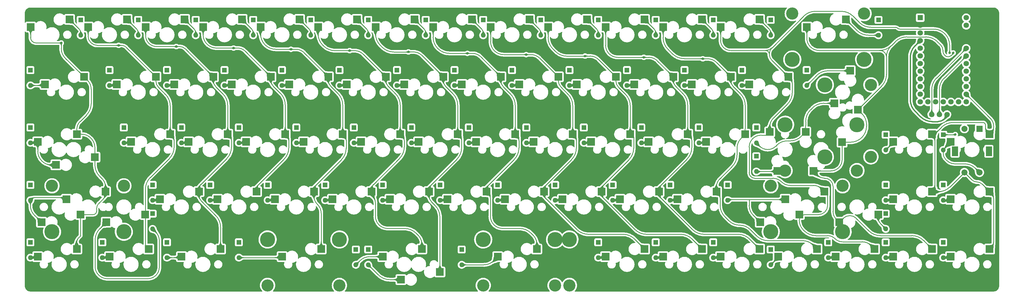
<source format=gbr>
%TF.GenerationSoftware,KiCad,Pcbnew,(6.0.1)*%
%TF.CreationDate,2022-05-17T12:05:07-04:00*%
%TF.ProjectId,GanJing 65 rev 2 hotswap-rounded,47616e4a-696e-4672-9036-352072657620,2*%
%TF.SameCoordinates,Original*%
%TF.FileFunction,Copper,L2,Bot*%
%TF.FilePolarity,Positive*%
%FSLAX46Y46*%
G04 Gerber Fmt 4.6, Leading zero omitted, Abs format (unit mm)*
G04 Created by KiCad (PCBNEW (6.0.1)) date 2022-05-17 12:05:07*
%MOMM*%
%LPD*%
G01*
G04 APERTURE LIST*
%TA.AperFunction,ComponentPad*%
%ADD10R,1.600000X1.600000*%
%TD*%
%TA.AperFunction,ComponentPad*%
%ADD11O,1.600000X1.600000*%
%TD*%
%TA.AperFunction,ComponentPad*%
%ADD12R,1.800000X1.800000*%
%TD*%
%TA.AperFunction,ComponentPad*%
%ADD13C,1.800000*%
%TD*%
%TA.AperFunction,SMDPad,CuDef*%
%ADD14R,2.550000X2.500000*%
%TD*%
%TA.AperFunction,WasherPad*%
%ADD15C,4.050000*%
%TD*%
%TA.AperFunction,WasherPad*%
%ADD16C,5.000000*%
%TD*%
%TA.AperFunction,SMDPad,CuDef*%
%ADD17R,2.500000X2.550000*%
%TD*%
%TA.AperFunction,WasherPad*%
%ADD18R,2.000000X3.200000*%
%TD*%
%TA.AperFunction,ComponentPad*%
%ADD19R,2.000000X2.000000*%
%TD*%
%TA.AperFunction,ComponentPad*%
%ADD20C,2.000000*%
%TD*%
%TA.AperFunction,ViaPad*%
%ADD21C,0.800000*%
%TD*%
%TA.AperFunction,Conductor*%
%ADD22C,0.250000*%
%TD*%
%TA.AperFunction,Conductor*%
%ADD23C,0.400000*%
%TD*%
G04 APERTURE END LIST*
D10*
%TO.P,D1,1*%
%TO.N,row_1*%
X69056250Y-99853750D03*
D11*
%TO.P,D1,2*%
%TO.N,Net-(D1-Pad2)*%
X69056250Y-104933750D03*
%TD*%
D10*
%TO.P,D2,1*%
%TO.N,row_1*%
X88106250Y-99853750D03*
D11*
%TO.P,D2,2*%
%TO.N,Net-(D2-Pad2)*%
X88106250Y-104933750D03*
%TD*%
D10*
%TO.P,D3,1*%
%TO.N,row_1*%
X107156250Y-99853750D03*
D11*
%TO.P,D3,2*%
%TO.N,Net-(D3-Pad2)*%
X107156250Y-104933750D03*
%TD*%
D10*
%TO.P,D4,1*%
%TO.N,row_1*%
X126206250Y-99853750D03*
D11*
%TO.P,D4,2*%
%TO.N,Net-(D4-Pad2)*%
X126206250Y-104933750D03*
%TD*%
D10*
%TO.P,D5,1*%
%TO.N,row_1*%
X145256250Y-99853750D03*
D11*
%TO.P,D5,2*%
%TO.N,Net-(D5-Pad2)*%
X145256250Y-104933750D03*
%TD*%
D10*
%TO.P,D6,1*%
%TO.N,row_1*%
X164306250Y-99853750D03*
D11*
%TO.P,D6,2*%
%TO.N,Net-(D6-Pad2)*%
X164306250Y-104933750D03*
%TD*%
D10*
%TO.P,D7,1*%
%TO.N,row_1*%
X183356250Y-99853750D03*
D11*
%TO.P,D7,2*%
%TO.N,Net-(D7-Pad2)*%
X183356250Y-104933750D03*
%TD*%
D10*
%TO.P,D8,1*%
%TO.N,row_1*%
X202406250Y-99853750D03*
D11*
%TO.P,D8,2*%
%TO.N,Net-(D8-Pad2)*%
X202406250Y-104933750D03*
%TD*%
D10*
%TO.P,D9,1*%
%TO.N,row_1*%
X221456250Y-99853750D03*
D11*
%TO.P,D9,2*%
%TO.N,Net-(D9-Pad2)*%
X221456250Y-104933750D03*
%TD*%
D10*
%TO.P,D10,1*%
%TO.N,row_1*%
X240506250Y-99853750D03*
D11*
%TO.P,D10,2*%
%TO.N,Net-(D10-Pad2)*%
X240506250Y-104933750D03*
%TD*%
D10*
%TO.P,D11,1*%
%TO.N,row_1*%
X259556250Y-99853750D03*
D11*
%TO.P,D11,2*%
%TO.N,Net-(D11-Pad2)*%
X259556250Y-104933750D03*
%TD*%
D10*
%TO.P,D12,1*%
%TO.N,row_1*%
X278606250Y-99853750D03*
D11*
%TO.P,D12,2*%
%TO.N,Net-(D12-Pad2)*%
X278606250Y-104933750D03*
%TD*%
D10*
%TO.P,D13,1*%
%TO.N,row_1*%
X297656250Y-99853750D03*
D11*
%TO.P,D13,2*%
%TO.N,Net-(D13-Pad2)*%
X297656250Y-104933750D03*
%TD*%
D10*
%TO.P,D14,1*%
%TO.N,row_1*%
X333375000Y-99853750D03*
D11*
%TO.P,D14,2*%
%TO.N,Net-(D14-Pad2)*%
X333375000Y-104933750D03*
%TD*%
D10*
%TO.P,D16,1*%
%TO.N,row_2*%
X52387500Y-116522500D03*
D11*
%TO.P,D16,2*%
%TO.N,Net-(D16-Pad2)*%
X52387500Y-121602500D03*
%TD*%
D10*
%TO.P,D17,1*%
%TO.N,row_2*%
X78581250Y-116522500D03*
D11*
%TO.P,D17,2*%
%TO.N,Net-(D17-Pad2)*%
X78581250Y-121602500D03*
%TD*%
D10*
%TO.P,D18,1*%
%TO.N,row_2*%
X97631250Y-116522500D03*
D11*
%TO.P,D18,2*%
%TO.N,Net-(D18-Pad2)*%
X97631250Y-121602500D03*
%TD*%
D10*
%TO.P,D19,1*%
%TO.N,row_2*%
X116681250Y-116522500D03*
D11*
%TO.P,D19,2*%
%TO.N,Net-(D19-Pad2)*%
X116681250Y-121602500D03*
%TD*%
D10*
%TO.P,D20,1*%
%TO.N,row_2*%
X135731250Y-116522500D03*
D11*
%TO.P,D20,2*%
%TO.N,Net-(D20-Pad2)*%
X135731250Y-121602500D03*
%TD*%
D10*
%TO.P,D21,1*%
%TO.N,row_2*%
X154781250Y-116522500D03*
D11*
%TO.P,D21,2*%
%TO.N,Net-(D21-Pad2)*%
X154781250Y-121602500D03*
%TD*%
D10*
%TO.P,D22,1*%
%TO.N,row_2*%
X173831250Y-116522500D03*
D11*
%TO.P,D22,2*%
%TO.N,Net-(D22-Pad2)*%
X173831250Y-121602500D03*
%TD*%
D10*
%TO.P,D23,1*%
%TO.N,row_2*%
X192881250Y-116522500D03*
D11*
%TO.P,D23,2*%
%TO.N,Net-(D23-Pad2)*%
X192881250Y-121602500D03*
%TD*%
D10*
%TO.P,D24,1*%
%TO.N,row_2*%
X211931250Y-116522500D03*
D11*
%TO.P,D24,2*%
%TO.N,Net-(D24-Pad2)*%
X211931250Y-121602500D03*
%TD*%
D10*
%TO.P,D25,1*%
%TO.N,row_2*%
X230981250Y-116522500D03*
D11*
%TO.P,D25,2*%
%TO.N,Net-(D25-Pad2)*%
X230981250Y-121602500D03*
%TD*%
D10*
%TO.P,D26,1*%
%TO.N,row_2*%
X250031250Y-116522500D03*
D11*
%TO.P,D26,2*%
%TO.N,Net-(D26-Pad2)*%
X250031250Y-121602500D03*
%TD*%
D10*
%TO.P,D27,1*%
%TO.N,row_2*%
X269081250Y-116522500D03*
D11*
%TO.P,D27,2*%
%TO.N,Net-(D27-Pad2)*%
X269081250Y-121602500D03*
%TD*%
D10*
%TO.P,D28,1*%
%TO.N,row_2*%
X288131250Y-116522500D03*
D11*
%TO.P,D28,2*%
%TO.N,Net-(D28-Pad2)*%
X288131250Y-121602500D03*
%TD*%
D10*
%TO.P,D29,1*%
%TO.N,row_2*%
X309562500Y-116522500D03*
D11*
%TO.P,D29,2*%
%TO.N,Net-(D29-Pad2)*%
X309562500Y-121602500D03*
%TD*%
D10*
%TO.P,D30,1*%
%TO.N,row_2*%
X335756250Y-137953750D03*
D11*
%TO.P,D30,2*%
%TO.N,Net-(D30-Pad2)*%
X335756250Y-143033750D03*
%TD*%
D10*
%TO.P,D31,1*%
%TO.N,row_3*%
X52387500Y-135572500D03*
D11*
%TO.P,D31,2*%
%TO.N,Net-(D31-Pad2)*%
X52387500Y-140652500D03*
%TD*%
D10*
%TO.P,D32,1*%
%TO.N,row_3*%
X83343750Y-135572500D03*
D11*
%TO.P,D32,2*%
%TO.N,Net-(D32-Pad2)*%
X83343750Y-140652500D03*
%TD*%
D10*
%TO.P,D33,1*%
%TO.N,row_3*%
X102393750Y-135572500D03*
D11*
%TO.P,D33,2*%
%TO.N,Net-(D33-Pad2)*%
X102393750Y-140652500D03*
%TD*%
D10*
%TO.P,D34,1*%
%TO.N,row_3*%
X121443750Y-135572500D03*
D11*
%TO.P,D34,2*%
%TO.N,Net-(D34-Pad2)*%
X121443750Y-140652500D03*
%TD*%
D10*
%TO.P,D35,1*%
%TO.N,row_3*%
X140493750Y-135572500D03*
D11*
%TO.P,D35,2*%
%TO.N,Net-(D35-Pad2)*%
X140493750Y-140652500D03*
%TD*%
D10*
%TO.P,D36,1*%
%TO.N,row_3*%
X159543750Y-135572500D03*
D11*
%TO.P,D36,2*%
%TO.N,Net-(D36-Pad2)*%
X159543750Y-140652500D03*
%TD*%
D10*
%TO.P,D37,1*%
%TO.N,row_3*%
X178593750Y-135572500D03*
D11*
%TO.P,D37,2*%
%TO.N,Net-(D37-Pad2)*%
X178593750Y-140652500D03*
%TD*%
D10*
%TO.P,D38,1*%
%TO.N,row_3*%
X197643750Y-135572500D03*
D11*
%TO.P,D38,2*%
%TO.N,Net-(D38-Pad2)*%
X197643750Y-140652500D03*
%TD*%
D10*
%TO.P,D39,1*%
%TO.N,row_3*%
X216693750Y-135572500D03*
D11*
%TO.P,D39,2*%
%TO.N,Net-(D39-Pad2)*%
X216693750Y-140652500D03*
%TD*%
D10*
%TO.P,D40,1*%
%TO.N,row_3*%
X235743750Y-135572500D03*
D11*
%TO.P,D40,2*%
%TO.N,Net-(D40-Pad2)*%
X235743750Y-140652500D03*
%TD*%
D10*
%TO.P,D41,1*%
%TO.N,row_3*%
X254793750Y-135572500D03*
D11*
%TO.P,D41,2*%
%TO.N,Net-(D41-Pad2)*%
X254793750Y-140652500D03*
%TD*%
D10*
%TO.P,D42,1*%
%TO.N,row_3*%
X273843750Y-135572500D03*
D11*
%TO.P,D42,2*%
%TO.N,Net-(D42-Pad2)*%
X273843750Y-140652500D03*
%TD*%
D10*
%TO.P,D44,1*%
%TO.N,row_3*%
X292893750Y-135572500D03*
D11*
%TO.P,D44,2*%
%TO.N,Net-(D44-Pad2)*%
X292893750Y-140652500D03*
%TD*%
D10*
%TO.P,D45,1*%
%TO.N,row_3*%
X335756250Y-154622500D03*
D11*
%TO.P,D45,2*%
%TO.N,Net-(D45-Pad2)*%
X335756250Y-159702500D03*
%TD*%
D10*
%TO.P,D46,1*%
%TO.N,row_4*%
X52387500Y-154622500D03*
D11*
%TO.P,D46,2*%
%TO.N,Net-(D46-Pad2)*%
X52387500Y-159702500D03*
%TD*%
D10*
%TO.P,D48,1*%
%TO.N,row_4*%
X92868750Y-154622500D03*
D11*
%TO.P,D48,2*%
%TO.N,Net-(D48-Pad2)*%
X92868750Y-159702500D03*
%TD*%
D10*
%TO.P,D49,1*%
%TO.N,row_4*%
X111918750Y-154622500D03*
D11*
%TO.P,D49,2*%
%TO.N,Net-(D49-Pad2)*%
X111918750Y-159702500D03*
%TD*%
D10*
%TO.P,D50,1*%
%TO.N,row_4*%
X130968750Y-154622500D03*
D11*
%TO.P,D50,2*%
%TO.N,Net-(D50-Pad2)*%
X130968750Y-159702500D03*
%TD*%
D10*
%TO.P,D51,1*%
%TO.N,row_4*%
X150018750Y-154622500D03*
D11*
%TO.P,D51,2*%
%TO.N,Net-(D51-Pad2)*%
X150018750Y-159702500D03*
%TD*%
D10*
%TO.P,D52,1*%
%TO.N,row_4*%
X169068750Y-154622500D03*
D11*
%TO.P,D52,2*%
%TO.N,Net-(D52-Pad2)*%
X169068750Y-159702500D03*
%TD*%
D10*
%TO.P,D53,1*%
%TO.N,row_4*%
X188118750Y-154622500D03*
D11*
%TO.P,D53,2*%
%TO.N,Net-(D53-Pad2)*%
X188118750Y-159702500D03*
%TD*%
D10*
%TO.P,D54,1*%
%TO.N,row_4*%
X207168750Y-154622500D03*
D11*
%TO.P,D54,2*%
%TO.N,Net-(D54-Pad2)*%
X207168750Y-159702500D03*
%TD*%
D10*
%TO.P,D55,1*%
%TO.N,row_4*%
X226218750Y-154622500D03*
D11*
%TO.P,D55,2*%
%TO.N,Net-(D55-Pad2)*%
X226218750Y-159702500D03*
%TD*%
D10*
%TO.P,D57,1*%
%TO.N,row_4*%
X264318750Y-154622500D03*
D11*
%TO.P,D57,2*%
%TO.N,Net-(D57-Pad2)*%
X264318750Y-159702500D03*
%TD*%
D10*
%TO.P,D58,1*%
%TO.N,row_4*%
X283368750Y-154622500D03*
D11*
%TO.P,D58,2*%
%TO.N,Net-(D58-Pad2)*%
X283368750Y-159702500D03*
%TD*%
D10*
%TO.P,D60,1*%
%TO.N,row_4*%
X354806250Y-154622500D03*
D11*
%TO.P,D60,2*%
%TO.N,Net-(D60-Pad2)*%
X354806250Y-159702500D03*
%TD*%
D10*
%TO.P,D61,1*%
%TO.N,row_5*%
X52387500Y-173672500D03*
D11*
%TO.P,D61,2*%
%TO.N,Net-(D61-Pad2)*%
X52387500Y-178752500D03*
%TD*%
D10*
%TO.P,D62,1*%
%TO.N,row_5*%
X76200000Y-173672500D03*
D11*
%TO.P,D62,2*%
%TO.N,Net-(D62-Pad2)*%
X76200000Y-178752500D03*
%TD*%
D10*
%TO.P,D63,1*%
%TO.N,row_5*%
X97631250Y-173672500D03*
D11*
%TO.P,D63,2*%
%TO.N,Net-(D63-Pad2)*%
X97631250Y-178752500D03*
%TD*%
D10*
%TO.P,D66,1*%
%TO.N,row_5*%
X164306250Y-176053750D03*
D11*
%TO.P,D66,2*%
%TO.N,Net-(D66-Pad2)*%
X164306250Y-181133750D03*
%TD*%
D10*
%TO.P,D68,1*%
%TO.N,row_5*%
X240506250Y-173672500D03*
D11*
%TO.P,D68,2*%
%TO.N,Net-(D68-Pad2)*%
X240506250Y-178752500D03*
%TD*%
D10*
%TO.P,D69,1*%
%TO.N,row_5*%
X259556250Y-173672500D03*
D11*
%TO.P,D69,2*%
%TO.N,Net-(D69-Pad2)*%
X259556250Y-178752500D03*
%TD*%
D10*
%TO.P,D70,1*%
%TO.N,row_5*%
X278606250Y-173672500D03*
D11*
%TO.P,D70,2*%
%TO.N,Net-(D70-Pad2)*%
X278606250Y-178752500D03*
%TD*%
D10*
%TO.P,D71,1*%
%TO.N,row_5*%
X297656250Y-176053750D03*
D11*
%TO.P,D71,2*%
%TO.N,Net-(D71-Pad2)*%
X297656250Y-181133750D03*
%TD*%
D10*
%TO.P,D72,1*%
%TO.N,row_5*%
X316706250Y-173672500D03*
D11*
%TO.P,D72,2*%
%TO.N,Net-(D72-Pad2)*%
X316706250Y-178752500D03*
%TD*%
D10*
%TO.P,D74,1*%
%TO.N,row_5*%
X354806250Y-173672500D03*
D11*
%TO.P,D74,2*%
%TO.N,Net-(D74-Pad2)*%
X354806250Y-178752500D03*
%TD*%
D10*
%TO.P,D15,1*%
%TO.N,row_1*%
X354806250Y-137953750D03*
D11*
%TO.P,D15,2*%
%TO.N,S2*%
X354806250Y-143033750D03*
%TD*%
D12*
%TO.P,DS1,1,GND*%
%TO.N,GND*%
X358616250Y-131250000D03*
D13*
%TO.P,DS1,2,VCC*%
%TO.N,VCC*%
X356076250Y-131250000D03*
%TO.P,DS1,3,SCL*%
%TO.N,SCL*%
X353536250Y-131250000D03*
%TO.P,DS1,4,SDA*%
%TO.N,SDA*%
X350996250Y-131250000D03*
%TD*%
D14*
%TO.P,MX1,1,COL*%
%TO.N,col_1*%
X52446250Y-102235000D03*
%TO.P,MX1,2,ROW*%
%TO.N,Net-(D1-Pad2)*%
X65373250Y-99695000D03*
%TD*%
%TO.P,MX2,1,COL*%
%TO.N,col_2*%
X71496250Y-102235000D03*
%TO.P,MX2,2,ROW*%
%TO.N,Net-(D2-Pad2)*%
X84423250Y-99695000D03*
%TD*%
%TO.P,MX3,1,COL*%
%TO.N,col_3*%
X90546250Y-102235000D03*
%TO.P,MX3,2,ROW*%
%TO.N,Net-(D3-Pad2)*%
X103473250Y-99695000D03*
%TD*%
%TO.P,MX4,1,COL*%
%TO.N,col_4*%
X109596250Y-102235000D03*
%TO.P,MX4,2,ROW*%
%TO.N,Net-(D4-Pad2)*%
X122523250Y-99695000D03*
%TD*%
%TO.P,MX5,1,COL*%
%TO.N,col_5*%
X128646250Y-102235000D03*
%TO.P,MX5,2,ROW*%
%TO.N,Net-(D5-Pad2)*%
X141573250Y-99695000D03*
%TD*%
%TO.P,MX6,1,COL*%
%TO.N,col_6*%
X147696250Y-102235000D03*
%TO.P,MX6,2,ROW*%
%TO.N,Net-(D6-Pad2)*%
X160623250Y-99695000D03*
%TD*%
%TO.P,MX7,1,COL*%
%TO.N,col_7*%
X166746250Y-102235000D03*
%TO.P,MX7,2,ROW*%
%TO.N,Net-(D7-Pad2)*%
X179673250Y-99695000D03*
%TD*%
%TO.P,MX8,1,COL*%
%TO.N,col_8*%
X185796250Y-102235000D03*
%TO.P,MX8,2,ROW*%
%TO.N,Net-(D8-Pad2)*%
X198723250Y-99695000D03*
%TD*%
%TO.P,MX9,1,COL*%
%TO.N,col_9*%
X204846250Y-102235000D03*
%TO.P,MX9,2,ROW*%
%TO.N,Net-(D9-Pad2)*%
X217773250Y-99695000D03*
%TD*%
%TO.P,MX10,1,COL*%
%TO.N,col_10*%
X223896250Y-102235000D03*
%TO.P,MX10,2,ROW*%
%TO.N,Net-(D10-Pad2)*%
X236823250Y-99695000D03*
%TD*%
%TO.P,MX11,1,COL*%
%TO.N,col_11*%
X242946250Y-102235000D03*
%TO.P,MX11,2,ROW*%
%TO.N,Net-(D11-Pad2)*%
X255873250Y-99695000D03*
%TD*%
%TO.P,MX12,1,COL*%
%TO.N,col_12*%
X261996250Y-102235000D03*
%TO.P,MX12,2,ROW*%
%TO.N,Net-(D12-Pad2)*%
X274923250Y-99695000D03*
%TD*%
%TO.P,MX13,1,COL*%
%TO.N,col_13*%
X281046250Y-102235000D03*
%TO.P,MX13,2,ROW*%
%TO.N,Net-(D13-Pad2)*%
X293973250Y-99695000D03*
%TD*%
D15*
%TO.P,MX14,*%
%TO.N,*%
X304806250Y-97775000D03*
D16*
X304806250Y-113015000D03*
D15*
X328606250Y-97775000D03*
D16*
X328606250Y-113015000D03*
D14*
%TO.P,MX14,1,COL*%
%TO.N,col_14*%
X309621250Y-102235000D03*
%TO.P,MX14,2,ROW*%
%TO.N,Net-(D14-Pad2)*%
X322548250Y-99695000D03*
%TD*%
%TO.P,MX16,1,COL*%
%TO.N,col_1*%
X70135750Y-118745000D03*
%TO.P,MX16,2,ROW*%
%TO.N,Net-(D16-Pad2)*%
X57208750Y-121285000D03*
%TD*%
%TO.P,MX17,1,COL*%
%TO.N,col_2*%
X93948250Y-118745000D03*
%TO.P,MX17,2,ROW*%
%TO.N,Net-(D17-Pad2)*%
X81021250Y-121285000D03*
%TD*%
%TO.P,MX18,1,COL*%
%TO.N,col_3*%
X112998250Y-118745000D03*
%TO.P,MX18,2,ROW*%
%TO.N,Net-(D18-Pad2)*%
X100071250Y-121285000D03*
%TD*%
%TO.P,MX19,1,COL*%
%TO.N,col_4*%
X132048250Y-118745000D03*
%TO.P,MX19,2,ROW*%
%TO.N,Net-(D19-Pad2)*%
X119121250Y-121285000D03*
%TD*%
%TO.P,MX20,1,COL*%
%TO.N,col_5*%
X151098250Y-118745000D03*
%TO.P,MX20,2,ROW*%
%TO.N,Net-(D20-Pad2)*%
X138171250Y-121285000D03*
%TD*%
%TO.P,MX21,1,COL*%
%TO.N,col_6*%
X170148250Y-118745000D03*
%TO.P,MX21,2,ROW*%
%TO.N,Net-(D21-Pad2)*%
X157221250Y-121285000D03*
%TD*%
%TO.P,MX22,1,COL*%
%TO.N,col_7*%
X189198250Y-118745000D03*
%TO.P,MX22,2,ROW*%
%TO.N,Net-(D22-Pad2)*%
X176271250Y-121285000D03*
%TD*%
%TO.P,MX23,1,COL*%
%TO.N,col_8*%
X208248250Y-118745000D03*
%TO.P,MX23,2,ROW*%
%TO.N,Net-(D23-Pad2)*%
X195321250Y-121285000D03*
%TD*%
%TO.P,MX24,1,COL*%
%TO.N,col_9*%
X227298250Y-118745000D03*
%TO.P,MX24,2,ROW*%
%TO.N,Net-(D24-Pad2)*%
X214371250Y-121285000D03*
%TD*%
%TO.P,MX25,1,COL*%
%TO.N,col_10*%
X246348250Y-118745000D03*
%TO.P,MX25,2,ROW*%
%TO.N,Net-(D25-Pad2)*%
X233421250Y-121285000D03*
%TD*%
%TO.P,MX26,1,COL*%
%TO.N,col_11*%
X265398250Y-118745000D03*
%TO.P,MX26,2,ROW*%
%TO.N,Net-(D26-Pad2)*%
X252471250Y-121285000D03*
%TD*%
%TO.P,MX27,1,COL*%
%TO.N,col_12*%
X284448250Y-118745000D03*
%TO.P,MX27,2,ROW*%
%TO.N,Net-(D27-Pad2)*%
X271521250Y-121285000D03*
%TD*%
%TO.P,MX28,1,COL*%
%TO.N,col_13*%
X303498250Y-118745000D03*
%TO.P,MX28,2,ROW*%
%TO.N,Net-(D28-Pad2)*%
X290571250Y-121285000D03*
%TD*%
D17*
%TO.P,MX29,1,COL*%
%TO.N,col_14*%
X326548750Y-129667000D03*
%TO.P,MX29,2,ROW*%
%TO.N,Net-(D29-Pad2)*%
X324008750Y-116740000D03*
%TD*%
D14*
%TO.P,MX30,1,COL*%
%TO.N,col_15*%
X351123250Y-137795000D03*
%TO.P,MX30,2,ROW*%
%TO.N,Net-(D30-Pad2)*%
X338196250Y-140335000D03*
%TD*%
%TO.P,MX31,1,COL*%
%TO.N,col_1*%
X73760000Y-145415000D03*
%TO.P,MX31,2,ROW*%
%TO.N,Net-(D31-Pad2)*%
X60833000Y-147955000D03*
%TD*%
%TO.P,MX32,1,COL*%
%TO.N,col_2*%
X98710750Y-137795000D03*
%TO.P,MX32,2,ROW*%
%TO.N,Net-(D32-Pad2)*%
X85783750Y-140335000D03*
%TD*%
%TO.P,MX33,1,COL*%
%TO.N,col_3*%
X117760750Y-137795000D03*
%TO.P,MX33,2,ROW*%
%TO.N,Net-(D33-Pad2)*%
X104833750Y-140335000D03*
%TD*%
%TO.P,MX34,1,COL*%
%TO.N,col_4*%
X136810750Y-137795000D03*
%TO.P,MX34,2,ROW*%
%TO.N,Net-(D34-Pad2)*%
X123883750Y-140335000D03*
%TD*%
%TO.P,MX35,1,COL*%
%TO.N,col_5*%
X155860750Y-137795000D03*
%TO.P,MX35,2,ROW*%
%TO.N,Net-(D35-Pad2)*%
X142933750Y-140335000D03*
%TD*%
%TO.P,MX36,1,COL*%
%TO.N,col_6*%
X174910750Y-137795000D03*
%TO.P,MX36,2,ROW*%
%TO.N,Net-(D36-Pad2)*%
X161983750Y-140335000D03*
%TD*%
%TO.P,MX37,1,COL*%
%TO.N,col_7*%
X193960750Y-137795000D03*
%TO.P,MX37,2,ROW*%
%TO.N,Net-(D37-Pad2)*%
X181033750Y-140335000D03*
%TD*%
%TO.P,MX38,1,COL*%
%TO.N,col_8*%
X213010750Y-137795000D03*
%TO.P,MX38,2,ROW*%
%TO.N,Net-(D38-Pad2)*%
X200083750Y-140335000D03*
%TD*%
%TO.P,MX39,1,COL*%
%TO.N,col_9*%
X232060750Y-137795000D03*
%TO.P,MX39,2,ROW*%
%TO.N,Net-(D39-Pad2)*%
X219133750Y-140335000D03*
%TD*%
%TO.P,MX40,1,COL*%
%TO.N,col_10*%
X251110750Y-137795000D03*
%TO.P,MX40,2,ROW*%
%TO.N,Net-(D40-Pad2)*%
X238183750Y-140335000D03*
%TD*%
%TO.P,MX41,1,COL*%
%TO.N,col_11*%
X270160750Y-137795000D03*
%TO.P,MX41,2,ROW*%
%TO.N,Net-(D41-Pad2)*%
X257233750Y-140335000D03*
%TD*%
%TO.P,MX42,1,COL*%
%TO.N,col_12*%
X289210750Y-137795000D03*
%TO.P,MX42,2,ROW*%
%TO.N,Net-(D42-Pad2)*%
X276283750Y-140335000D03*
%TD*%
D16*
%TO.P,MX44,*%
%TO.N,*%
X326225000Y-134635000D03*
D15*
X326225000Y-149875000D03*
X302425000Y-149875000D03*
D16*
X302425000Y-134635000D03*
D17*
%TO.P,MX44,1,COL*%
%TO.N,col_14*%
X311785000Y-149960000D03*
%TO.P,MX44,2,ROW*%
%TO.N,Net-(D44-Pad2)*%
X309245000Y-137033000D03*
%TD*%
D14*
%TO.P,MX45,1,COL*%
%TO.N,col_15*%
X351123250Y-156845000D03*
%TO.P,MX45,2,ROW*%
%TO.N,Net-(D45-Pad2)*%
X338196250Y-159385000D03*
%TD*%
D16*
%TO.P,MX46,*%
%TO.N,*%
X59537500Y-170165000D03*
D15*
X59537500Y-154925000D03*
X83337500Y-154925000D03*
D16*
X83337500Y-170165000D03*
D14*
%TO.P,MX46,1,COL*%
%TO.N,col_1*%
X77279500Y-156845000D03*
%TO.P,MX46,2,ROW*%
%TO.N,Net-(D46-Pad2)*%
X64352500Y-159385000D03*
%TD*%
%TO.P,MX48,1,COL*%
%TO.N,col_3*%
X108235750Y-156845000D03*
%TO.P,MX48,2,ROW*%
%TO.N,Net-(D48-Pad2)*%
X95308750Y-159385000D03*
%TD*%
%TO.P,MX49,1,COL*%
%TO.N,col_4*%
X127285750Y-156845000D03*
%TO.P,MX49,2,ROW*%
%TO.N,Net-(D49-Pad2)*%
X114358750Y-159385000D03*
%TD*%
%TO.P,MX50,1,COL*%
%TO.N,col_5*%
X146335750Y-156845000D03*
%TO.P,MX50,2,ROW*%
%TO.N,Net-(D50-Pad2)*%
X133408750Y-159385000D03*
%TD*%
%TO.P,MX51,1,COL*%
%TO.N,col_6*%
X165385750Y-156845000D03*
%TO.P,MX51,2,ROW*%
%TO.N,Net-(D51-Pad2)*%
X152458750Y-159385000D03*
%TD*%
%TO.P,MX52,1,COL*%
%TO.N,col_7*%
X184435750Y-156845000D03*
%TO.P,MX52,2,ROW*%
%TO.N,Net-(D52-Pad2)*%
X171508750Y-159385000D03*
%TD*%
%TO.P,MX53,1,COL*%
%TO.N,col_8*%
X203485750Y-156845000D03*
%TO.P,MX53,2,ROW*%
%TO.N,Net-(D53-Pad2)*%
X190558750Y-159385000D03*
%TD*%
%TO.P,MX54,1,COL*%
%TO.N,col_9*%
X222535750Y-156845000D03*
%TO.P,MX54,2,ROW*%
%TO.N,Net-(D54-Pad2)*%
X209608750Y-159385000D03*
%TD*%
%TO.P,MX55,1,COL*%
%TO.N,col_10*%
X241585750Y-156845000D03*
%TO.P,MX55,2,ROW*%
%TO.N,Net-(D55-Pad2)*%
X228658750Y-159385000D03*
%TD*%
%TO.P,MX56,1,COL*%
%TO.N,col_11*%
X260635750Y-156845000D03*
%TO.P,MX56,2,ROW*%
%TO.N,Net-(D56-Pad2)*%
X247708750Y-159385000D03*
%TD*%
%TO.P,MX57,1,COL*%
%TO.N,col_12*%
X279685750Y-156845000D03*
%TO.P,MX57,2,ROW*%
%TO.N,Net-(D57-Pad2)*%
X266758750Y-159385000D03*
%TD*%
D15*
%TO.P,MX58,*%
%TO.N,*%
X321462500Y-154925000D03*
D16*
X321462500Y-170165000D03*
D15*
X297662500Y-154925000D03*
D16*
X297662500Y-170165000D03*
D14*
%TO.P,MX58,1,COL*%
%TO.N,col_13*%
X315404500Y-156845000D03*
%TO.P,MX58,2,ROW*%
%TO.N,Net-(D58-Pad2)*%
X302477500Y-159385000D03*
%TD*%
%TO.P,MX60,1,COL*%
%TO.N,col_15*%
X370173250Y-156845000D03*
%TO.P,MX60,2,ROW*%
%TO.N,Net-(D60-Pad2)*%
X357246250Y-159385000D03*
%TD*%
%TO.P,MX61,1,COL*%
%TO.N,col_1*%
X67754500Y-175895000D03*
%TO.P,MX61,2,ROW*%
%TO.N,Net-(D61-Pad2)*%
X54827500Y-178435000D03*
%TD*%
%TO.P,MX62,1,COL*%
%TO.N,col_2*%
X91567000Y-175895000D03*
%TO.P,MX62,2,ROW*%
%TO.N,Net-(D62-Pad2)*%
X78640000Y-178435000D03*
%TD*%
%TO.P,MX63,1,COL*%
%TO.N,col_3*%
X115379500Y-175895000D03*
%TO.P,MX63,2,ROW*%
%TO.N,Net-(D63-Pad2)*%
X102452500Y-178435000D03*
%TD*%
%TO.P,MX68,1,COL*%
%TO.N,col_9*%
X255873250Y-175895000D03*
%TO.P,MX68,2,ROW*%
%TO.N,Net-(D68-Pad2)*%
X242946250Y-178435000D03*
%TD*%
%TO.P,MX69,1,COL*%
%TO.N,col_10*%
X274923250Y-175895000D03*
%TO.P,MX69,2,ROW*%
%TO.N,Net-(D69-Pad2)*%
X261996250Y-178435000D03*
%TD*%
%TO.P,MX70,1,COL*%
%TO.N,col_11*%
X293973250Y-175895000D03*
%TO.P,MX70,2,ROW*%
%TO.N,Net-(D70-Pad2)*%
X281046250Y-178435000D03*
%TD*%
%TO.P,MX71,1,COL*%
%TO.N,col_12*%
X313023250Y-175895000D03*
%TO.P,MX71,2,ROW*%
%TO.N,Net-(D71-Pad2)*%
X300096250Y-178435000D03*
%TD*%
%TO.P,MX72,1,COL*%
%TO.N,col_13*%
X332073250Y-175895000D03*
%TO.P,MX72,2,ROW*%
%TO.N,Net-(D72-Pad2)*%
X319146250Y-178435000D03*
%TD*%
%TO.P,MX73,1,COL*%
%TO.N,col_14*%
X351123250Y-175895000D03*
%TO.P,MX73,2,ROW*%
%TO.N,Net-(D73-Pad2)*%
X338196250Y-178435000D03*
%TD*%
%TO.P,MX74,1,COL*%
%TO.N,col_15*%
X370173250Y-175895000D03*
%TO.P,MX74,2,ROW*%
%TO.N,Net-(D74-Pad2)*%
X357246250Y-178435000D03*
%TD*%
D12*
%TO.P,U1,1,B0*%
%TO.N,row_1*%
X347186250Y-99130000D03*
D13*
%TO.P,U1,2,GND*%
%TO.N,GND*%
X347186250Y-101670000D03*
%TO.P,U1,3,RST*%
%TO.N,unconnected-(U1-Pad3)*%
X347186250Y-104210000D03*
%TO.P,U1,4,VCC*%
%TO.N,VCC*%
X347186250Y-106750000D03*
%TO.P,U1,5,F4*%
%TO.N,col_1*%
X347186250Y-109290000D03*
%TO.P,U1,6,F5*%
%TO.N,col_2*%
X347186250Y-111830000D03*
%TO.P,U1,7,F6*%
%TO.N,col_3*%
X347186250Y-114370000D03*
%TO.P,U1,8,F7*%
%TO.N,col_4*%
X347186250Y-116910000D03*
%TO.P,U1,9,B1/SCLK*%
%TO.N,col_5*%
X347186250Y-119450000D03*
%TO.P,U1,10,B3/MISO*%
%TO.N,col_6*%
X347186250Y-121990000D03*
%TO.P,U1,11,B2/MOSI*%
%TO.N,col_7*%
X347186250Y-124530000D03*
%TO.P,U1,12,B6*%
%TO.N,col_8*%
X347186250Y-127070000D03*
%TO.P,U1,13,B5*%
%TO.N,col_14*%
X362426250Y-127070000D03*
%TO.P,U1,14,B4*%
%TO.N,col_15*%
X362426250Y-124530000D03*
%TO.P,U1,15,E6*%
%TO.N,row_2*%
X362426250Y-121990000D03*
%TO.P,U1,16,D7*%
%TO.N,row_3*%
X362426250Y-119450000D03*
%TO.P,U1,17,C6*%
%TO.N,row_4*%
X362426250Y-116910000D03*
%TO.P,U1,18,D4*%
%TO.N,row_5*%
X362426250Y-114370000D03*
%TO.P,U1,19,D0/SCL*%
%TO.N,SCL*%
X362426250Y-111830000D03*
%TO.P,U1,20,D1/SDA*%
%TO.N,SDA*%
X362426250Y-109290000D03*
%TO.P,U1,21,GND*%
%TO.N,GND*%
X362426250Y-106750000D03*
%TO.P,U1,22,GND*%
X362426250Y-104210000D03*
%TO.P,U1,23,D2*%
%TO.N,rotory_2*%
X362426250Y-101670000D03*
%TO.P,U1,24,D3*%
%TO.N,rotory_1*%
X362426250Y-99130000D03*
%TO.P,U1,25,F0*%
%TO.N,col_9*%
X349726250Y-127070000D03*
%TO.P,U1,26,F1*%
%TO.N,col_10*%
X352266250Y-127070000D03*
%TO.P,U1,27,C7*%
%TO.N,col_11*%
X354806250Y-127070000D03*
%TO.P,U1,28,D5*%
%TO.N,col_12*%
X357346250Y-127070000D03*
%TO.P,U1,29,B7*%
%TO.N,col_13*%
X359886250Y-127070000D03*
%TD*%
D10*
%TO.P,D56,1*%
%TO.N,row_4*%
X245268750Y-154622500D03*
D11*
%TO.P,D56,2*%
%TO.N,Net-(D56-Pad2)*%
X245268750Y-159702500D03*
%TD*%
D18*
%TO.P,SW1,*%
%TO.N,*%
X358731250Y-143475000D03*
X369931250Y-143475000D03*
D19*
%TO.P,SW1,A*%
%TO.N,rotory_1*%
X366831250Y-135975000D03*
D20*
%TO.P,SW1,B*%
%TO.N,rotory_2*%
X361831250Y-135975000D03*
%TO.P,SW1,C*%
%TO.N,GND*%
X364331250Y-135975000D03*
%TO.P,SW1,S1*%
%TO.N,col_15*%
X361831250Y-150475000D03*
%TO.P,SW1,S2*%
%TO.N,S2*%
X366831250Y-150475000D03*
%TD*%
D15*
%TO.P,MX66,*%
%TO.N,*%
X130975100Y-187960000D03*
X230974900Y-187960000D03*
D16*
X130975100Y-172720000D03*
X230974900Y-172720000D03*
D14*
%TO.P,MX66,1,COL*%
%TO.N,col_7*%
X188060000Y-183515000D03*
%TO.P,MX66,2,ROW*%
%TO.N,Net-(D66-Pad2)*%
X175133000Y-186055000D03*
%TD*%
%TO.P,MX65,1,COL*%
%TO.N,col_6*%
X182054500Y-175895000D03*
%TO.P,MX65,2,ROW*%
%TO.N,Net-(D65-Pad2)*%
X169127500Y-178435000D03*
%TD*%
D10*
%TO.P,D73,1*%
%TO.N,row_5*%
X335756250Y-173672500D03*
D11*
%TO.P,D73,2*%
%TO.N,Net-(D73-Pad2)*%
X335756250Y-178752500D03*
%TD*%
D10*
%TO.P,D43,1*%
%TO.N,row_3*%
X292893750Y-145097500D03*
D11*
%TO.P,D43,2*%
%TO.N,Net-(D43-Pad2)*%
X292893750Y-150177500D03*
%TD*%
D14*
%TO.P,MX15,1,COL*%
%TO.N,col_15*%
X370173250Y-137795000D03*
%TO.P,MX15,2,ROW*%
%TO.N,S2*%
X357246250Y-140335000D03*
%TD*%
D10*
%TO.P,D59,1*%
%TO.N,row_4*%
X335756250Y-164147500D03*
D11*
%TO.P,D59,2*%
%TO.N,Net-(D59-Pad2)*%
X335756250Y-169227500D03*
%TD*%
D10*
%TO.P,D67,1*%
%TO.N,row_5*%
X195262500Y-176053750D03*
D11*
%TO.P,D67,2*%
%TO.N,Net-(D67-Pad2)*%
X195262500Y-181133750D03*
%TD*%
D14*
%TO.P,MX77,1,COL*%
%TO.N,col_1*%
X68997500Y-164465000D03*
%TO.P,MX77,2,ROW*%
%TO.N,Net-(D46-Pad2)*%
X56070500Y-167005000D03*
%TD*%
D16*
%TO.P,MX76,*%
%TO.N,*%
X315595000Y-145288000D03*
D15*
X330835000Y-121412000D03*
X330835000Y-145288000D03*
D16*
X315595000Y-121412000D03*
D17*
%TO.P,MX76,1,COL*%
%TO.N,col_14*%
X321310000Y-140435000D03*
%TO.P,MX76,2,ROW*%
%TO.N,Net-(D44-Pad2)*%
X318770000Y-127508000D03*
%TD*%
D14*
%TO.P,MX75,1,COL*%
%TO.N,col_1*%
X67754500Y-137795000D03*
%TO.P,MX75,2,ROW*%
%TO.N,Net-(D31-Pad2)*%
X54827500Y-140335000D03*
%TD*%
D17*
%TO.P,MX43,1,COL*%
%TO.N,col_13*%
X297338750Y-137033000D03*
%TO.P,MX43,2,ROW*%
%TO.N,Net-(D43-Pad2)*%
X299878750Y-149960000D03*
%TD*%
D15*
%TO.P,MX64,*%
%TO.N,*%
X130975000Y-187975000D03*
D16*
X154775000Y-172735000D03*
D15*
X154775000Y-187975000D03*
D16*
X130975000Y-172735000D03*
D14*
%TO.P,MX64,1,COL*%
%TO.N,col_5*%
X148717000Y-175895000D03*
%TO.P,MX64,2,ROW*%
%TO.N,Net-(D64-Pad2)*%
X135790000Y-178435000D03*
%TD*%
%TO.P,MX47,1,COL*%
%TO.N,col_2*%
X90428750Y-164465000D03*
%TO.P,MX47,2,ROW*%
%TO.N,Net-(D47-Pad2)*%
X77501750Y-167005000D03*
%TD*%
%TO.P,MX78,1,COL*%
%TO.N,col_13*%
X307122500Y-164465000D03*
%TO.P,MX78,2,ROW*%
%TO.N,Net-(D58-Pad2)*%
X294195500Y-167005000D03*
%TD*%
D10*
%TO.P,D47,1*%
%TO.N,row_4*%
X92868750Y-164147500D03*
D11*
%TO.P,D47,2*%
%TO.N,Net-(D47-Pad2)*%
X92868750Y-169227500D03*
%TD*%
D10*
%TO.P,D64,1*%
%TO.N,row_5*%
X121443750Y-173672500D03*
D11*
%TO.P,D64,2*%
%TO.N,Net-(D64-Pad2)*%
X121443750Y-178752500D03*
%TD*%
D15*
%TO.P,MX67,*%
%TO.N,*%
X226212500Y-187975000D03*
X202412500Y-187975000D03*
D16*
X202412500Y-172735000D03*
X226212500Y-172735000D03*
D14*
%TO.P,MX67,1,COL*%
%TO.N,col_8*%
X220154500Y-175895000D03*
%TO.P,MX67,2,ROW*%
%TO.N,Net-(D67-Pad2)*%
X207227500Y-178435000D03*
%TD*%
D10*
%TO.P,D65,1*%
%TO.N,row_5*%
X160200000Y-176053750D03*
D11*
%TO.P,D65,2*%
%TO.N,Net-(D65-Pad2)*%
X160200000Y-181133750D03*
%TD*%
D14*
%TO.P,MX59,1,COL*%
%TO.N,col_14*%
X320389250Y-167005000D03*
%TO.P,MX59,2,ROW*%
%TO.N,Net-(D59-Pad2)*%
X333316250Y-164465000D03*
%TD*%
D21*
%TO.N,row_1*%
X358800000Y-137900000D03*
%TO.N,GND*%
X190500000Y-185737500D03*
X164306250Y-185737500D03*
X219075000Y-185737500D03*
X221456250Y-130968750D03*
X290512500Y-114300000D03*
X273843750Y-166687500D03*
X250031250Y-185737500D03*
X235743750Y-166687500D03*
X140493750Y-166687500D03*
X345281250Y-169068750D03*
X233362500Y-114300000D03*
X250031250Y-100012500D03*
X159543750Y-166687500D03*
X296700000Y-145100000D03*
X164306250Y-130968750D03*
X119062500Y-114300000D03*
X80962500Y-114300000D03*
X211931250Y-100012500D03*
X307181250Y-185737500D03*
X202406250Y-130968750D03*
X138112500Y-185737500D03*
X176212500Y-114300000D03*
X288131250Y-185737500D03*
X295106250Y-104775000D03*
X104775000Y-104775000D03*
X269081250Y-100012500D03*
X352306250Y-122600000D03*
X178593750Y-166687500D03*
X254793750Y-166687500D03*
X328612500Y-166687500D03*
X314325000Y-130810000D03*
X97631250Y-100012500D03*
X238125000Y-104775000D03*
X200025000Y-104775000D03*
X364331250Y-185737500D03*
X123825000Y-104775000D03*
X364331250Y-166687500D03*
X245268750Y-147637500D03*
X142875000Y-104775000D03*
X340518750Y-130968750D03*
X157162500Y-114300000D03*
X230981250Y-100012500D03*
X71437500Y-166687500D03*
X240506250Y-130968750D03*
X59531250Y-100012500D03*
X116681250Y-100012500D03*
X130968750Y-147637500D03*
X121443750Y-166687500D03*
X192881250Y-100012500D03*
X161925000Y-104775000D03*
X188118750Y-147637500D03*
X85725000Y-104775000D03*
X61912500Y-185737500D03*
X323806250Y-103500000D03*
X276225000Y-104775000D03*
X183356250Y-130968750D03*
X59531250Y-114300000D03*
X345281250Y-185737500D03*
X326231250Y-185737500D03*
X126206250Y-130968750D03*
X216693750Y-166687500D03*
X269081250Y-185737500D03*
X169068750Y-147637500D03*
X257175000Y-104775000D03*
X278606250Y-130968750D03*
X197643750Y-166687500D03*
X78581250Y-100012500D03*
X348706250Y-130968750D03*
X309562500Y-166687500D03*
X107156250Y-130968750D03*
X180975000Y-104775000D03*
X173831250Y-100012500D03*
X342900000Y-147637500D03*
X219075000Y-104775000D03*
X135731250Y-100012500D03*
X207168750Y-147637500D03*
X252412500Y-114300000D03*
X283368750Y-147637500D03*
X214312500Y-114300000D03*
X64293750Y-130968750D03*
X360106250Y-118500000D03*
X88106250Y-130968750D03*
X297656250Y-130968750D03*
X264318750Y-147637500D03*
X138112500Y-114300000D03*
X92868750Y-147637500D03*
X100012500Y-114300000D03*
X111918750Y-147637500D03*
X353606250Y-105100000D03*
X150018750Y-147637500D03*
X226218750Y-147637500D03*
X259556250Y-130968750D03*
X288131250Y-166687500D03*
X271462500Y-114300000D03*
X364606250Y-123800000D03*
X145256250Y-130968750D03*
X109537500Y-185737500D03*
X354806250Y-122600000D03*
X316706250Y-114300000D03*
X154781250Y-100012500D03*
X195262500Y-114300000D03*
%TO.N,col_1*%
X62606250Y-107510700D03*
%TO.N,col_2*%
X81606250Y-108300000D03*
%TO.N,col_3*%
X100706250Y-108700000D03*
%TO.N,col_4*%
X119706250Y-109200000D03*
%TO.N,col_5*%
X138706250Y-109600000D03*
%TO.N,col_6*%
X158153750Y-110052500D03*
%TO.N,col_7*%
X177628750Y-110477500D03*
%TO.N,col_8*%
X197153750Y-110952500D03*
%TO.N,col_9*%
X216628750Y-111377500D03*
%TO.N,col_10*%
X236153750Y-111852500D03*
%TO.N,col_11*%
X255628750Y-112277500D03*
%TO.N,col_12*%
X275153750Y-112752500D03*
%TO.N,col_13*%
X356906250Y-110800000D03*
%TO.N,col_14*%
X358106250Y-110800000D03*
%TD*%
D22*
%TO.N,col_14*%
X327962962Y-131081212D02*
X326548750Y-129667000D01*
%TO.N,Net-(D58-Pad2)*%
X291848313Y-164657813D02*
G75*
G02*
X290512500Y-161432875I3224937J3224937D01*
G01*
%TO.N,Net-(D46-Pad2)*%
X53667186Y-164601686D02*
G75*
G02*
X52387500Y-161512250I3089434J3089435D01*
G01*
X62494336Y-158800000D02*
G75*
G02*
X63583750Y-159251250I-1J-1540666D01*
G01*
X52838750Y-159251250D02*
G75*
G02*
X53928163Y-158800000I1089413J-1089412D01*
G01*
%TO.N,col_15*%
X365978125Y-153635875D02*
G75*
G02*
X364294917Y-152938667I2J2380419D01*
G01*
X354206207Y-135493792D02*
G75*
G02*
X358053963Y-133900000I3847755J-3847755D01*
G01*
X367946446Y-133900000D02*
G75*
G02*
X368550000Y-134150000I4J-853545D01*
G01*
X369486625Y-137108375D02*
G75*
G02*
X368800000Y-135450715I1657661J1657660D01*
G01*
X371499999Y-135036000D02*
G75*
G03*
X370487245Y-132590997I-3457764J-3D01*
G01*
X365978125Y-153635876D02*
G75*
G02*
X367661331Y-154333083I1J-2380412D01*
G01*
X368800000Y-134753553D02*
G75*
G03*
X368550000Y-134150000I-853552J0D01*
G01*
X370836625Y-137131625D02*
G75*
G03*
X371500000Y-135530096I-1601535J1601532D01*
G01*
X353292250Y-156845000D02*
G75*
G03*
X356994964Y-155311285I-3J5236434D01*
G01*
X371475000Y-159067226D02*
G75*
G03*
X370824125Y-157495875I-2222227J-1D01*
G01*
X370824125Y-175244125D02*
G75*
G03*
X371475000Y-173672773I-1571357J1571353D01*
G01*
%TO.N,col_14*%
X349052286Y-105500000D02*
G75*
G02*
X352900042Y-107093792I-1J-5441552D01*
G01*
X337593792Y-108406206D02*
G75*
G02*
X333746036Y-110000000I-3847759J3847760D01*
G01*
X333746036Y-110000000D02*
G75*
G02*
X336000000Y-111999998I119830J-2135042D01*
G01*
X336000001Y-111999998D02*
G75*
G02*
X337593792Y-108406206I5149548J-133439D01*
G01*
X321708333Y-165685916D02*
G75*
G02*
X323847125Y-164800000I2138791J-2138793D01*
G01*
X320228125Y-148878125D02*
G75*
G03*
X321310000Y-146266247I-2611889J2611882D01*
G01*
X315453125Y-152399999D02*
G75*
G02*
X313313907Y-151513905I3J3025318D01*
G01*
X356406250Y-112099999D02*
G75*
G03*
X357430512Y-111675734I-1J1448525D01*
G01*
X315579298Y-152400000D02*
G75*
G02*
X317503125Y-153196875I-1J-2720705D01*
G01*
X354706250Y-109950000D02*
G75*
G03*
X353963787Y-108157537I-2534926J-1D01*
G01*
X329390000Y-134517317D02*
G75*
G03*
X327969375Y-131087625I-4850323J-3D01*
G01*
X355256250Y-111550000D02*
G75*
G02*
X354706250Y-110222182I1327814J1327816D01*
G01*
X313682030Y-110000000D02*
G75*
G02*
X310810625Y-108810625I1J4060782D01*
G01*
X334406207Y-121809542D02*
G75*
G03*
X336000000Y-117961786I-3847766J3847760D01*
G01*
X358035539Y-111070710D02*
G75*
G03*
X358106250Y-110900000I-170720J170715D01*
G01*
X319344625Y-165960375D02*
G75*
G02*
X318300000Y-163438427I2521948J2521948D01*
G01*
X334003963Y-171449999D02*
G75*
G02*
X330156207Y-169856207I2J5441553D01*
G01*
X324097968Y-140435000D02*
G75*
G03*
X327840000Y-138885000I-1J5292035D01*
G01*
X323847125Y-164800001D02*
G75*
G02*
X325985916Y-165685916I0J-3024708D01*
G01*
X310810625Y-108810625D02*
G75*
G02*
X309621250Y-105939219I2871405J2871405D01*
G01*
X317616247Y-149959999D02*
G75*
G03*
X320228124Y-148878124I-4J3693763D01*
G01*
X338906207Y-107093792D02*
G75*
G02*
X342753963Y-105500000I3847755J-3847755D01*
G01*
X318300000Y-155120701D02*
G75*
G03*
X317503125Y-153196875I-2720707J-3D01*
G01*
X327840000Y-138885000D02*
G75*
G03*
X329390000Y-135142968I-3742035J3742033D01*
G01*
X356406250Y-112099999D02*
G75*
G02*
X355381986Y-111675734I1J1448530D01*
G01*
X344424286Y-171450000D02*
G75*
G02*
X348272042Y-173043792I-1J-5441552D01*
G01*
%TO.N,col_13*%
X291682812Y-139270312D02*
G75*
G02*
X294508196Y-138100000I2825383J-2825382D01*
G01*
X327984729Y-173500000D02*
G75*
G02*
X330875750Y-174697500I0J-4088521D01*
G01*
X340424264Y-102899999D02*
G75*
G02*
X339700001Y-102599999I2J1024268D01*
G01*
X290512500Y-142095696D02*
G75*
G02*
X291682812Y-139270312I3995694J1D01*
G01*
X291056250Y-151856250D02*
G75*
G02*
X290512500Y-150543521I1312733J1312730D01*
G01*
X308450976Y-169550976D02*
G75*
G02*
X307122500Y-166343750I3207221J3207223D01*
G01*
X315617500Y-163582500D02*
G75*
G03*
X316500000Y-161451956I-2130553J2130547D01*
G01*
X303206207Y-127800042D02*
G75*
G03*
X304800000Y-123952286I-3847766J3847760D01*
G01*
X304800000Y-120967226D02*
G75*
G03*
X304149125Y-119395875I-2222227J-1D01*
G01*
X297338751Y-135350250D02*
G75*
G02*
X298528634Y-132477617I4062510J4D01*
G01*
X311881458Y-154781250D02*
G75*
G02*
X314372625Y-155813125I1J-3523040D01*
G01*
X338975735Y-102300000D02*
G75*
G02*
X339700000Y-102600000I1J-1024263D01*
G01*
X284381509Y-110000000D02*
G75*
G02*
X282023125Y-109023125I1J3335260D01*
G01*
X282023125Y-109023125D02*
G75*
G02*
X281046250Y-106664740I2358383J2358384D01*
G01*
X298056597Y-109137152D02*
G75*
G02*
X295973500Y-110000000I-2083100J2083100D01*
G01*
X295973500Y-110000000D02*
G75*
G02*
X297193750Y-111220250I2J-1220248D01*
G01*
X297193751Y-111220250D02*
G75*
G02*
X298056598Y-109137153I2945936J4D01*
G01*
X313486956Y-164464999D02*
G75*
G03*
X315617500Y-163582500I-3J3013052D01*
G01*
X330860213Y-102299999D02*
G75*
G02*
X327012457Y-100706207I2J5441553D01*
G01*
X356906250Y-108192031D02*
G75*
G03*
X355356250Y-104450000I-5292030J0D01*
G01*
X298056597Y-113303347D02*
G75*
G02*
X297193750Y-111220250I2083095J2083096D01*
G01*
X312603963Y-171449999D02*
G75*
G02*
X308756207Y-169856207I2J5441553D01*
G01*
X298353701Y-152400001D02*
G75*
G02*
X301228124Y-153590626I2J-4065045D01*
G01*
X351614218Y-102900001D02*
G75*
G02*
X355356249Y-104450001I4J-5292023D01*
G01*
X308599957Y-98593792D02*
G75*
G02*
X312447713Y-97000000I3847755J-3847755D01*
G01*
X316500431Y-171450001D02*
G75*
G02*
X318974999Y-172475001I4J-3499559D01*
G01*
X321449568Y-173499999D02*
G75*
G02*
X318975001Y-172474999I0J3499566D01*
G01*
X321052286Y-97000000D02*
G75*
G02*
X324900042Y-98593792I-1J-5441552D01*
G01*
X292368978Y-152399999D02*
G75*
G02*
X291056251Y-151856249I3J1856484D01*
G01*
X304102548Y-154781249D02*
G75*
G02*
X301228126Y-153590624I2J4065052D01*
G01*
X307122500Y-166343750D02*
G75*
G02*
X309001250Y-164465000I1878750J0D01*
G01*
%TO.N,col_12*%
X287350000Y-167978124D02*
G75*
G02*
X283813089Y-166513087I1J5001951D01*
G01*
X284448249Y-119968500D02*
G75*
G03*
X283583104Y-117879854I-2953800J-4D01*
G01*
X286500000Y-142422539D02*
G75*
G02*
X287855375Y-139150375I4627530J3D01*
G01*
X287350000Y-167978125D02*
G75*
G02*
X290886911Y-169443161I1J-5001945D01*
G01*
X279685751Y-155273375D02*
G75*
G02*
X280797056Y-152590443I3794236J2D01*
G01*
X275064126Y-112700000D02*
G75*
G02*
X275127500Y-112726250I-1J-89627D01*
G01*
X280899999Y-158917854D02*
G75*
G03*
X280292875Y-157452125I-2072856J-1D01*
G01*
X268953963Y-112699999D02*
G75*
G02*
X265106207Y-111106207I2J5441553D01*
G01*
X282493792Y-165193792D02*
G75*
G02*
X280900000Y-161346036I3847760J3847757D01*
G01*
X308307794Y-173132750D02*
G75*
G02*
X311642125Y-174513875I1J-4715453D01*
G01*
X284906207Y-148481292D02*
G75*
G03*
X286500000Y-144633536I-3847766J3847760D01*
G01*
X296830463Y-173132749D02*
G75*
G02*
X292982707Y-171538957I2J5441553D01*
G01*
X287855375Y-139150375D02*
G75*
G03*
X289210750Y-135878210I-3272175J3272169D01*
G01*
X263590042Y-109590042D02*
G75*
G02*
X261996250Y-105742286I3847760J3847757D01*
G01*
X276804750Y-112752501D02*
G75*
G02*
X279623183Y-113919933I5J-3985855D01*
G01*
X285313395Y-122057145D02*
G75*
G02*
X284448250Y-119968500I2088638J2088642D01*
G01*
X289210749Y-128208463D02*
G75*
G03*
X287616957Y-124360707I-5441553J-2D01*
G01*
%TO.N,col_11*%
X286824286Y-171000000D02*
G75*
G02*
X290672042Y-172593792I-1J-5441552D01*
G01*
X271506249Y-139852063D02*
G75*
G03*
X270903749Y-138397501I-2057064J-1D01*
G01*
X246925942Y-112277500D02*
G75*
G02*
X244111875Y-111111875I5J3979702D01*
G01*
X260635750Y-156095000D02*
G75*
G02*
X261166080Y-154814669I1810660J1D01*
G01*
X275544713Y-170999999D02*
G75*
G02*
X271696957Y-169406207I2J5441553D01*
G01*
X261166080Y-158875330D02*
G75*
G02*
X260635750Y-157595000I1280330J1280330D01*
G01*
X266245717Y-121989467D02*
G75*
G02*
X265398250Y-119943500I2045964J2045965D01*
G01*
X257279750Y-112277501D02*
G75*
G02*
X260098183Y-113444933I5J-3985855D01*
G01*
X244111875Y-111111875D02*
G75*
G02*
X242946250Y-108297807I2814071J2814069D01*
G01*
X270160749Y-128158463D02*
G75*
G03*
X268566957Y-124310707I-5441553J-2D01*
G01*
X269912457Y-146068292D02*
G75*
G03*
X271506250Y-142220536I-3847766J3847760D01*
G01*
X265398250Y-119943500D02*
G75*
G03*
X264550782Y-117897532I-2893437J-1D01*
G01*
%TO.N,col_10*%
X267774286Y-171000000D02*
G75*
G02*
X271622042Y-172593792I-1J-5441552D01*
G01*
X251110749Y-128358463D02*
G75*
G03*
X249516957Y-124510707I-5441553J-2D01*
G01*
X225490042Y-109490042D02*
G75*
G02*
X223896250Y-105642286I3847760J3847757D01*
G01*
X241585750Y-156095000D02*
G75*
G02*
X242116080Y-154814669I1810660J1D01*
G01*
X242110600Y-158854350D02*
G75*
G02*
X241585750Y-157587250I1267102J1267101D01*
G01*
X236072662Y-111900000D02*
G75*
G03*
X236130000Y-111876250I-3J81095D01*
G01*
X237804750Y-111852501D02*
G75*
G02*
X240623183Y-113019933I5J-3985855D01*
G01*
X230153963Y-111899999D02*
G75*
G02*
X226306207Y-110306207I2J5441553D01*
G01*
X246348249Y-120043500D02*
G75*
G03*
X245430070Y-117826822I-3134856J0D01*
G01*
X250662457Y-146268292D02*
G75*
G03*
X252256250Y-142420536I-3847766J3847760D01*
G01*
X247266428Y-122260178D02*
G75*
G02*
X246348250Y-120043500I2216673J2216676D01*
G01*
X256510213Y-170999999D02*
G75*
G02*
X252662457Y-169406207I2J5441553D01*
G01*
%TO.N,col_9*%
X237260213Y-170999999D02*
G75*
G02*
X233412457Y-169406207I2J5441553D01*
G01*
X223131310Y-159125060D02*
G75*
G02*
X222535750Y-157687250I1437812J1437810D01*
G01*
X227298250Y-120018500D02*
G75*
G03*
X226397749Y-117844499I-3074505J-2D01*
G01*
X206111875Y-110111875D02*
G75*
G02*
X204846250Y-107056385I3055490J3055489D01*
G01*
X209167364Y-111377500D02*
G75*
G02*
X206111875Y-110111875I3J4321121D01*
G01*
X248724286Y-171000000D02*
G75*
G02*
X252572042Y-172593792I-1J-5441552D01*
G01*
X231662457Y-146218292D02*
G75*
G03*
X233256250Y-142370536I-3847766J3847760D01*
G01*
X233256250Y-139835846D02*
G75*
G03*
X232658500Y-138392750I-2040855J-4D01*
G01*
X222535750Y-156095000D02*
G75*
G02*
X223066080Y-154814669I1810660J1D01*
G01*
X218279750Y-111377501D02*
G75*
G02*
X221098183Y-112544933I5J-3985855D01*
G01*
X228198750Y-122192500D02*
G75*
G02*
X227298250Y-120018500I2173999J2173999D01*
G01*
X232060749Y-128308463D02*
G75*
G03*
X230466957Y-124460707I-5441553J-2D01*
G01*
%TO.N,col_8*%
X187374375Y-109374375D02*
G75*
G02*
X185796250Y-105564444I3809931J3809931D01*
G01*
X214439786Y-169068750D02*
G75*
G02*
X218287542Y-170662542I-1J-5441552D01*
G01*
X220154500Y-174212250D02*
G75*
G03*
X218964616Y-171339616I-4062517J0D01*
G01*
X208248249Y-119993500D02*
G75*
G03*
X207365426Y-117862178I-3014152J-3D01*
G01*
X191184305Y-110952500D02*
G75*
G02*
X187374375Y-109374375I2J5388058D01*
G01*
X205978125Y-167878125D02*
G75*
G02*
X204787500Y-165003701I2874421J2874422D01*
G01*
X212662457Y-146168292D02*
G75*
G03*
X214256250Y-142320536I-3847766J3847760D01*
G01*
X208852548Y-169068749D02*
G75*
G02*
X205978126Y-167878124I2J4065052D01*
G01*
X203485750Y-156095000D02*
G75*
G02*
X204016080Y-154814669I1810660J1D01*
G01*
X209131072Y-122124822D02*
G75*
G02*
X208248250Y-119993500I2131313J2131318D01*
G01*
X213010749Y-128258463D02*
G75*
G03*
X211416957Y-124410707I-5441553J-2D01*
G01*
X198804750Y-110952501D02*
G75*
G02*
X201623183Y-112119933I5J-3985855D01*
G01*
X214256249Y-139921201D02*
G75*
G03*
X213633499Y-138417751I-2126205J-2D01*
G01*
X204787500Y-159067226D02*
G75*
G03*
X204136625Y-157495875I-2222227J-1D01*
G01*
%TO.N,col_7*%
X190063395Y-122057145D02*
G75*
G02*
X189198250Y-119968500I2088638J2088642D01*
G01*
X193662457Y-146118292D02*
G75*
G03*
X195256250Y-142270536I-3847766J3847760D01*
G01*
X177590340Y-110500000D02*
G75*
G03*
X177617500Y-110488750I-3J38417D01*
G01*
X185349508Y-160343258D02*
G75*
G02*
X184435750Y-158137250I2205998J2206003D01*
G01*
X195256249Y-139852063D02*
G75*
G03*
X194653749Y-138397501I-2057064J-1D01*
G01*
X179279750Y-110477501D02*
G75*
G02*
X182098183Y-111644933I5J-3985855D01*
G01*
X168340042Y-108340042D02*
G75*
G02*
X166746250Y-104492286I3847760J3847757D01*
G01*
X188059999Y-165307713D02*
G75*
G03*
X186466207Y-161459957I-5441553J-2D01*
G01*
X184435750Y-156095000D02*
G75*
G02*
X184966080Y-154814669I1810660J1D01*
G01*
X172753963Y-110499999D02*
G75*
G02*
X168906207Y-108906207I2J5441553D01*
G01*
X193960749Y-128208463D02*
G75*
G03*
X192366957Y-124360707I-5441553J-2D01*
G01*
X189198249Y-119968500D02*
G75*
G03*
X188333104Y-117879854I-2953800J-4D01*
G01*
%TO.N,col_6*%
X149273540Y-108273540D02*
G75*
G02*
X147696250Y-104465625I3807915J3807915D01*
G01*
X165385751Y-155982750D02*
G75*
G02*
X165995453Y-154510798I2081648J4D01*
G01*
X170148250Y-119943500D02*
G75*
G03*
X169300782Y-117897532I-2893437J-1D01*
G01*
X176256249Y-139852063D02*
G75*
G03*
X175653749Y-138397501I-2057064J-1D01*
G01*
X170752548Y-169068749D02*
G75*
G02*
X167878126Y-167878124I2J4065052D01*
G01*
X176339786Y-169068750D02*
G75*
G02*
X180187542Y-170662542I-1J-5441552D01*
G01*
X174662457Y-145843792D02*
G75*
G03*
X176256250Y-141996036I-3847766J3847760D01*
G01*
X159804750Y-110052501D02*
G75*
G02*
X162623183Y-111219933I5J-3985855D01*
G01*
X165879664Y-158735914D02*
G75*
G02*
X165385750Y-157543500I1192417J1192415D01*
G01*
X167878125Y-167878125D02*
G75*
G02*
X166687500Y-165003701I2874421J2874422D01*
G01*
X153306463Y-110052499D02*
G75*
G02*
X149458707Y-108458707I2J5441553D01*
G01*
X182054500Y-174212250D02*
G75*
G03*
X180864616Y-171339616I-4062517J0D01*
G01*
X166687500Y-160464226D02*
G75*
G03*
X166036625Y-158892875I-2222227J-1D01*
G01*
X170995717Y-121989467D02*
G75*
G02*
X170148250Y-119943500I2045964J2045965D01*
G01*
X174910749Y-128158463D02*
G75*
G03*
X173316957Y-124310707I-5441553J-2D01*
G01*
%TO.N,col_5*%
X155860749Y-128108463D02*
G75*
G03*
X154266957Y-124260707I-5441553J-2D01*
G01*
X146335750Y-156095000D02*
G75*
G02*
X146866080Y-154814669I1810660J1D01*
G01*
X130123125Y-108123125D02*
G75*
G02*
X128646250Y-104557633I3565491J3565491D01*
G01*
X140329750Y-109600001D02*
G75*
G02*
X143101236Y-110747988I1J-3919473D01*
G01*
X147424606Y-161013606D02*
G75*
G02*
X146335750Y-158384875I2628730J2628731D01*
G01*
X151098249Y-119918500D02*
G75*
G03*
X150268459Y-117915211I-2833084J-2D01*
G01*
X133688616Y-109600000D02*
G75*
G02*
X130123125Y-108123125I3J5042372D01*
G01*
X155412457Y-146268292D02*
G75*
G03*
X157006250Y-142420536I-3847766J3847760D01*
G01*
X151928039Y-121921789D02*
G75*
G02*
X151098250Y-119918500I2003290J2003289D01*
G01*
X157006250Y-139750490D02*
G75*
G03*
X156433500Y-138367750I-1955488J0D01*
G01*
X148716999Y-163989798D02*
G75*
G03*
X147526374Y-161115376I-4065052J-2D01*
G01*
%TO.N,col_4*%
X127285751Y-156032750D02*
G75*
G02*
X127860097Y-154646152I1960933J6D01*
G01*
X121104750Y-109200001D02*
G75*
G02*
X123492137Y-110188889I3J-3376270D01*
G01*
X138006250Y-139835846D02*
G75*
G03*
X137408500Y-138392750I-2040855J-4D01*
G01*
X132860362Y-121854112D02*
G75*
G02*
X132048250Y-119893500I1960614J1960613D01*
G01*
X136412457Y-146093792D02*
G75*
G03*
X138006250Y-142246036I-3847766J3847760D01*
G01*
X132048250Y-119893500D02*
G75*
G03*
X131236137Y-117932887I-2772733J-4D01*
G01*
X136810749Y-128058463D02*
G75*
G03*
X135216957Y-124210707I-5441553J-2D01*
G01*
X110898125Y-107898125D02*
G75*
G02*
X109596250Y-104755120I3143003J3143004D01*
G01*
X114041129Y-109199999D02*
G75*
G02*
X110898126Y-107898124I2J4444883D01*
G01*
%TO.N,col_3*%
X113881072Y-122124822D02*
G75*
G02*
X112998250Y-119993500I2131313J2131318D01*
G01*
X108235751Y-155957749D02*
G75*
G02*
X108863131Y-154443119I2142001J5D01*
G01*
X117412457Y-145893791D02*
G75*
G03*
X119006250Y-142046035I-3847766J3847760D01*
G01*
X117760749Y-128258463D02*
G75*
G03*
X116166957Y-124410707I-5441553J-2D01*
G01*
X101829750Y-108700000D02*
G75*
G02*
X103747684Y-109494434I2J-2712363D01*
G01*
X94222931Y-108699999D02*
G75*
G02*
X91623126Y-107623124I1J3676683D01*
G01*
X109078798Y-160072548D02*
G75*
G02*
X108235750Y-158037250I2035299J2035298D01*
G01*
X115379499Y-168627213D02*
G75*
G03*
X113785707Y-164779457I-5441553J-2D01*
G01*
X91623125Y-107623125D02*
G75*
G02*
X90546250Y-105023318I2599802J2599804D01*
G01*
X119006249Y-139921201D02*
G75*
G03*
X118383499Y-138417751I-2126205J-2D01*
G01*
X112998249Y-119993500D02*
G75*
G03*
X112115426Y-117862178I-3014152J-3D01*
G01*
%TO.N,col_2*%
X93948249Y-120060749D02*
G75*
G03*
X93017873Y-117814625I-3176501J-1D01*
G01*
X98710749Y-128392962D02*
G75*
G03*
X97116957Y-124545206I-5441553J-2D01*
G01*
X94878625Y-122306874D02*
G75*
G02*
X93948250Y-120060749I2246120J2246122D01*
G01*
X98412457Y-145843792D02*
G75*
G03*
X100006250Y-141996036I-3847766J3847760D01*
G01*
X100006250Y-140006556D02*
G75*
G03*
X99358500Y-138442750I-2211557J-1D01*
G01*
X74575443Y-108300000D02*
G75*
G02*
X72398125Y-107398125I2J3079196D01*
G01*
X82554750Y-108300001D02*
G75*
G02*
X84173939Y-108970691I3J-2289874D01*
G01*
X72398125Y-107398125D02*
G75*
G02*
X71496250Y-105220806I2177314J2177317D01*
G01*
X90506250Y-156003963D02*
G75*
G02*
X92100042Y-152156207I5441547J1D01*
G01*
%TO.N,col_1*%
X73972290Y-164152710D02*
G75*
G03*
X74284580Y-163398775I-753944J753938D01*
G01*
X67754501Y-136223375D02*
G75*
G02*
X68865806Y-133540443I3794236J2D01*
G01*
X69026875Y-171420625D02*
G75*
G02*
X68997500Y-171349707I70918J70918D01*
G01*
X74284581Y-162652920D02*
G75*
G02*
X75124270Y-160625731I2866876J2D01*
G01*
X54263379Y-107510699D02*
G75*
G02*
X52978476Y-106978474I1J1817130D01*
G01*
X69026874Y-171479374D02*
G75*
G03*
X69026874Y-171420626I-29376J29374D01*
G01*
X69437250Y-137795001D02*
G75*
G02*
X72309882Y-138984884I3J-4062510D01*
G01*
X69326125Y-137795000D02*
G75*
G02*
X67754500Y-136223375I1J1571626D01*
G01*
X52978475Y-106978475D02*
G75*
G02*
X52446250Y-105693570I1284899J1284903D01*
G01*
X76704798Y-159045201D02*
G75*
G03*
X77279500Y-157657750I-1387458J1387455D01*
G01*
X70923207Y-131483042D02*
G75*
G03*
X72517000Y-127635286I-3847766J3847760D01*
G01*
X63916094Y-112525344D02*
G75*
G02*
X62606250Y-109363100I3162241J3162242D01*
G01*
X72516999Y-122810048D02*
G75*
G03*
X71326374Y-119935626I-4065052J-2D01*
G01*
X73218355Y-164464999D02*
G75*
G03*
X73972290Y-164152710I-3J1066233D01*
G01*
X67754501Y-173672226D02*
G75*
G02*
X68405376Y-172100876I2222215J4D01*
G01*
X73759999Y-142301761D02*
G75*
G03*
X72439999Y-139115001I-4506759J0D01*
G01*
X75353792Y-151776042D02*
G75*
G02*
X73760000Y-147928286I3847760J3847757D01*
G01*
X77279499Y-155273375D02*
G75*
G03*
X76168192Y-152590444I-3794243J-2D01*
G01*
X73760000Y-142301761D02*
X73760000Y-147928286D01*
X68945125Y-117554375D02*
X71326375Y-119935625D01*
%TO.N,SCL*%
X353536250Y-122973963D02*
G75*
G02*
X355130042Y-119126207I5441547J1D01*
G01*
%TO.N,SDA*%
X351006250Y-122963963D02*
G75*
G02*
X352600042Y-119116207I5441547J1D01*
G01*
D23*
%TO.N,VCC*%
X343906250Y-112283963D02*
G75*
G02*
X345500042Y-108436207I5441547J1D01*
G01*
X353054670Y-133599999D02*
G75*
G03*
X355191249Y-132714999I-6J3021595D01*
G01*
X351160213Y-133599999D02*
G75*
G02*
X347312457Y-132006207I2J5441553D01*
G01*
X345500042Y-130193792D02*
G75*
G02*
X343906250Y-126346036I3847760J3847757D01*
G01*
D22*
%TO.N,S2*%
X354806250Y-144178446D02*
G75*
G02*
X355615672Y-142224327I2763530J5D01*
G01*
X355615672Y-146132565D02*
G75*
G02*
X354806250Y-144178446I1954113J1954116D01*
G01*
X361987334Y-147637501D02*
G75*
G02*
X365412500Y-149056250I0J-4843917D01*
G01*
X358757104Y-147637500D02*
G75*
G02*
X355963428Y-146480321I4J3950862D01*
G01*
%TO.N,Net-(D67-Pad2)*%
X202620445Y-181133749D02*
G75*
G03*
X205878125Y-179784375I-5J4607068D01*
G01*
%TO.N,Net-(D66-Pad2)*%
X171481463Y-186054999D02*
G75*
G02*
X167633707Y-184461207I2J5441553D01*
G01*
%TO.N,Net-(D65-Pad2)*%
X161549375Y-179784375D02*
G75*
G02*
X164807054Y-178435000I3257677J-3257673D01*
G01*
%TO.N,Net-(D59-Pad2)*%
X334137377Y-167608627D02*
G75*
G02*
X333316250Y-165626250I1982371J1982374D01*
G01*
%TO.N,Net-(D47-Pad2)*%
X95091250Y-173021544D02*
G75*
G03*
X93980000Y-170338750I-3794047J-2D01*
G01*
X73818750Y-172941963D02*
G75*
G02*
X75412542Y-169094207I5441547J1D01*
G01*
X75009375Y-184546875D02*
G75*
G02*
X73818750Y-181672451I2874421J2874422D01*
G01*
X93980000Y-184626250D02*
G75*
G03*
X95091250Y-181943455I-2682802J2682798D01*
G01*
X77883798Y-185737499D02*
G75*
G02*
X75009376Y-184546874I2J4065052D01*
G01*
X91297205Y-185737500D02*
G75*
G03*
X93980000Y-184626250I-3J3794052D01*
G01*
%TO.N,Net-(D44-Pad2)*%
X296670625Y-142875000D02*
G75*
G02*
X294017140Y-141775890I3J3752599D01*
G01*
X296670625Y-142875000D02*
G75*
G03*
X299324109Y-141775890I-4J3752599D01*
G01*
X311429456Y-129101792D02*
G75*
G02*
X315277213Y-127508000I3847757J-3847760D01*
G01*
X304180014Y-140000000D02*
G75*
G03*
X307761500Y-138516500I-5J5064998D01*
G01*
X309245000Y-133540213D02*
G75*
G02*
X310838792Y-129692457I5441547J1D01*
G01*
X299662500Y-141437500D02*
G75*
G02*
X303132931Y-140000000I3470430J-3470428D01*
G01*
X307761500Y-138516500D02*
G75*
G03*
X309245000Y-134935014I-3581498J3581491D01*
G01*
%TO.N,Net-(D31-Pad2)*%
X56147500Y-146635000D02*
G75*
G02*
X54827500Y-143448238I3186754J3186758D01*
G01*
X59150250Y-147955000D02*
G75*
G02*
X56277616Y-146765116I0J4062517D01*
G01*
%TO.N,Net-(D29-Pad2)*%
X312831207Y-118333792D02*
G75*
G02*
X316678963Y-116740000I3847755J-3847755D01*
G01*
%TO.N,Net-(D14-Pad2)*%
X330040963Y-104933749D02*
G75*
G02*
X326193207Y-103339957I2J5441553D01*
G01*
%TO.N,Net-(D13-Pad2)*%
X297656250Y-104155875D02*
G75*
G03*
X297106209Y-102827959I-1877956J0D01*
G01*
%TO.N,Net-(D12-Pad2)*%
X278606250Y-104155875D02*
G75*
G03*
X278056209Y-102827959I-1877956J0D01*
G01*
%TO.N,Net-(D11-Pad2)*%
X259556250Y-104155875D02*
G75*
G03*
X259006209Y-102827959I-1877956J0D01*
G01*
%TO.N,Net-(D10-Pad2)*%
X240506250Y-104155875D02*
G75*
G03*
X239956209Y-102827959I-1877956J0D01*
G01*
%TO.N,Net-(D9-Pad2)*%
X221456250Y-104155875D02*
G75*
G03*
X220906209Y-102827959I-1877956J0D01*
G01*
%TO.N,Net-(D8-Pad2)*%
X202406250Y-104155875D02*
G75*
G03*
X201856209Y-102827959I-1877956J0D01*
G01*
%TO.N,Net-(D7-Pad2)*%
X183356250Y-104155875D02*
G75*
G03*
X182806209Y-102827959I-1877956J0D01*
G01*
%TO.N,Net-(D6-Pad2)*%
X164306250Y-104155875D02*
G75*
G03*
X163756209Y-102827959I-1877956J0D01*
G01*
%TO.N,Net-(D5-Pad2)*%
X145256250Y-104155875D02*
G75*
G03*
X144706209Y-102827959I-1877956J0D01*
G01*
%TO.N,Net-(D4-Pad2)*%
X126206250Y-104155875D02*
G75*
G03*
X125656209Y-102827959I-1877956J0D01*
G01*
%TO.N,Net-(D3-Pad2)*%
X107156250Y-104155875D02*
G75*
G03*
X106606209Y-102827959I-1877956J0D01*
G01*
%TO.N,Net-(D2-Pad2)*%
X88106250Y-104155875D02*
G75*
G03*
X87556209Y-102827959I-1877956J0D01*
G01*
%TO.N,Net-(D1-Pad2)*%
X69056250Y-104155875D02*
G75*
G03*
X68506209Y-102827959I-1877956J0D01*
G01*
%TO.N,row_1*%
X358708243Y-137953750D02*
G75*
G03*
X358773125Y-137926875I-4J91766D01*
G01*
X358708243Y-137953750D02*
X354806250Y-137953750D01*
X358800000Y-137900000D02*
X358773125Y-137926875D01*
%TO.N,Net-(D1-Pad2)*%
X68506209Y-102827959D02*
X65373250Y-99695000D01*
X69056250Y-104155875D02*
X69056250Y-104933750D01*
%TO.N,Net-(D2-Pad2)*%
X88106250Y-104155875D02*
X88106250Y-104933750D01*
X87556209Y-102827959D02*
X84423250Y-99695000D01*
%TO.N,Net-(D3-Pad2)*%
X106606209Y-102827959D02*
X103473250Y-99695000D01*
X107156250Y-104155875D02*
X107156250Y-104933750D01*
%TO.N,Net-(D4-Pad2)*%
X125656209Y-102827959D02*
X122523250Y-99695000D01*
X126206250Y-104155875D02*
X126206250Y-104933750D01*
%TO.N,Net-(D5-Pad2)*%
X144706209Y-102827959D02*
X141573250Y-99695000D01*
X145256250Y-104155875D02*
X145256250Y-104933750D01*
%TO.N,Net-(D6-Pad2)*%
X164306250Y-104155875D02*
X164306250Y-104933750D01*
X163756209Y-102827959D02*
X160623250Y-99695000D01*
%TO.N,Net-(D7-Pad2)*%
X183356250Y-104155875D02*
X183356250Y-104933750D01*
X182806209Y-102827959D02*
X179673250Y-99695000D01*
%TO.N,Net-(D8-Pad2)*%
X201856209Y-102827959D02*
X198723250Y-99695000D01*
X202406250Y-104155875D02*
X202406250Y-104933750D01*
%TO.N,Net-(D9-Pad2)*%
X221456250Y-104155875D02*
X221456250Y-104933750D01*
X220906209Y-102827959D02*
X217773250Y-99695000D01*
%TO.N,Net-(D10-Pad2)*%
X240506250Y-104155875D02*
X240506250Y-104933750D01*
X239956209Y-102827959D02*
X236823250Y-99695000D01*
%TO.N,Net-(D11-Pad2)*%
X259556250Y-104155875D02*
X259556250Y-104933750D01*
X259006209Y-102827959D02*
X255873250Y-99695000D01*
%TO.N,Net-(D12-Pad2)*%
X278056209Y-102827959D02*
X274923250Y-99695000D01*
X278606250Y-104155875D02*
X278606250Y-104933750D01*
%TO.N,Net-(D13-Pad2)*%
X297106209Y-102827959D02*
X293973250Y-99695000D01*
X297656250Y-104155875D02*
X297656250Y-104933750D01*
%TO.N,Net-(D14-Pad2)*%
X330040963Y-104933750D02*
X333375000Y-104933750D01*
X326193207Y-103339957D02*
X322548250Y-99695000D01*
%TO.N,Net-(D74-Pad2)*%
X354806250Y-178752500D02*
X356928750Y-178752500D01*
%TO.N,Net-(D16-Pad2)*%
X52387500Y-121602500D02*
X56891250Y-121602500D01*
%TO.N,Net-(D17-Pad2)*%
X78581250Y-121602500D02*
X80703750Y-121602500D01*
%TO.N,Net-(D18-Pad2)*%
X97631250Y-121602500D02*
X99753750Y-121602500D01*
%TO.N,Net-(D19-Pad2)*%
X116681250Y-121602500D02*
X118803750Y-121602500D01*
%TO.N,Net-(D20-Pad2)*%
X135731250Y-121602500D02*
X137853750Y-121602500D01*
%TO.N,Net-(D21-Pad2)*%
X154781250Y-121602500D02*
X156903750Y-121602500D01*
%TO.N,Net-(D22-Pad2)*%
X173831250Y-121602500D02*
X175953750Y-121602500D01*
%TO.N,Net-(D23-Pad2)*%
X192881250Y-121602500D02*
X195003750Y-121602500D01*
%TO.N,Net-(D24-Pad2)*%
X211931250Y-121602500D02*
X214053750Y-121602500D01*
%TO.N,Net-(D25-Pad2)*%
X230981250Y-121602500D02*
X233103750Y-121602500D01*
%TO.N,Net-(D26-Pad2)*%
X250031250Y-121602500D02*
X252153750Y-121602500D01*
%TO.N,Net-(D27-Pad2)*%
X269081250Y-121602500D02*
X271203750Y-121602500D01*
%TO.N,Net-(D28-Pad2)*%
X288131250Y-121602500D02*
X290253750Y-121602500D01*
%TO.N,Net-(D29-Pad2)*%
X316678963Y-116740000D02*
X324008750Y-116740000D01*
X312831207Y-118333792D02*
X309562500Y-121602500D01*
%TO.N,Net-(D30-Pad2)*%
X335756250Y-143033750D02*
X338196250Y-140593750D01*
%TO.N,Net-(D31-Pad2)*%
X52387500Y-140652500D02*
X54510000Y-140652500D01*
X54827500Y-143448238D02*
X54827500Y-140335000D01*
X56147500Y-146635000D02*
X56277616Y-146765116D01*
X59150250Y-147955000D02*
X60833000Y-147955000D01*
%TO.N,Net-(D32-Pad2)*%
X83343750Y-140652500D02*
X85466250Y-140652500D01*
%TO.N,Net-(D33-Pad2)*%
X102393750Y-140652500D02*
X104516250Y-140652500D01*
%TO.N,Net-(D34-Pad2)*%
X121443750Y-140652500D02*
X123566250Y-140652500D01*
%TO.N,Net-(D35-Pad2)*%
X140493750Y-140652500D02*
X142616250Y-140652500D01*
%TO.N,Net-(D36-Pad2)*%
X159543750Y-140652500D02*
X161666250Y-140652500D01*
%TO.N,Net-(D37-Pad2)*%
X178593750Y-140652500D02*
X180716250Y-140652500D01*
%TO.N,Net-(D38-Pad2)*%
X197643750Y-140652500D02*
X199766250Y-140652500D01*
%TO.N,Net-(D39-Pad2)*%
X216693750Y-140652500D02*
X218816250Y-140652500D01*
%TO.N,Net-(D40-Pad2)*%
X235743750Y-140652500D02*
X237866250Y-140652500D01*
%TO.N,Net-(D41-Pad2)*%
X254793750Y-140652500D02*
X256916250Y-140652500D01*
%TO.N,Net-(D43-Pad2)*%
X292893750Y-150177500D02*
X299661250Y-150177500D01*
%TO.N,Net-(D44-Pad2)*%
X315277213Y-127508000D02*
X318770000Y-127508000D01*
X309245000Y-133540213D02*
X309245000Y-134935014D01*
X299324109Y-141775890D02*
X299662500Y-141437500D01*
X311429456Y-129101792D02*
X310838792Y-129692457D01*
X304180014Y-140000000D02*
X303132931Y-140000000D01*
X294017140Y-141775890D02*
X292893750Y-140652500D01*
%TO.N,Net-(D45-Pad2)*%
X335756250Y-159702500D02*
X337878750Y-159702500D01*
%TO.N,Net-(D47-Pad2)*%
X95091250Y-173021544D02*
X95091250Y-181943455D01*
X75412542Y-169094207D02*
X77501750Y-167005000D01*
X93980000Y-170338750D02*
X92868750Y-169227500D01*
X73818750Y-172941963D02*
X73818750Y-181672451D01*
X77883798Y-185737500D02*
X91297205Y-185737500D01*
%TO.N,Net-(D48-Pad2)*%
X92868750Y-159702500D02*
X94991250Y-159702500D01*
%TO.N,Net-(D49-Pad2)*%
X111918750Y-159702500D02*
X114041250Y-159702500D01*
%TO.N,Net-(D50-Pad2)*%
X130968750Y-159702500D02*
X133091250Y-159702500D01*
%TO.N,Net-(D51-Pad2)*%
X150018750Y-159702500D02*
X152141250Y-159702500D01*
%TO.N,Net-(D52-Pad2)*%
X169068750Y-159702500D02*
X171191250Y-159702500D01*
%TO.N,Net-(D53-Pad2)*%
X188118750Y-159702500D02*
X190241250Y-159702500D01*
%TO.N,Net-(D54-Pad2)*%
X207168750Y-159702500D02*
X209291250Y-159702500D01*
%TO.N,Net-(D55-Pad2)*%
X226218750Y-159702500D02*
X228341250Y-159702500D01*
%TO.N,Net-(D56-Pad2)*%
X245268750Y-159702500D02*
X247391250Y-159702500D01*
%TO.N,Net-(D57-Pad2)*%
X264318750Y-159702500D02*
X266441250Y-159702500D01*
%TO.N,Net-(D59-Pad2)*%
X334137377Y-167608627D02*
X335756250Y-169227500D01*
X333316250Y-165626250D02*
X333316250Y-164465000D01*
%TO.N,Net-(D60-Pad2)*%
X354806250Y-159861250D02*
X356770000Y-159861250D01*
%TO.N,Net-(D61-Pad2)*%
X52387500Y-178752500D02*
X54510000Y-178752500D01*
%TO.N,Net-(D62-Pad2)*%
X76200000Y-178752500D02*
X78322500Y-178752500D01*
%TO.N,Net-(D63-Pad2)*%
X97631250Y-178752500D02*
X102135000Y-178752500D01*
%TO.N,Net-(D64-Pad2)*%
X121443750Y-178752500D02*
X135472500Y-178752500D01*
%TO.N,Net-(D65-Pad2)*%
X164807054Y-178435000D02*
X169127500Y-178435000D01*
X161549375Y-179784375D02*
X160200000Y-181133750D01*
%TO.N,Net-(D66-Pad2)*%
X171481463Y-186055000D02*
X175133000Y-186055000D01*
X167633707Y-184461207D02*
X164306250Y-181133750D01*
%TO.N,Net-(D67-Pad2)*%
X202620445Y-181133750D02*
X195262500Y-181133750D01*
X205878125Y-179784375D02*
X207227500Y-178435000D01*
%TO.N,Net-(D68-Pad2)*%
X240506250Y-178752500D02*
X242628750Y-178752500D01*
%TO.N,Net-(D69-Pad2)*%
X259556250Y-178752500D02*
X261678750Y-178752500D01*
%TO.N,Net-(D70-Pad2)*%
X278606250Y-178752500D02*
X280728750Y-178752500D01*
%TO.N,S2*%
X355615672Y-142224327D02*
X357246250Y-140593750D01*
X365412500Y-149056250D02*
X366831250Y-150475000D01*
X355615672Y-146132565D02*
X355963428Y-146480321D01*
X361987334Y-147637500D02*
X358757104Y-147637500D01*
D23*
%TO.N,VCC*%
X343906250Y-112283963D02*
X343906250Y-126346036D01*
X355191250Y-132715000D02*
X356076250Y-131830000D01*
X347312457Y-132006207D02*
X345500042Y-130193792D01*
X345500042Y-108436207D02*
X347186250Y-106750000D01*
X353054670Y-133600000D02*
X351160213Y-133600000D01*
D22*
%TO.N,SDA*%
X351006250Y-122963963D02*
X351006250Y-131240000D01*
X352600042Y-119116207D02*
X362426250Y-109290000D01*
%TO.N,SCL*%
X355130042Y-119126207D02*
X362426250Y-111830000D01*
X353536250Y-122973963D02*
X353536250Y-131250000D01*
%TO.N,col_1*%
X68865806Y-133540443D02*
X70923207Y-131483042D01*
X68997500Y-171349707D02*
X68997500Y-164465000D01*
X69437250Y-137795000D02*
X69326125Y-137795000D01*
X68997500Y-164465000D02*
X73218355Y-164465000D01*
X69026875Y-171479375D02*
X68405375Y-172100875D01*
X63916094Y-112525344D02*
X68945125Y-117554375D01*
X74284580Y-163398775D02*
X74284580Y-162652920D01*
X52446250Y-105693570D02*
X52446250Y-102235000D01*
X77279500Y-156032250D02*
X77279500Y-155273375D01*
X67754500Y-173672226D02*
X67754500Y-175895000D01*
X72309883Y-138984883D02*
X72440000Y-139115000D01*
X62606250Y-107510700D02*
X62606250Y-109363100D01*
X75124269Y-160625730D02*
X76704798Y-159045201D01*
X75353792Y-151776042D02*
X76168193Y-152590443D01*
X62606250Y-107510700D02*
X54263379Y-107510700D01*
X72517000Y-127635286D02*
X72517000Y-122810048D01*
%TO.N,col_2*%
X90506250Y-156003963D02*
X90506250Y-174834250D01*
X74575443Y-108300000D02*
X81606250Y-108300000D01*
X98412457Y-145843792D02*
X92100042Y-152156207D01*
X100006250Y-141996036D02*
X100006250Y-140006556D01*
X98710750Y-128392962D02*
X98710750Y-136878943D01*
X82554750Y-108300000D02*
X81606250Y-108300000D01*
X93017874Y-117814624D02*
X84173940Y-108970690D01*
X71496250Y-105220806D02*
X71496250Y-102235000D01*
X97116957Y-124545206D02*
X94878625Y-122306874D01*
%TO.N,col_3*%
X117760750Y-136914298D02*
X117760750Y-128258463D01*
X103747684Y-109494434D02*
X112115427Y-117862177D01*
X119006250Y-142046035D02*
X119006250Y-139921201D01*
X113881072Y-122124822D02*
X116166957Y-124410707D01*
X108863130Y-154443118D02*
X117412457Y-145893791D01*
X115379500Y-168627213D02*
X115379500Y-175895000D01*
X108235750Y-158037250D02*
X108235750Y-157732250D01*
X94222931Y-108700000D02*
X100706250Y-108700000D01*
X101829750Y-108700000D02*
X100706250Y-108700000D01*
X109078798Y-160072548D02*
X113785707Y-164779457D01*
X90546250Y-105023318D02*
X90546250Y-102235000D01*
%TO.N,col_4*%
X114041129Y-109200000D02*
X119706250Y-109200000D01*
X127860097Y-154646152D02*
X136412457Y-146093792D01*
X138006250Y-139835846D02*
X138006250Y-142246036D01*
X121104750Y-109200000D02*
X119706250Y-109200000D01*
X136810750Y-128058463D02*
X136810750Y-136949653D01*
X123492138Y-110188888D02*
X131236137Y-117932887D01*
X109596250Y-104755120D02*
X109596250Y-102235000D01*
X132860362Y-121854112D02*
X135216957Y-124210707D01*
%TO.N,col_5*%
X146866080Y-154814669D02*
X155412457Y-146268292D01*
X140329750Y-109600000D02*
X138706250Y-109600000D01*
X157006250Y-142420536D02*
X157006250Y-139750490D01*
X133688616Y-109600000D02*
X138706250Y-109600000D01*
X146335750Y-158384875D02*
X146335750Y-157595000D01*
X147424606Y-161013606D02*
X147526375Y-161115375D01*
X143101237Y-110747987D02*
X150268460Y-117915210D01*
X155860750Y-128108463D02*
X155860750Y-136985009D01*
X154266957Y-124260707D02*
X151928039Y-121921789D01*
X148717000Y-163989798D02*
X148717000Y-175895000D01*
X128646250Y-104557633D02*
X128646250Y-102235000D01*
%TO.N,col_6*%
X176256250Y-139852063D02*
X176256250Y-141996036D01*
X149273540Y-108273540D02*
X149458707Y-108458707D01*
X166687500Y-165003701D02*
X166687500Y-160464226D01*
X147696250Y-104465625D02*
X147696250Y-102235000D01*
X158153750Y-110052500D02*
X159804750Y-110052500D01*
X170995717Y-121989467D02*
X173316957Y-124310707D01*
X165995452Y-154510797D02*
X174662457Y-145843792D01*
X170752548Y-169068750D02*
X176339786Y-169068750D01*
X182054500Y-174212250D02*
X182054500Y-175895000D01*
X169300782Y-117897532D02*
X162623183Y-111219933D01*
X165879664Y-158735914D02*
X166036625Y-158892875D01*
X158153750Y-110052500D02*
X153306463Y-110052500D01*
X180187542Y-170662542D02*
X180864616Y-171339616D01*
X174910750Y-128158463D02*
X174910750Y-137795000D01*
%TO.N,col_7*%
X185349508Y-160343258D02*
X186466207Y-161459957D01*
X168340042Y-108340042D02*
X168906207Y-108906207D01*
X190063395Y-122057145D02*
X192366957Y-124360707D01*
X177628750Y-110477500D02*
X179279750Y-110477500D01*
X195256250Y-142270536D02*
X195256250Y-139852063D01*
X182098183Y-111644933D02*
X188333104Y-117879854D01*
X177590340Y-110500000D02*
X172753963Y-110500000D01*
X193960750Y-128208463D02*
X193960750Y-137795000D01*
X166746250Y-104492286D02*
X166746250Y-102235000D01*
X184435750Y-157595000D02*
X184435750Y-158137250D01*
X177628750Y-110477500D02*
X177617500Y-110488750D01*
X193662457Y-146118292D02*
X184966080Y-154814669D01*
X188060000Y-165307713D02*
X188060000Y-183515000D01*
%TO.N,col_8*%
X197153750Y-110952500D02*
X191184305Y-110952500D01*
X214256250Y-142320536D02*
X214256250Y-139921201D01*
X207365427Y-117862177D02*
X201623183Y-112119933D01*
X214439786Y-169068750D02*
X208852548Y-169068750D01*
X212662457Y-146168292D02*
X204016080Y-154814669D01*
X213010750Y-136914298D02*
X213010750Y-128258463D01*
X209131072Y-122124822D02*
X211416957Y-124410707D01*
X220154500Y-174212250D02*
X220154500Y-175895000D01*
X218287542Y-170662542D02*
X218964616Y-171339616D01*
X204787500Y-165003701D02*
X204787500Y-159067226D01*
X185796250Y-105564444D02*
X185796250Y-102235000D01*
X197153750Y-110952500D02*
X198804750Y-110952500D01*
%TO.N,col_9*%
X237260213Y-171000000D02*
X248724286Y-171000000D01*
X232060750Y-136949653D02*
X232060750Y-128308463D01*
X204846250Y-107056385D02*
X204846250Y-102235000D01*
X228198750Y-122192500D02*
X230466957Y-124460707D01*
X233412457Y-169406207D02*
X223131310Y-159125060D01*
X226397749Y-117844499D02*
X221098183Y-112544933D01*
X231662457Y-146218292D02*
X223066080Y-154814669D01*
X252572042Y-172593792D02*
X255873250Y-175895000D01*
X233256250Y-142370536D02*
X233256250Y-139835846D01*
X209167364Y-111377500D02*
X216628750Y-111377500D01*
X218279750Y-111377500D02*
X216628750Y-111377500D01*
%TO.N,col_10*%
X252256250Y-142420536D02*
X252256250Y-138750000D01*
X240623183Y-113019933D02*
X245430071Y-117826821D01*
X242110600Y-158854350D02*
X252662457Y-169406207D01*
X236072662Y-111900000D02*
X230153963Y-111900000D01*
X236153750Y-111852500D02*
X236130000Y-111876250D01*
X249516957Y-124510707D02*
X247266428Y-122260178D01*
X271622042Y-172593792D02*
X274923250Y-175895000D01*
X267774286Y-171000000D02*
X256510213Y-171000000D01*
X225490042Y-109490042D02*
X226306207Y-110306207D01*
X223896250Y-105642286D02*
X223896250Y-102235000D01*
X236153750Y-111852500D02*
X237804750Y-111852500D01*
X242116080Y-154814669D02*
X250662457Y-146268292D01*
X251110750Y-128358463D02*
X251110750Y-137795000D01*
%TO.N,col_11*%
X271506250Y-139852063D02*
X271506250Y-142220536D01*
X246925942Y-112277500D02*
X255628750Y-112277500D01*
X260098183Y-113444933D02*
X264550782Y-117897532D01*
X286824286Y-171000000D02*
X275544713Y-171000000D01*
X261166080Y-154814669D02*
X269912457Y-146068292D01*
X271696957Y-169406207D02*
X261166080Y-158875330D01*
X266245717Y-121989467D02*
X268566957Y-124310707D01*
X290672042Y-172593792D02*
X293973250Y-175895000D01*
X255628750Y-112277500D02*
X257279750Y-112277500D01*
X242946250Y-108297807D02*
X242946250Y-102235000D01*
X270160750Y-128158463D02*
X270160750Y-137795000D01*
%TO.N,col_12*%
X265106207Y-111106207D02*
X263590042Y-109590042D01*
X283583104Y-117879854D02*
X279623183Y-113919933D01*
X289210750Y-135878210D02*
X289210750Y-128208463D01*
X285313395Y-122057145D02*
X287616957Y-124360707D01*
X275153750Y-112752500D02*
X276804750Y-112752500D01*
X283813088Y-166513088D02*
X282493792Y-165193792D01*
X261996250Y-105742286D02*
X261996250Y-102235000D01*
X275153750Y-112752500D02*
X275127500Y-112726250D01*
X308307794Y-173132750D02*
X296830463Y-173132750D01*
X279685750Y-155273375D02*
X279685750Y-155986395D01*
X280900000Y-158917854D02*
X280900000Y-161346036D01*
X290886911Y-169443161D02*
X292982707Y-171538957D01*
X275064126Y-112700000D02*
X268953963Y-112700000D01*
X280797056Y-152590443D02*
X284906207Y-148481292D01*
X286500000Y-142422539D02*
X286500000Y-144633536D01*
X311642125Y-174513875D02*
X313023250Y-175895000D01*
%TO.N,col_13*%
X313486956Y-164465000D02*
X309001250Y-164465000D01*
X311881458Y-154781250D02*
X304102548Y-154781250D01*
X290512500Y-142095696D02*
X290512500Y-150543521D01*
X340424264Y-102900000D02*
X351614218Y-102900000D01*
X284381509Y-110000000D02*
X295973500Y-110000000D01*
X316500000Y-161451956D02*
X316500000Y-157940500D01*
X302847375Y-118094125D02*
X298056597Y-113303347D01*
X327984729Y-173500000D02*
X321449568Y-173500000D01*
X294508196Y-138100000D02*
X296271750Y-138100000D01*
X330875750Y-174697500D02*
X332073250Y-175895000D01*
X356906250Y-110800000D02*
X356906250Y-108192031D01*
X298056597Y-109137152D02*
X308599957Y-98593792D01*
X303206207Y-127800042D02*
X298528633Y-132477616D01*
X312603963Y-171450000D02*
X316500431Y-171450000D01*
X297338750Y-135350250D02*
X297338750Y-137033000D01*
X312447713Y-97000000D02*
X321052286Y-97000000D01*
X281046250Y-106664740D02*
X281046250Y-102235000D01*
X298353701Y-152400000D02*
X292368978Y-152400000D01*
X304800000Y-123952286D02*
X304800000Y-120967226D01*
X327012457Y-100706207D02*
X324900042Y-98593792D01*
X338975735Y-102300000D02*
X330860213Y-102300000D01*
X308450976Y-169550976D02*
X308756207Y-169856207D01*
%TO.N,col_14*%
X313313906Y-151513906D02*
X311785000Y-149985000D01*
X315453125Y-152400000D02*
X315579298Y-152400000D01*
X321310000Y-146266247D02*
X321310000Y-140435000D01*
X329390000Y-134517317D02*
X329390000Y-135142968D01*
X317616247Y-149960000D02*
X311785000Y-149960000D01*
X355256250Y-111550000D02*
X355381985Y-111675735D01*
X354706250Y-109950000D02*
X354706250Y-110222182D01*
X336000000Y-111999998D02*
X336000000Y-117961786D01*
X349052286Y-105500000D02*
X342753963Y-105500000D01*
X333746036Y-110000000D02*
X313682030Y-110000000D01*
X348272042Y-173043792D02*
X351123250Y-175895000D01*
X321310000Y-140435000D02*
X324097968Y-140435000D01*
X318300000Y-163438427D02*
X318300000Y-155120701D01*
X352900042Y-107093792D02*
X353963787Y-108157537D01*
X309621250Y-105939219D02*
X309621250Y-102235000D01*
X337593792Y-108406206D02*
X338906207Y-107093792D01*
X334003963Y-171450000D02*
X344424286Y-171450000D01*
X334406207Y-121809542D02*
X326548750Y-129667000D01*
X321708333Y-165685916D02*
X321433875Y-165960375D01*
X357430513Y-111675735D02*
X358035539Y-111070710D01*
X330156207Y-169856207D02*
X325985916Y-165685916D01*
X358106250Y-110800000D02*
X358106250Y-110900000D01*
X327969375Y-131087625D02*
X327962962Y-131081212D01*
%TO.N,col_15*%
X368800000Y-135450715D02*
X368800000Y-134753553D01*
X371475000Y-159067226D02*
X371475000Y-173672773D01*
X356994964Y-155311285D02*
X361831250Y-150474999D01*
X352006250Y-155962000D02*
X352006250Y-138678000D01*
X369522375Y-156194125D02*
X367661332Y-154333082D01*
X370487246Y-132590996D02*
X362426250Y-124530000D01*
X364294917Y-152938667D02*
X361831250Y-150474999D01*
X371500000Y-135036000D02*
X371500000Y-135530096D01*
X353292250Y-156845000D02*
X351123250Y-156845000D01*
X354206207Y-135493792D02*
X351905000Y-137795000D01*
X358053963Y-133900000D02*
X367946446Y-133900000D01*
%TO.N,Net-(D42-Pad2)*%
X273843750Y-140652500D02*
X275966250Y-140652500D01*
%TO.N,Net-(D46-Pad2)*%
X52387500Y-161512250D02*
X52387500Y-160340663D01*
X53667186Y-164601686D02*
X56070500Y-167005000D01*
X62494336Y-158800000D02*
X53928163Y-158800000D01*
%TO.N,Net-(D58-Pad2)*%
X290512500Y-161432875D02*
X290512500Y-159543750D01*
X302477500Y-159485000D02*
X283586250Y-159485000D01*
X291848313Y-164657813D02*
X294195500Y-167005000D01*
%TO.N,Net-(D71-Pad2)*%
X297656250Y-181133750D02*
X300096250Y-178693750D01*
%TO.N,Net-(D72-Pad2)*%
X316706250Y-178752500D02*
X318828750Y-178752500D01*
%TO.N,Net-(D73-Pad2)*%
X335756250Y-178752500D02*
X337878750Y-178752500D01*
%TD*%
%TA.AperFunction,Conductor*%
%TO.N,col_4*%
G36*
X127900121Y-154445935D02*
G01*
X128061097Y-154606911D01*
X128064524Y-154615184D01*
X128061858Y-154622619D01*
X127912462Y-154804145D01*
X127831042Y-154981234D01*
X127812646Y-155149765D01*
X127845575Y-155313821D01*
X127845833Y-155314404D01*
X127845835Y-155314409D01*
X127862734Y-155352527D01*
X127918129Y-155477482D01*
X128018609Y-155644829D01*
X128018678Y-155644933D01*
X128018684Y-155644942D01*
X128135269Y-155819874D01*
X128135350Y-155819997D01*
X128256346Y-156006595D01*
X128256728Y-156007227D01*
X128370297Y-156209244D01*
X128370858Y-156210383D01*
X128462358Y-156424649D01*
X128462456Y-156433603D01*
X128459046Y-156438267D01*
X127225083Y-157456815D01*
X127216521Y-157459439D01*
X127208612Y-157455240D01*
X127207339Y-157453349D01*
X126405995Y-155968765D01*
X126405081Y-155959857D01*
X126407997Y-155954956D01*
X126585979Y-155776066D01*
X126741658Y-155617840D01*
X126741682Y-155617815D01*
X126876639Y-155479105D01*
X126998660Y-155352527D01*
X127115452Y-155230776D01*
X127115455Y-155230772D01*
X127234737Y-155106531D01*
X127234762Y-155106505D01*
X127364278Y-154972433D01*
X127364317Y-154972393D01*
X127511812Y-154821145D01*
X127511855Y-154821101D01*
X127685114Y-154645296D01*
X127685155Y-154645255D01*
X127883556Y-154445954D01*
X127891822Y-154442508D01*
X127900121Y-154445935D01*
G37*
%TD.AperFunction*%
%TD*%
%TA.AperFunction,Conductor*%
%TO.N,Net-(D73-Pad2)*%
G36*
X337356470Y-177520110D02*
G01*
X338566839Y-178154537D01*
X338789626Y-178271313D01*
X338795362Y-178278189D01*
X338794557Y-178287108D01*
X338793998Y-178288060D01*
X337910245Y-179643421D01*
X337902856Y-179648479D01*
X337897140Y-179648253D01*
X337769028Y-179610512D01*
X337642106Y-179573121D01*
X337640938Y-179572709D01*
X337565280Y-179541400D01*
X337421306Y-179481819D01*
X337420340Y-179481365D01*
X337231583Y-179382016D01*
X337230987Y-179381680D01*
X337060827Y-179278833D01*
X337060723Y-179278770D01*
X336897130Y-179177558D01*
X336897116Y-179177550D01*
X336897042Y-179177504D01*
X336896960Y-179177458D01*
X336896946Y-179177450D01*
X336819479Y-179134201D01*
X336728057Y-179083160D01*
X336704070Y-179072571D01*
X336689949Y-179066337D01*
X336689948Y-179066337D01*
X336687819Y-179065397D01*
X336687818Y-179065397D01*
X336541632Y-179000866D01*
X336325620Y-178935744D01*
X336067875Y-178892914D01*
X335756250Y-178877500D01*
X335756250Y-178627500D01*
X336020044Y-178611832D01*
X336235176Y-178566853D01*
X336411183Y-178495598D01*
X336557600Y-178401103D01*
X336683966Y-178286404D01*
X336697224Y-178271313D01*
X336799714Y-178154656D01*
X336799723Y-178154645D01*
X336799818Y-178154537D01*
X336914693Y-178008537D01*
X337037989Y-177851618D01*
X337038300Y-177851240D01*
X337179376Y-177686614D01*
X337179962Y-177685979D01*
X337342741Y-177522225D01*
X337351004Y-177518773D01*
X337356470Y-177520110D01*
G37*
%TD.AperFunction*%
%TD*%
%TA.AperFunction,Conductor*%
%TO.N,Net-(D46-Pad2)*%
G36*
X64105008Y-158163245D02*
G01*
X64108793Y-158167035D01*
X64951487Y-159530001D01*
X64952922Y-159538840D01*
X64947294Y-159546338D01*
X64607906Y-159738259D01*
X63552793Y-160334916D01*
X63543906Y-160336006D01*
X63538821Y-160333063D01*
X63355981Y-160152793D01*
X63354900Y-160151568D01*
X63208188Y-159959656D01*
X63207513Y-159958673D01*
X63089453Y-159766435D01*
X63089166Y-159765940D01*
X62986813Y-159579406D01*
X62986794Y-159579373D01*
X62986766Y-159579321D01*
X62964540Y-159540349D01*
X62887257Y-159404842D01*
X62887256Y-159404840D01*
X62887116Y-159404595D01*
X62777275Y-159248073D01*
X62776910Y-159247710D01*
X62644663Y-159116298D01*
X62644659Y-159116295D01*
X62644163Y-159115802D01*
X62474696Y-159013834D01*
X62473995Y-159013624D01*
X62473993Y-159013623D01*
X62377883Y-158984814D01*
X62255792Y-158948216D01*
X61985109Y-158925886D01*
X61977146Y-158921791D01*
X61974371Y-158914226D01*
X61974371Y-158686347D01*
X61977798Y-158678074D01*
X61985712Y-158674652D01*
X62274492Y-158665796D01*
X62525000Y-158639987D01*
X62525239Y-158639942D01*
X62525241Y-158639942D01*
X62737004Y-158600317D01*
X62737005Y-158600317D01*
X62737239Y-158600273D01*
X62784950Y-158587164D01*
X62922363Y-158549410D01*
X62922376Y-158549406D01*
X62922554Y-158549357D01*
X63092291Y-158489939D01*
X63257794Y-158424720D01*
X63430240Y-158356470D01*
X63430583Y-158356341D01*
X63621209Y-158287787D01*
X63621772Y-158287602D01*
X63842006Y-158221383D01*
X63842692Y-158221200D01*
X63955313Y-158194807D01*
X64096171Y-158161797D01*
X64105008Y-158163245D01*
G37*
%TD.AperFunction*%
%TD*%
%TA.AperFunction,Conductor*%
%TO.N,Net-(D46-Pad2)*%
G36*
X53666854Y-158699089D02*
G01*
X53671517Y-158706726D01*
X53703790Y-158912190D01*
X53706837Y-158931588D01*
X53704736Y-158940292D01*
X53698132Y-158944750D01*
X53552921Y-158981258D01*
X53552257Y-158981425D01*
X53437699Y-159041409D01*
X53357371Y-159119922D01*
X53303824Y-159214790D01*
X53269609Y-159323839D01*
X53247279Y-159444894D01*
X53229383Y-159575781D01*
X53208531Y-159713951D01*
X53208394Y-159714695D01*
X53177237Y-159857733D01*
X53176901Y-159858954D01*
X53131410Y-159994960D01*
X53130592Y-159997405D01*
X53124718Y-160004164D01*
X53119089Y-160005387D01*
X53063833Y-160003464D01*
X53061506Y-160003383D01*
X52089715Y-159969565D01*
X52261993Y-158920544D01*
X52266715Y-158912935D01*
X52271728Y-158910882D01*
X52434306Y-158885448D01*
X52434321Y-158885452D01*
X52434320Y-158885446D01*
X52580063Y-158862849D01*
X52580079Y-158862847D01*
X52707508Y-158843266D01*
X52707521Y-158843264D01*
X52823615Y-158825556D01*
X52823622Y-158825555D01*
X52935295Y-158808589D01*
X53049466Y-158791230D01*
X53173065Y-158772344D01*
X53313018Y-158750796D01*
X53476255Y-158725451D01*
X53658151Y-158696983D01*
X53666854Y-158699089D01*
G37*
%TD.AperFunction*%
%TD*%
%TA.AperFunction,Conductor*%
%TO.N,col_15*%
G36*
X368941378Y-135738771D02*
G01*
X368945644Y-135745449D01*
X368950214Y-135765607D01*
X368999912Y-135984852D01*
X369092665Y-136166267D01*
X369217543Y-136291688D01*
X369370542Y-136373492D01*
X369547653Y-136424055D01*
X369606929Y-136433582D01*
X369744783Y-136455740D01*
X369744797Y-136455742D01*
X369744872Y-136455754D01*
X369744950Y-136455763D01*
X369744970Y-136455766D01*
X369958082Y-136480952D01*
X369958308Y-136480981D01*
X370165433Y-136509558D01*
X370165434Y-136509558D01*
X370166268Y-136509673D01*
X370166269Y-136509673D01*
X370183607Y-136512065D01*
X370417110Y-136561430D01*
X370654697Y-136641437D01*
X370594802Y-138085206D01*
X370590220Y-138195677D01*
X370587984Y-138249576D01*
X370584217Y-138257700D01*
X370575809Y-138260781D01*
X370574153Y-138260593D01*
X370404372Y-138228985D01*
X368941965Y-137956726D01*
X368934458Y-137951843D01*
X368932496Y-137946670D01*
X368900241Y-137687676D01*
X368900227Y-137687559D01*
X368874196Y-137459919D01*
X368874183Y-137459802D01*
X368853487Y-137261065D01*
X368853477Y-137260968D01*
X368836170Y-137080186D01*
X368836165Y-137080134D01*
X368820328Y-136906605D01*
X368804016Y-136729387D01*
X368785298Y-136537679D01*
X368762239Y-136320629D01*
X368732902Y-136067387D01*
X368732898Y-136067357D01*
X368732896Y-136067336D01*
X368696799Y-135778663D01*
X368699173Y-135770028D01*
X368706910Y-135765607D01*
X368932734Y-135736432D01*
X368941378Y-135738771D01*
G37*
%TD.AperFunction*%
%TD*%
%TA.AperFunction,Conductor*%
%TO.N,col_15*%
G36*
X371604132Y-135738625D02*
G01*
X371612073Y-135742764D01*
X371614760Y-135751313D01*
X371589396Y-136037381D01*
X371589387Y-136037397D01*
X371589394Y-136037398D01*
X371567728Y-136277923D01*
X371566804Y-136288179D01*
X371566802Y-136288196D01*
X371547450Y-136499543D01*
X371547144Y-136502880D01*
X371533854Y-136645940D01*
X371529549Y-136692274D01*
X371529548Y-136692284D01*
X371513143Y-136867242D01*
X371513143Y-136867244D01*
X371497055Y-137038595D01*
X371480412Y-137217171D01*
X371462343Y-137413808D01*
X371441974Y-137639342D01*
X371419194Y-137896051D01*
X371415049Y-137903989D01*
X371410046Y-137906445D01*
X370927827Y-138012183D01*
X370151589Y-138182390D01*
X370151588Y-138182390D01*
X370038958Y-138207087D01*
X369777475Y-138264423D01*
X369768661Y-138262848D01*
X369763542Y-138255501D01*
X369763286Y-138253602D01*
X369755850Y-138110552D01*
X369755850Y-138110551D01*
X369679746Y-136646544D01*
X369915793Y-136564321D01*
X370149059Y-136512269D01*
X370166267Y-136509673D01*
X370166268Y-136509673D01*
X370374857Y-136478204D01*
X370375067Y-136478174D01*
X370588872Y-136449882D01*
X370588892Y-136449879D01*
X370588974Y-136449868D01*
X370608799Y-136446380D01*
X370786138Y-136415176D01*
X370786146Y-136415174D01*
X370786482Y-136415115D01*
X370786811Y-136415016D01*
X370786813Y-136415015D01*
X370841926Y-136398338D01*
X370962932Y-136361723D01*
X370991369Y-136345841D01*
X371112981Y-136277923D01*
X371112982Y-136277922D01*
X371113754Y-136277491D01*
X371234379Y-136150216D01*
X371320237Y-135967697D01*
X371362679Y-135739651D01*
X371364814Y-135728177D01*
X371369696Y-135720671D01*
X371377342Y-135718663D01*
X371604132Y-135738625D01*
G37*
%TD.AperFunction*%
%TD*%
%TA.AperFunction,Conductor*%
%TO.N,col_15*%
G36*
X371411815Y-156755737D02*
G01*
X371419090Y-156760957D01*
X371420820Y-156766283D01*
X371439278Y-157020701D01*
X371456742Y-157244251D01*
X371473056Y-157439104D01*
X371488686Y-157616020D01*
X371504099Y-157785751D01*
X371504097Y-157785756D01*
X371504099Y-157785756D01*
X371519760Y-157959036D01*
X371519763Y-157959071D01*
X371536145Y-158146723D01*
X371536125Y-158146725D01*
X371536149Y-158146777D01*
X371542666Y-158225699D01*
X371553706Y-158359411D01*
X371553711Y-158359472D01*
X371572925Y-158608015D01*
X371572930Y-158608074D01*
X371593422Y-158891595D01*
X371590600Y-158900093D01*
X371582569Y-158904109D01*
X371355466Y-158920009D01*
X371346975Y-158917169D01*
X371343113Y-158910285D01*
X371303068Y-158673006D01*
X371303068Y-158673005D01*
X371302941Y-158672254D01*
X371220376Y-158490588D01*
X371102001Y-158363655D01*
X370952629Y-158279356D01*
X370952022Y-158279170D01*
X370952017Y-158279168D01*
X370777414Y-158225699D01*
X370777406Y-158225697D01*
X370777076Y-158225596D01*
X370580156Y-158190275D01*
X370427237Y-158169517D01*
X370366751Y-158161307D01*
X370366542Y-158161276D01*
X370141885Y-158126630D01*
X370141083Y-158126478D01*
X370074015Y-158111285D01*
X369909997Y-158074131D01*
X369908711Y-158073760D01*
X369683392Y-157994371D01*
X369676728Y-157988390D01*
X369675598Y-157982683D01*
X369686634Y-157785756D01*
X369715572Y-157269355D01*
X369765915Y-156370972D01*
X371411815Y-156755737D01*
G37*
%TD.AperFunction*%
%TD*%
%TA.AperFunction,Conductor*%
%TO.N,col_15*%
G36*
X371582569Y-173835890D02*
G01*
X371590583Y-173839886D01*
X371593422Y-173848403D01*
X371572929Y-174131924D01*
X371553711Y-174380527D01*
X371537349Y-174578701D01*
X371536150Y-174593220D01*
X371536123Y-174593273D01*
X371536145Y-174593275D01*
X371519763Y-174780928D01*
X371504099Y-174954243D01*
X371488686Y-175123979D01*
X371473056Y-175300895D01*
X371456742Y-175495748D01*
X371439278Y-175719298D01*
X371439273Y-175719362D01*
X371420820Y-175973717D01*
X371416804Y-175981720D01*
X371411815Y-175984262D01*
X369779480Y-176365857D01*
X369770645Y-176364403D01*
X369765425Y-176357127D01*
X369765136Y-176355119D01*
X369716973Y-175495669D01*
X369675597Y-174757319D01*
X369678556Y-174748868D01*
X369683391Y-174745630D01*
X369792176Y-174707300D01*
X369908705Y-174666241D01*
X369910001Y-174665867D01*
X370041557Y-174636067D01*
X370141083Y-174613522D01*
X370141885Y-174613370D01*
X370366541Y-174578723D01*
X370366750Y-174578692D01*
X370427236Y-174570482D01*
X370580155Y-174549724D01*
X370777075Y-174514403D01*
X370777405Y-174514302D01*
X370777413Y-174514300D01*
X370952017Y-174460830D01*
X370952022Y-174460828D01*
X370952629Y-174460642D01*
X371102001Y-174376344D01*
X371220376Y-174249410D01*
X371302940Y-174067744D01*
X371303067Y-174066992D01*
X371343113Y-173829714D01*
X371347869Y-173822126D01*
X371355466Y-173819990D01*
X371582569Y-173835890D01*
G37*
%TD.AperFunction*%
%TD*%
%TA.AperFunction,Conductor*%
%TO.N,col_13*%
G36*
X304736815Y-118655737D02*
G01*
X304744090Y-118660957D01*
X304745820Y-118666283D01*
X304764278Y-118920701D01*
X304781742Y-119144251D01*
X304798056Y-119339104D01*
X304813686Y-119516020D01*
X304829099Y-119685751D01*
X304829097Y-119685756D01*
X304829099Y-119685756D01*
X304844760Y-119859036D01*
X304844763Y-119859071D01*
X304861145Y-120046723D01*
X304861125Y-120046725D01*
X304861149Y-120046777D01*
X304867666Y-120125699D01*
X304878706Y-120259411D01*
X304878711Y-120259472D01*
X304897925Y-120508015D01*
X304897930Y-120508074D01*
X304918422Y-120791595D01*
X304915600Y-120800093D01*
X304907569Y-120804109D01*
X304680466Y-120820009D01*
X304671975Y-120817169D01*
X304668113Y-120810285D01*
X304628068Y-120573006D01*
X304628068Y-120573005D01*
X304627941Y-120572254D01*
X304545376Y-120390588D01*
X304427001Y-120263655D01*
X304277629Y-120179356D01*
X304277022Y-120179170D01*
X304277017Y-120179168D01*
X304102414Y-120125699D01*
X304102406Y-120125697D01*
X304102076Y-120125596D01*
X303905156Y-120090275D01*
X303752237Y-120069517D01*
X303691751Y-120061307D01*
X303691542Y-120061276D01*
X303466885Y-120026630D01*
X303466083Y-120026478D01*
X303399015Y-120011285D01*
X303234997Y-119974131D01*
X303233711Y-119973760D01*
X303008392Y-119894371D01*
X303001728Y-119888390D01*
X303000598Y-119882683D01*
X303011634Y-119685756D01*
X303040572Y-119169355D01*
X303090915Y-118270972D01*
X304736815Y-118655737D01*
G37*
%TD.AperFunction*%
%TD*%
%TA.AperFunction,Conductor*%
%TO.N,col_12*%
G36*
X280927427Y-156842561D02*
G01*
X280934401Y-156848176D01*
X280935834Y-156853675D01*
X280938249Y-157103021D01*
X280945032Y-157322328D01*
X280955028Y-157513478D01*
X280967166Y-157687025D01*
X280967171Y-157687094D01*
X280980373Y-157853509D01*
X280980375Y-157853528D01*
X280993577Y-158023454D01*
X280993587Y-158023590D01*
X281005340Y-158201837D01*
X281005714Y-158207516D01*
X281005725Y-158207714D01*
X281014542Y-158391760D01*
X281015715Y-158416256D01*
X281015720Y-158416412D01*
X281022501Y-158660215D01*
X281022882Y-158704368D01*
X281024898Y-158938037D01*
X281021542Y-158946339D01*
X281013198Y-158949838D01*
X280785588Y-158949838D01*
X280777315Y-158946411D01*
X280773946Y-158939303D01*
X280773820Y-158938037D01*
X280750367Y-158703589D01*
X280680254Y-158521426D01*
X280591100Y-158416256D01*
X280570933Y-158392466D01*
X280570931Y-158392464D01*
X280570334Y-158391760D01*
X280569548Y-158391276D01*
X280569546Y-158391274D01*
X280426829Y-158303336D01*
X280426282Y-158302999D01*
X280253773Y-158243555D01*
X280253439Y-158243484D01*
X280253433Y-158243482D01*
X280058620Y-158201866D01*
X280058608Y-158201864D01*
X280058483Y-158201837D01*
X280058360Y-158201816D01*
X280058337Y-158201812D01*
X279846178Y-158166272D01*
X279846001Y-158166241D01*
X279622644Y-158125295D01*
X279621885Y-158125130D01*
X279393311Y-158067311D01*
X279392048Y-158066914D01*
X279277290Y-158023590D01*
X279171213Y-157983543D01*
X279164684Y-157977416D01*
X279163681Y-157971692D01*
X279214128Y-157322438D01*
X279288731Y-156362299D01*
X280927427Y-156842561D01*
G37*
%TD.AperFunction*%
%TD*%
%TA.AperFunction,Conductor*%
%TO.N,col_12*%
G36*
X285450688Y-119155219D02*
G01*
X285569885Y-119277929D01*
X285573192Y-119286250D01*
X285571690Y-119291815D01*
X285565425Y-119302953D01*
X285450334Y-119507544D01*
X285449610Y-119508674D01*
X285310322Y-119700857D01*
X285309784Y-119701545D01*
X285165812Y-119871833D01*
X285165629Y-119872044D01*
X285026539Y-120028819D01*
X284902058Y-120180382D01*
X284901885Y-120180649D01*
X284901880Y-120180656D01*
X284802152Y-120334650D01*
X284801839Y-120335134D01*
X284735440Y-120501591D01*
X284712417Y-120688266D01*
X284742324Y-120903672D01*
X284742537Y-120904255D01*
X284742538Y-120904258D01*
X284831021Y-121146210D01*
X284830644Y-121155156D01*
X284824946Y-121160847D01*
X284618161Y-121256521D01*
X284609215Y-121256884D01*
X284602769Y-121251104D01*
X284464693Y-120972927D01*
X284464685Y-120972912D01*
X284464611Y-120972763D01*
X284425191Y-120904258D01*
X284329502Y-120737971D01*
X284329500Y-120737969D01*
X284329415Y-120737820D01*
X284200486Y-120544037D01*
X284169056Y-120502340D01*
X284076142Y-120379077D01*
X284076139Y-120379073D01*
X284076068Y-120378979D01*
X283954407Y-120230212D01*
X283833829Y-120085400D01*
X283833654Y-120085184D01*
X283712513Y-119932039D01*
X283712150Y-119931554D01*
X283588635Y-119757625D01*
X283588214Y-119756991D01*
X283460413Y-119549671D01*
X283460030Y-119549000D01*
X283438425Y-119508136D01*
X283329939Y-119302952D01*
X283329101Y-119294037D01*
X283331808Y-119289417D01*
X283361029Y-119258723D01*
X284445108Y-118120008D01*
X285450688Y-119155219D01*
G37*
%TD.AperFunction*%
%TD*%
%TA.AperFunction,Conductor*%
%TO.N,col_11*%
G36*
X271401893Y-137765200D02*
G01*
X271409117Y-137770489D01*
X271410809Y-137776078D01*
X271417734Y-137941946D01*
X271420901Y-138017818D01*
X271438920Y-138230263D01*
X271462629Y-138414995D01*
X271462646Y-138415100D01*
X271462647Y-138415105D01*
X271490154Y-138582372D01*
X271490157Y-138582389D01*
X271519624Y-138742784D01*
X271519631Y-138742821D01*
X271549153Y-138906514D01*
X271549194Y-138906755D01*
X271560161Y-138976944D01*
X271576901Y-139084082D01*
X271576959Y-139084501D01*
X271578887Y-139100649D01*
X271599969Y-139277269D01*
X271600996Y-139285875D01*
X271601042Y-139286346D01*
X271619554Y-139522198D01*
X271619580Y-139522637D01*
X271621531Y-139571885D01*
X271630242Y-139791786D01*
X271627145Y-139800188D01*
X271618810Y-139803946D01*
X271391335Y-139808990D01*
X271382988Y-139805748D01*
X271379466Y-139798743D01*
X271351135Y-139571885D01*
X271351035Y-139571084D01*
X271277526Y-139397271D01*
X271165584Y-139276570D01*
X271020542Y-139197770D01*
X270964388Y-139182135D01*
X270848092Y-139149756D01*
X270848086Y-139149755D01*
X270847735Y-139149657D01*
X270847377Y-139149604D01*
X270847370Y-139149603D01*
X270652661Y-139121041D01*
X270652659Y-139121041D01*
X270652497Y-139121017D01*
X270652339Y-139121002D01*
X270652324Y-139121000D01*
X270440260Y-139100649D01*
X270440166Y-139100640D01*
X270216396Y-139077344D01*
X270215730Y-139077255D01*
X269986142Y-139039912D01*
X269984955Y-139039655D01*
X269762362Y-138979234D01*
X269755276Y-138973760D01*
X269753730Y-138968205D01*
X269748675Y-138742784D01*
X269717541Y-137354330D01*
X271401893Y-137765200D01*
G37*
%TD.AperFunction*%
%TD*%
%TA.AperFunction,Conductor*%
%TO.N,col_11*%
G36*
X261331924Y-154488495D02*
G01*
X261492940Y-154649511D01*
X261496367Y-154657784D01*
X261493674Y-154665252D01*
X261345616Y-154843820D01*
X261345160Y-154844370D01*
X261261224Y-155019575D01*
X261237560Y-155186652D01*
X261263054Y-155349590D01*
X261326598Y-155512377D01*
X261417079Y-155679004D01*
X261417157Y-155679132D01*
X261523361Y-155853414D01*
X261523420Y-155853512D01*
X261583914Y-155955004D01*
X261634229Y-156039420D01*
X261634569Y-156040030D01*
X261738767Y-156241276D01*
X261739267Y-156242380D01*
X261822979Y-156455562D01*
X261822814Y-156464515D01*
X261819299Y-156469053D01*
X261340624Y-156843567D01*
X261340623Y-156843568D01*
X260547899Y-157463794D01*
X259755942Y-155968809D01*
X259755097Y-155959895D01*
X259758064Y-155955004D01*
X259940134Y-155775396D01*
X259940260Y-155775274D01*
X260040944Y-155678876D01*
X260102580Y-155619863D01*
X260102707Y-155619743D01*
X260246330Y-155486304D01*
X260246437Y-155486206D01*
X260378392Y-155366614D01*
X260378449Y-155366562D01*
X260505971Y-155252507D01*
X260636037Y-155135907D01*
X260762696Y-155020466D01*
X260775746Y-155008572D01*
X260775756Y-155008563D01*
X260775781Y-155008540D01*
X260932195Y-154862314D01*
X261112430Y-154688993D01*
X261112481Y-154688944D01*
X261144022Y-154657784D01*
X261225492Y-154577297D01*
X261315428Y-154488445D01*
X261323722Y-154485068D01*
X261331924Y-154488495D01*
G37*
%TD.AperFunction*%
%TD*%
%TA.AperFunction,Conductor*%
%TO.N,col_11*%
G36*
X261338793Y-156845000D02*
G01*
X261339973Y-156845923D01*
X261339973Y-156845924D01*
X261819299Y-157220947D01*
X261823703Y-157228744D01*
X261822979Y-157234438D01*
X261739267Y-157447619D01*
X261738767Y-157448723D01*
X261634569Y-157649968D01*
X261634229Y-157650578D01*
X261523420Y-157836487D01*
X261523361Y-157836585D01*
X261417158Y-158010867D01*
X261417080Y-158010995D01*
X261326599Y-158177621D01*
X261263055Y-158340408D01*
X261237561Y-158503346D01*
X261261225Y-158670423D01*
X261345161Y-158845628D01*
X261345617Y-158846178D01*
X261493675Y-159024747D01*
X261496317Y-159033303D01*
X261492941Y-159040488D01*
X261331924Y-159201505D01*
X261323651Y-159204932D01*
X261315428Y-159201555D01*
X261315378Y-159201505D01*
X261112481Y-159001055D01*
X260932195Y-158827685D01*
X260775781Y-158681459D01*
X260775717Y-158681401D01*
X260763673Y-158670423D01*
X260636037Y-158554092D01*
X260579431Y-158503346D01*
X260505971Y-158437492D01*
X260505954Y-158437477D01*
X260505944Y-158437468D01*
X260378449Y-158323437D01*
X260378392Y-158323385D01*
X260246437Y-158203793D01*
X260246330Y-158203695D01*
X260102707Y-158070256D01*
X260102580Y-158070136D01*
X260093337Y-158061286D01*
X259940226Y-157914693D01*
X259940134Y-157914603D01*
X259758064Y-157734996D01*
X259754581Y-157726747D01*
X259755942Y-157721190D01*
X259793672Y-157649968D01*
X260547899Y-156226206D01*
X261338793Y-156845000D01*
G37*
%TD.AperFunction*%
%TD*%
%TA.AperFunction,Conductor*%
%TO.N,col_11*%
G36*
X265828021Y-118564401D02*
G01*
X265829589Y-118565998D01*
X265829589Y-118565999D01*
X266522638Y-119272085D01*
X266525987Y-119280390D01*
X266524513Y-119285968D01*
X266404153Y-119502371D01*
X266403433Y-119503506D01*
X266264705Y-119696800D01*
X266264177Y-119697482D01*
X266208654Y-119763817D01*
X266120490Y-119869149D01*
X266120322Y-119869346D01*
X265981448Y-120027586D01*
X265857375Y-120180462D01*
X265757949Y-120336215D01*
X265692943Y-120503172D01*
X265672130Y-120689658D01*
X265705283Y-120903999D01*
X265705511Y-120904588D01*
X265798293Y-121144488D01*
X265798081Y-121153440D01*
X265792499Y-121159229D01*
X265587614Y-121258895D01*
X265578675Y-121259433D01*
X265572112Y-121253764D01*
X265428584Y-120977263D01*
X265428576Y-120977249D01*
X265428503Y-120977108D01*
X265289366Y-120743391D01*
X265157889Y-120550379D01*
X265032011Y-120385717D01*
X264909670Y-120237052D01*
X264788902Y-120092147D01*
X264788709Y-120091909D01*
X264667537Y-119938532D01*
X264667178Y-119938052D01*
X264543474Y-119763814D01*
X264543066Y-119763199D01*
X264501989Y-119696800D01*
X264414651Y-119555625D01*
X264414280Y-119554980D01*
X264282841Y-119308756D01*
X264281968Y-119299844D01*
X264284646Y-119295223D01*
X264411355Y-119160734D01*
X265391858Y-118120033D01*
X265828021Y-118564401D01*
G37*
%TD.AperFunction*%
%TD*%
%TA.AperFunction,Conductor*%
%TO.N,col_10*%
G36*
X242281924Y-154488495D02*
G01*
X242442940Y-154649511D01*
X242446367Y-154657784D01*
X242443674Y-154665252D01*
X242295616Y-154843820D01*
X242295160Y-154844370D01*
X242211224Y-155019575D01*
X242187560Y-155186652D01*
X242213054Y-155349590D01*
X242276598Y-155512377D01*
X242367079Y-155679004D01*
X242367157Y-155679132D01*
X242473361Y-155853414D01*
X242473420Y-155853512D01*
X242533914Y-155955004D01*
X242584229Y-156039420D01*
X242584569Y-156040030D01*
X242688767Y-156241276D01*
X242689267Y-156242380D01*
X242772979Y-156455562D01*
X242772814Y-156464515D01*
X242769299Y-156469053D01*
X242292416Y-156842165D01*
X242292415Y-156842166D01*
X241497899Y-157463794D01*
X241168668Y-156842301D01*
X241168668Y-156842300D01*
X240830725Y-156204363D01*
X240705942Y-155968809D01*
X240705097Y-155959895D01*
X240708064Y-155955004D01*
X240890134Y-155775396D01*
X240890260Y-155775274D01*
X240990944Y-155678876D01*
X241052580Y-155619863D01*
X241052707Y-155619743D01*
X241196330Y-155486304D01*
X241196437Y-155486206D01*
X241328392Y-155366614D01*
X241328449Y-155366562D01*
X241455971Y-155252507D01*
X241586037Y-155135907D01*
X241712696Y-155020466D01*
X241725746Y-155008572D01*
X241725756Y-155008563D01*
X241725781Y-155008540D01*
X241882195Y-154862314D01*
X242062430Y-154688993D01*
X242062481Y-154688944D01*
X242094022Y-154657784D01*
X242175492Y-154577297D01*
X242265428Y-154488445D01*
X242273722Y-154485068D01*
X242281924Y-154488495D01*
G37*
%TD.AperFunction*%
%TD*%
%TA.AperFunction,Conductor*%
%TO.N,col_10*%
G36*
X242290585Y-156843598D02*
G01*
X242291763Y-156844512D01*
X242770789Y-157216239D01*
X242775224Y-157224018D01*
X242774526Y-157229709D01*
X242691840Y-157443106D01*
X242691349Y-157444203D01*
X242588410Y-157645645D01*
X242588078Y-157646251D01*
X242478601Y-157832425D01*
X242373711Y-158007061D01*
X242284618Y-158173846D01*
X242222361Y-158336764D01*
X242197978Y-158499798D01*
X242222508Y-158666932D01*
X242222895Y-158667734D01*
X242298173Y-158823864D01*
X242306989Y-158842149D01*
X242307445Y-158842698D01*
X242307446Y-158842700D01*
X242455648Y-159021228D01*
X242458296Y-159029782D01*
X242454919Y-159036974D01*
X242293898Y-159197995D01*
X242285625Y-159201422D01*
X242277411Y-159198054D01*
X242073637Y-158997145D01*
X241892262Y-158823864D01*
X241734582Y-158678106D01*
X241734529Y-158678057D01*
X241593407Y-158551419D01*
X241461868Y-158435640D01*
X241332881Y-158322413D01*
X241199479Y-158203486D01*
X241199358Y-158203377D01*
X241054526Y-158070460D01*
X241054376Y-158070320D01*
X240891020Y-157915050D01*
X240890874Y-157914909D01*
X240708071Y-157734989D01*
X240704578Y-157726743D01*
X240705933Y-157721185D01*
X240745672Y-157645956D01*
X241169428Y-156843736D01*
X241495438Y-156226560D01*
X242290585Y-156843598D01*
G37*
%TD.AperFunction*%
%TD*%
%TA.AperFunction,Conductor*%
%TO.N,col_9*%
G36*
X223222339Y-156857874D02*
G01*
X223223546Y-156858893D01*
X223223546Y-156858894D01*
X223704338Y-157265020D01*
X223708447Y-157272977D01*
X223707487Y-157278694D01*
X223612311Y-157493701D01*
X223611725Y-157494848D01*
X223493582Y-157697402D01*
X223493190Y-157698025D01*
X223367107Y-157885084D01*
X223245182Y-158060550D01*
X223139646Y-158228253D01*
X223062515Y-158392338D01*
X223025806Y-158556947D01*
X223041537Y-158726225D01*
X223041935Y-158727110D01*
X223041936Y-158727112D01*
X223107391Y-158872483D01*
X223121723Y-158904314D01*
X223271663Y-159087162D01*
X223274259Y-159095731D01*
X223270889Y-159102853D01*
X223109934Y-159263808D01*
X223101661Y-159267235D01*
X223093335Y-159263755D01*
X222927066Y-159095358D01*
X222897114Y-159065023D01*
X222897015Y-159064921D01*
X222727249Y-158888050D01*
X222584092Y-158734420D01*
X222459543Y-158597153D01*
X222345545Y-158469316D01*
X222234042Y-158343974D01*
X222116979Y-158214193D01*
X221986299Y-158073040D01*
X221833947Y-157913581D01*
X221657961Y-157735064D01*
X221654593Y-157726768D01*
X221656016Y-157721258D01*
X221668830Y-157697712D01*
X222471158Y-156223347D01*
X223222339Y-156857874D01*
G37*
%TD.AperFunction*%
%TD*%
%TA.AperFunction,Conductor*%
%TO.N,col_9*%
G36*
X232806342Y-137646478D02*
G01*
X233302421Y-137792548D01*
X233309389Y-137798173D01*
X233310816Y-137803683D01*
X233311954Y-137952601D01*
X233312724Y-138053337D01*
X233318082Y-138272950D01*
X233325978Y-138464399D01*
X233335566Y-138638244D01*
X233346000Y-138805043D01*
X233356434Y-138975358D01*
X233366021Y-139159749D01*
X233369695Y-139256997D01*
X233373916Y-139368715D01*
X233373921Y-139368900D01*
X233379273Y-139612875D01*
X233379276Y-139613052D01*
X233381170Y-139891189D01*
X233377799Y-139899486D01*
X233369470Y-139902969D01*
X233141845Y-139902969D01*
X233133572Y-139899542D01*
X233130202Y-139892426D01*
X233106946Y-139658499D01*
X233106945Y-139658496D01*
X233106869Y-139657728D01*
X233037461Y-139475909D01*
X232928625Y-139346042D01*
X232846626Y-139294666D01*
X232786503Y-139256997D01*
X232786501Y-139256996D01*
X232785963Y-139256659D01*
X232704574Y-139227907D01*
X232615408Y-139196408D01*
X232615403Y-139196407D01*
X232615073Y-139196290D01*
X232516391Y-139174452D01*
X232421677Y-139153492D01*
X232421664Y-139153489D01*
X232421558Y-139153466D01*
X232211033Y-139116721D01*
X232210998Y-139116715D01*
X231989416Y-139074647D01*
X231988674Y-139074480D01*
X231898427Y-139051104D01*
X231761893Y-139015738D01*
X231760642Y-139015338D01*
X231656260Y-138975358D01*
X231541428Y-138931375D01*
X231534929Y-138925217D01*
X231533953Y-138919495D01*
X231571232Y-138464466D01*
X231665762Y-137310636D01*
X232806342Y-137646478D01*
G37*
%TD.AperFunction*%
%TD*%
%TA.AperFunction,Conductor*%
%TO.N,col_9*%
G36*
X223231924Y-154488495D02*
G01*
X223392940Y-154649511D01*
X223396367Y-154657784D01*
X223393674Y-154665252D01*
X223245616Y-154843820D01*
X223245160Y-154844370D01*
X223161224Y-155019575D01*
X223137560Y-155186652D01*
X223163054Y-155349590D01*
X223226598Y-155512377D01*
X223317079Y-155679004D01*
X223317157Y-155679132D01*
X223423361Y-155853414D01*
X223423420Y-155853512D01*
X223483914Y-155955004D01*
X223534229Y-156039420D01*
X223534569Y-156040030D01*
X223638767Y-156241276D01*
X223639267Y-156242380D01*
X223722979Y-156455562D01*
X223722814Y-156464515D01*
X223719299Y-156469053D01*
X223225401Y-156855478D01*
X222447899Y-157463794D01*
X221800561Y-156241807D01*
X221655942Y-155968809D01*
X221655097Y-155959895D01*
X221658064Y-155955004D01*
X221840134Y-155775396D01*
X221840260Y-155775274D01*
X221940944Y-155678876D01*
X222002580Y-155619863D01*
X222002707Y-155619743D01*
X222146330Y-155486304D01*
X222146437Y-155486206D01*
X222278392Y-155366614D01*
X222278449Y-155366562D01*
X222405971Y-155252507D01*
X222536037Y-155135907D01*
X222662696Y-155020466D01*
X222675746Y-155008572D01*
X222675756Y-155008563D01*
X222675781Y-155008540D01*
X222832195Y-154862314D01*
X223012430Y-154688993D01*
X223012481Y-154688944D01*
X223044022Y-154657784D01*
X223125492Y-154577297D01*
X223215428Y-154488445D01*
X223223722Y-154485068D01*
X223231924Y-154488495D01*
G37*
%TD.AperFunction*%
%TD*%
%TA.AperFunction,Conductor*%
%TO.N,col_8*%
G36*
X204181924Y-154488495D02*
G01*
X204342940Y-154649511D01*
X204346367Y-154657784D01*
X204343674Y-154665252D01*
X204195616Y-154843820D01*
X204195160Y-154844370D01*
X204111224Y-155019575D01*
X204087560Y-155186652D01*
X204113054Y-155349590D01*
X204176598Y-155512377D01*
X204267079Y-155679004D01*
X204267157Y-155679132D01*
X204373361Y-155853414D01*
X204373420Y-155853512D01*
X204433914Y-155955004D01*
X204484229Y-156039420D01*
X204484569Y-156040030D01*
X204588767Y-156241276D01*
X204589267Y-156242380D01*
X204672979Y-156455562D01*
X204672814Y-156464515D01*
X204669299Y-156469053D01*
X204401664Y-156678450D01*
X204401663Y-156678451D01*
X203397899Y-157463794D01*
X202605942Y-155968809D01*
X202605097Y-155959895D01*
X202608064Y-155955004D01*
X202790134Y-155775396D01*
X202790260Y-155775274D01*
X202890944Y-155678876D01*
X202952580Y-155619863D01*
X202952707Y-155619743D01*
X203096330Y-155486304D01*
X203096437Y-155486206D01*
X203228392Y-155366614D01*
X203228449Y-155366562D01*
X203355971Y-155252507D01*
X203486037Y-155135907D01*
X203612696Y-155020466D01*
X203625746Y-155008572D01*
X203625756Y-155008563D01*
X203625781Y-155008540D01*
X203782195Y-154862314D01*
X203962430Y-154688993D01*
X203962481Y-154688944D01*
X203994022Y-154657784D01*
X204075492Y-154577297D01*
X204165428Y-154488445D01*
X204173722Y-154485068D01*
X204181924Y-154488495D01*
G37*
%TD.AperFunction*%
%TD*%
%TA.AperFunction,Conductor*%
%TO.N,col_8*%
G36*
X208678063Y-118566553D02*
G01*
X208679600Y-118568146D01*
X209368074Y-119281735D01*
X209371352Y-119290069D01*
X209369835Y-119295623D01*
X209247394Y-119511888D01*
X209246673Y-119513009D01*
X209106736Y-119705291D01*
X209106198Y-119705975D01*
X208961863Y-119876109D01*
X208961692Y-119876305D01*
X208822353Y-120032839D01*
X208822271Y-120032939D01*
X208822262Y-120032949D01*
X208697786Y-120183978D01*
X208697782Y-120183984D01*
X208697578Y-120184231D01*
X208596843Y-120339060D01*
X208596631Y-120339587D01*
X208596630Y-120339588D01*
X208580795Y-120378865D01*
X208529534Y-120506008D01*
X208505038Y-120693756D01*
X208532742Y-120910985D01*
X208555850Y-120977080D01*
X208618472Y-121156199D01*
X208617968Y-121165139D01*
X208612178Y-121170753D01*
X208519789Y-121211794D01*
X208403954Y-121263249D01*
X208395003Y-121263475D01*
X208388650Y-121257604D01*
X208254576Y-120977258D01*
X208254491Y-120977080D01*
X208122296Y-120740337D01*
X207995406Y-120545135D01*
X207872256Y-120378973D01*
X207751278Y-120229347D01*
X207630991Y-120083861D01*
X207630833Y-120083666D01*
X207509753Y-119929928D01*
X207509395Y-119929448D01*
X207385936Y-119754990D01*
X207385514Y-119754351D01*
X207257961Y-119546505D01*
X207257574Y-119545824D01*
X207128058Y-119299157D01*
X207127246Y-119290239D01*
X207129970Y-119285622D01*
X207249905Y-119160496D01*
X207249906Y-119160495D01*
X208247228Y-118120001D01*
X208678063Y-118566553D01*
G37*
%TD.AperFunction*%
%TD*%
%TA.AperFunction,Conductor*%
%TO.N,col_8*%
G36*
X213762783Y-137637978D02*
G01*
X214252292Y-137775079D01*
X214259334Y-137780609D01*
X214260832Y-137786063D01*
X214266809Y-138036451D01*
X214276798Y-138256554D01*
X214289653Y-138448336D01*
X214289661Y-138448429D01*
X214304429Y-138622345D01*
X214304435Y-138622414D01*
X214320203Y-138789382D01*
X214320205Y-138789401D01*
X214336018Y-138959844D01*
X214336030Y-138959982D01*
X214350948Y-139144474D01*
X214350963Y-139144686D01*
X214353693Y-139188312D01*
X214362828Y-139334297D01*
X214364050Y-139353832D01*
X214364062Y-139354053D01*
X214368652Y-139462752D01*
X214374391Y-139598667D01*
X214374398Y-139598894D01*
X214380757Y-139877730D01*
X214377520Y-139886079D01*
X214369225Y-139889696D01*
X214334519Y-139890184D01*
X214141640Y-139892897D01*
X214133319Y-139889587D01*
X214129851Y-139882525D01*
X214118670Y-139784610D01*
X214102763Y-139645305D01*
X214029605Y-139462752D01*
X213917137Y-139333597D01*
X213770919Y-139246047D01*
X213675708Y-139214529D01*
X213596856Y-139188426D01*
X213596853Y-139188425D01*
X213596511Y-139188312D01*
X213399473Y-139148602D01*
X213333845Y-139138341D01*
X213185456Y-139115139D01*
X213185268Y-139115108D01*
X213040870Y-139090126D01*
X212960125Y-139076157D01*
X212959364Y-139075998D01*
X212728818Y-139019866D01*
X212727555Y-139019481D01*
X212565993Y-138959915D01*
X212504456Y-138937227D01*
X212497879Y-138931149D01*
X212496832Y-138925427D01*
X212530438Y-138448336D01*
X212565078Y-137956555D01*
X212610255Y-137315179D01*
X213762783Y-137637978D01*
G37*
%TD.AperFunction*%
%TD*%
%TA.AperFunction,Conductor*%
%TO.N,col_8*%
G36*
X204399833Y-156679883D02*
G01*
X204724315Y-156755737D01*
X204731590Y-156760957D01*
X204733320Y-156766283D01*
X204751778Y-157020701D01*
X204769242Y-157244251D01*
X204769249Y-157244330D01*
X204785556Y-157439104D01*
X204801186Y-157616020D01*
X204816599Y-157785751D01*
X204816597Y-157785756D01*
X204816599Y-157785756D01*
X204832260Y-157959036D01*
X204832263Y-157959071D01*
X204848645Y-158146723D01*
X204848625Y-158146725D01*
X204848649Y-158146777D01*
X204855166Y-158225699D01*
X204866206Y-158359411D01*
X204866211Y-158359472D01*
X204885425Y-158608015D01*
X204885430Y-158608074D01*
X204905922Y-158891595D01*
X204903100Y-158900093D01*
X204895069Y-158904109D01*
X204667966Y-158920009D01*
X204659475Y-158917169D01*
X204655613Y-158910285D01*
X204615568Y-158673006D01*
X204615568Y-158673005D01*
X204615441Y-158672254D01*
X204532876Y-158490588D01*
X204414501Y-158363655D01*
X204265129Y-158279356D01*
X204264522Y-158279170D01*
X204264517Y-158279168D01*
X204089914Y-158225699D01*
X204089906Y-158225697D01*
X204089576Y-158225596D01*
X203892656Y-158190275D01*
X203739737Y-158169517D01*
X203679251Y-158161307D01*
X203679042Y-158161276D01*
X203454385Y-158126630D01*
X203453583Y-158126478D01*
X203386515Y-158111285D01*
X203222497Y-158074131D01*
X203221211Y-158073760D01*
X202995892Y-157994371D01*
X202989228Y-157988390D01*
X202988098Y-157982683D01*
X203078415Y-156370972D01*
X204399833Y-156679883D01*
G37*
%TD.AperFunction*%
%TD*%
%TA.AperFunction,Conductor*%
%TO.N,col_7*%
G36*
X190200688Y-119155219D02*
G01*
X190319885Y-119277929D01*
X190323192Y-119286250D01*
X190321690Y-119291815D01*
X190315425Y-119302953D01*
X190200334Y-119507544D01*
X190199610Y-119508674D01*
X190060322Y-119700857D01*
X190059784Y-119701545D01*
X189915812Y-119871833D01*
X189915629Y-119872044D01*
X189776539Y-120028819D01*
X189652058Y-120180382D01*
X189651885Y-120180649D01*
X189651880Y-120180656D01*
X189552152Y-120334650D01*
X189551839Y-120335134D01*
X189485440Y-120501591D01*
X189462417Y-120688266D01*
X189492324Y-120903672D01*
X189492537Y-120904255D01*
X189492538Y-120904258D01*
X189581021Y-121146210D01*
X189580644Y-121155156D01*
X189574946Y-121160847D01*
X189368161Y-121256521D01*
X189359215Y-121256884D01*
X189352769Y-121251104D01*
X189214693Y-120972927D01*
X189214685Y-120972912D01*
X189214611Y-120972763D01*
X189175191Y-120904258D01*
X189079502Y-120737971D01*
X189079500Y-120737969D01*
X189079415Y-120737820D01*
X188950486Y-120544037D01*
X188919056Y-120502340D01*
X188826142Y-120379077D01*
X188826139Y-120379073D01*
X188826068Y-120378979D01*
X188704407Y-120230212D01*
X188583829Y-120085400D01*
X188583654Y-120085184D01*
X188462513Y-119932039D01*
X188462150Y-119931554D01*
X188338635Y-119757625D01*
X188338214Y-119756991D01*
X188210413Y-119549671D01*
X188210030Y-119549000D01*
X188188425Y-119508136D01*
X188079939Y-119302952D01*
X188079101Y-119294037D01*
X188081808Y-119289417D01*
X188111029Y-119258723D01*
X189195108Y-118120008D01*
X190200688Y-119155219D01*
G37*
%TD.AperFunction*%
%TD*%
%TA.AperFunction,Conductor*%
%TO.N,col_7*%
G36*
X194701337Y-137649881D02*
G01*
X195120448Y-137761477D01*
X195202244Y-137783257D01*
X195209357Y-137788697D01*
X195210930Y-137794273D01*
X195216961Y-138037298D01*
X195230357Y-138251036D01*
X195249119Y-138437095D01*
X195249129Y-138437167D01*
X195271467Y-138605834D01*
X195271468Y-138605844D01*
X195295619Y-138767617D01*
X195295624Y-138767651D01*
X195319792Y-138932796D01*
X195319816Y-138932979D01*
X195341541Y-139106404D01*
X195342207Y-139111720D01*
X195342248Y-139112091D01*
X195361106Y-139314920D01*
X195361137Y-139315336D01*
X195374692Y-139552659D01*
X195374708Y-139553058D01*
X195380914Y-139823623D01*
X195377678Y-139831972D01*
X195369306Y-139835591D01*
X195265395Y-139836379D01*
X195141758Y-139837317D01*
X195133459Y-139833953D01*
X195130039Y-139826896D01*
X195129680Y-139823623D01*
X195104783Y-139597187D01*
X195086822Y-139552859D01*
X195033829Y-139422077D01*
X195033829Y-139422076D01*
X195033448Y-139421137D01*
X194922745Y-139297908D01*
X194778230Y-139216161D01*
X194777605Y-139215974D01*
X194777602Y-139215973D01*
X194605805Y-139164657D01*
X194605798Y-139164655D01*
X194605462Y-139164555D01*
X194605114Y-139164497D01*
X194605107Y-139164495D01*
X194515362Y-139149435D01*
X194409997Y-139131753D01*
X194409862Y-139131737D01*
X194409849Y-139131735D01*
X194243598Y-139111921D01*
X194197417Y-139106417D01*
X194197352Y-139106409D01*
X193973551Y-139077245D01*
X193972854Y-139077133D01*
X193743603Y-139032889D01*
X193742400Y-139032590D01*
X193520678Y-138964365D01*
X193513779Y-138958656D01*
X193512420Y-138953030D01*
X193525224Y-137969446D01*
X193533432Y-137338904D01*
X194701337Y-137649881D01*
G37*
%TD.AperFunction*%
%TD*%
%TA.AperFunction,Conductor*%
%TO.N,col_7*%
G36*
X185131924Y-154488495D02*
G01*
X185292940Y-154649511D01*
X185296367Y-154657784D01*
X185293674Y-154665252D01*
X185145616Y-154843820D01*
X185145160Y-154844370D01*
X185061224Y-155019575D01*
X185037560Y-155186652D01*
X185063054Y-155349590D01*
X185126598Y-155512377D01*
X185217079Y-155679004D01*
X185217157Y-155679132D01*
X185323361Y-155853414D01*
X185323420Y-155853512D01*
X185383914Y-155955004D01*
X185434229Y-156039420D01*
X185434569Y-156040030D01*
X185538767Y-156241276D01*
X185539267Y-156242380D01*
X185622979Y-156455562D01*
X185622814Y-156464515D01*
X185619299Y-156469053D01*
X185082412Y-156889112D01*
X185082411Y-156889113D01*
X184347899Y-157463794D01*
X183954251Y-156720700D01*
X183555942Y-155968809D01*
X183555097Y-155959895D01*
X183558064Y-155955004D01*
X183740134Y-155775396D01*
X183740260Y-155775274D01*
X183840944Y-155678876D01*
X183902580Y-155619863D01*
X183902707Y-155619743D01*
X184046330Y-155486304D01*
X184046437Y-155486206D01*
X184178392Y-155366614D01*
X184178449Y-155366562D01*
X184305971Y-155252507D01*
X184436037Y-155135907D01*
X184562696Y-155020466D01*
X184575746Y-155008572D01*
X184575756Y-155008563D01*
X184575781Y-155008540D01*
X184732195Y-154862314D01*
X184912430Y-154688993D01*
X184912481Y-154688944D01*
X184944022Y-154657784D01*
X185025492Y-154577297D01*
X185115428Y-154488445D01*
X185123722Y-154485068D01*
X185131924Y-154488495D01*
G37*
%TD.AperFunction*%
%TD*%
%TA.AperFunction,Conductor*%
%TO.N,col_6*%
G36*
X165933141Y-154413030D02*
G01*
X166094081Y-154573970D01*
X166097508Y-154582243D01*
X166094864Y-154589651D01*
X165944989Y-154772853D01*
X165944987Y-154772857D01*
X165944494Y-154773459D01*
X165865105Y-154952272D01*
X165851160Y-155122088D01*
X165890423Y-155287097D01*
X165970653Y-155451491D01*
X165970839Y-155451778D01*
X165970842Y-155451783D01*
X166079540Y-155619353D01*
X166079553Y-155619372D01*
X166079612Y-155619463D01*
X166079682Y-155619561D01*
X166079684Y-155619564D01*
X166205018Y-155795141D01*
X166205121Y-155795288D01*
X166334542Y-155982583D01*
X166334962Y-155983236D01*
X166456141Y-156186189D01*
X166456754Y-156187362D01*
X166554351Y-156402957D01*
X166554641Y-156411907D01*
X166551305Y-156416666D01*
X166082273Y-156818624D01*
X166082272Y-156818626D01*
X165325592Y-157467097D01*
X164506028Y-155968724D01*
X164505065Y-155959822D01*
X164507936Y-155954922D01*
X164682579Y-155776666D01*
X164682582Y-155776663D01*
X164682624Y-155776620D01*
X164687096Y-155771846D01*
X164832707Y-155616396D01*
X164832819Y-155616274D01*
X164960572Y-155473572D01*
X165074312Y-155341675D01*
X165182263Y-155213965D01*
X165292632Y-155083848D01*
X165292726Y-155083738D01*
X165413817Y-154944505D01*
X165413964Y-154944339D01*
X165554020Y-154789348D01*
X165554188Y-154789165D01*
X165568997Y-154773459D01*
X165721647Y-154611564D01*
X165721714Y-154611495D01*
X165819909Y-154511494D01*
X165916520Y-154413106D01*
X165924761Y-154409603D01*
X165933141Y-154413030D01*
G37*
%TD.AperFunction*%
%TD*%
%TA.AperFunction,Conductor*%
%TO.N,col_6*%
G36*
X176151893Y-137765200D02*
G01*
X176159117Y-137770489D01*
X176160809Y-137776078D01*
X176167734Y-137941946D01*
X176170901Y-138017818D01*
X176188920Y-138230263D01*
X176212629Y-138414995D01*
X176212646Y-138415100D01*
X176212647Y-138415105D01*
X176240154Y-138582372D01*
X176240157Y-138582389D01*
X176269624Y-138742784D01*
X176269631Y-138742821D01*
X176299153Y-138906514D01*
X176299194Y-138906755D01*
X176310161Y-138976944D01*
X176326901Y-139084082D01*
X176326959Y-139084501D01*
X176328887Y-139100649D01*
X176349969Y-139277269D01*
X176350996Y-139285875D01*
X176351042Y-139286346D01*
X176369554Y-139522198D01*
X176369580Y-139522637D01*
X176371531Y-139571885D01*
X176380242Y-139791786D01*
X176377145Y-139800188D01*
X176368810Y-139803946D01*
X176141335Y-139808990D01*
X176132988Y-139805748D01*
X176129466Y-139798743D01*
X176101135Y-139571885D01*
X176101035Y-139571084D01*
X176027526Y-139397271D01*
X175915584Y-139276570D01*
X175770542Y-139197770D01*
X175714388Y-139182135D01*
X175598092Y-139149756D01*
X175598086Y-139149755D01*
X175597735Y-139149657D01*
X175597377Y-139149604D01*
X175597370Y-139149603D01*
X175402661Y-139121041D01*
X175402659Y-139121041D01*
X175402497Y-139121017D01*
X175402339Y-139121002D01*
X175402324Y-139121000D01*
X175190260Y-139100649D01*
X175190166Y-139100640D01*
X174966396Y-139077344D01*
X174965730Y-139077255D01*
X174736142Y-139039912D01*
X174734955Y-139039655D01*
X174512362Y-138979234D01*
X174505276Y-138973760D01*
X174503730Y-138968205D01*
X174498675Y-138742784D01*
X174467541Y-137354330D01*
X176151893Y-137765200D01*
G37*
%TD.AperFunction*%
%TD*%
%TA.AperFunction,Conductor*%
%TO.N,col_6*%
G36*
X166080506Y-156820139D02*
G01*
X166341601Y-157013323D01*
X166579609Y-157189425D01*
X166584221Y-157197100D01*
X166583959Y-157201831D01*
X166499337Y-157520731D01*
X166442869Y-157802938D01*
X166413896Y-158053121D01*
X166409722Y-158283634D01*
X166409745Y-158283919D01*
X166409745Y-158283922D01*
X166412148Y-158313838D01*
X166427649Y-158506828D01*
X166464981Y-158735057D01*
X166465009Y-158735183D01*
X166465011Y-158735195D01*
X166519014Y-158980635D01*
X166519022Y-158980671D01*
X166519034Y-158980719D01*
X166587075Y-159256024D01*
X166666426Y-159573398D01*
X166666461Y-159573542D01*
X166751711Y-159933859D01*
X166750281Y-159942699D01*
X166742911Y-159947964D01*
X166521306Y-159998194D01*
X166512481Y-159996680D01*
X166507503Y-159990105D01*
X166386276Y-159580735D01*
X166386144Y-159580288D01*
X166230433Y-159253728D01*
X166047712Y-159000546D01*
X165842210Y-158800355D01*
X165618157Y-158632766D01*
X165379782Y-158477390D01*
X165379738Y-158477361D01*
X165131630Y-158314045D01*
X165131011Y-158313608D01*
X164877491Y-158122105D01*
X164876521Y-158121286D01*
X164621576Y-157881177D01*
X164620534Y-157880058D01*
X164557393Y-157802701D01*
X164373174Y-157577007D01*
X164370597Y-157568432D01*
X164372568Y-157563024D01*
X164621790Y-157197100D01*
X165281281Y-156228793D01*
X166080506Y-156820139D01*
G37*
%TD.AperFunction*%
%TD*%
%TA.AperFunction,Conductor*%
%TO.N,col_6*%
G36*
X170578021Y-118564401D02*
G01*
X170579589Y-118565998D01*
X170579589Y-118565999D01*
X171272638Y-119272085D01*
X171275987Y-119280390D01*
X171274513Y-119285968D01*
X171154153Y-119502371D01*
X171153433Y-119503506D01*
X171014705Y-119696800D01*
X171014177Y-119697482D01*
X170958654Y-119763817D01*
X170870490Y-119869149D01*
X170870322Y-119869346D01*
X170731448Y-120027586D01*
X170607375Y-120180462D01*
X170507949Y-120336215D01*
X170442943Y-120503172D01*
X170422130Y-120689658D01*
X170455283Y-120903999D01*
X170455511Y-120904588D01*
X170548293Y-121144488D01*
X170548081Y-121153440D01*
X170542499Y-121159229D01*
X170337614Y-121258895D01*
X170328675Y-121259433D01*
X170322112Y-121253764D01*
X170178584Y-120977263D01*
X170178576Y-120977249D01*
X170178503Y-120977108D01*
X170039366Y-120743391D01*
X169907889Y-120550379D01*
X169782011Y-120385717D01*
X169659670Y-120237052D01*
X169538902Y-120092147D01*
X169538709Y-120091909D01*
X169417537Y-119938532D01*
X169417178Y-119938052D01*
X169293474Y-119763814D01*
X169293066Y-119763199D01*
X169251989Y-119696800D01*
X169164651Y-119555625D01*
X169164280Y-119554980D01*
X169032841Y-119308756D01*
X169031968Y-119299844D01*
X169034646Y-119295223D01*
X169161355Y-119160734D01*
X170141858Y-118120033D01*
X170578021Y-118564401D01*
G37*
%TD.AperFunction*%
%TD*%
%TA.AperFunction,Conductor*%
%TO.N,col_5*%
G36*
X147031924Y-154488495D02*
G01*
X147192940Y-154649511D01*
X147196367Y-154657784D01*
X147193674Y-154665252D01*
X147045616Y-154843820D01*
X147045160Y-154844370D01*
X146961224Y-155019575D01*
X146937560Y-155186652D01*
X146963054Y-155349590D01*
X147026598Y-155512377D01*
X147117079Y-155679004D01*
X147117157Y-155679132D01*
X147223361Y-155853414D01*
X147223420Y-155853512D01*
X147283914Y-155955004D01*
X147334229Y-156039420D01*
X147334569Y-156040030D01*
X147438767Y-156241276D01*
X147439267Y-156242380D01*
X147522979Y-156455562D01*
X147522814Y-156464515D01*
X147519299Y-156469053D01*
X146982412Y-156889112D01*
X146982411Y-156889113D01*
X146247899Y-157463794D01*
X145854251Y-156720700D01*
X145455942Y-155968809D01*
X145455097Y-155959895D01*
X145458064Y-155955004D01*
X145640134Y-155775396D01*
X145640260Y-155775274D01*
X145740944Y-155678876D01*
X145802580Y-155619863D01*
X145802707Y-155619743D01*
X145946330Y-155486304D01*
X145946437Y-155486206D01*
X146078392Y-155366614D01*
X146078449Y-155366562D01*
X146205971Y-155252507D01*
X146336037Y-155135907D01*
X146462696Y-155020466D01*
X146475746Y-155008572D01*
X146475756Y-155008563D01*
X146475781Y-155008540D01*
X146632195Y-154862314D01*
X146812430Y-154688993D01*
X146812481Y-154688944D01*
X146844022Y-154657784D01*
X146925492Y-154577297D01*
X147015428Y-154488445D01*
X147023722Y-154485068D01*
X147031924Y-154488495D01*
G37*
%TD.AperFunction*%
%TD*%
%TA.AperFunction,Conductor*%
%TO.N,col_5*%
G36*
X151528003Y-118563459D02*
G01*
X152117169Y-119159214D01*
X152224606Y-119267853D01*
X152227987Y-119276145D01*
X152226530Y-119281735D01*
X152107364Y-119497573D01*
X152106643Y-119498717D01*
X151968663Y-119691948D01*
X151968130Y-119692639D01*
X151824891Y-119864545D01*
X151824730Y-119864734D01*
X151686205Y-120023289D01*
X151686143Y-120023366D01*
X151562729Y-120176151D01*
X151562723Y-120176159D01*
X151562527Y-120176402D01*
X151463726Y-120332111D01*
X151463516Y-120332658D01*
X151400025Y-120497830D01*
X151400024Y-120497834D01*
X151399748Y-120498552D01*
X151399669Y-120499317D01*
X151399668Y-120499320D01*
X151394324Y-120550882D01*
X151380540Y-120683862D01*
X151416049Y-120896177D01*
X151416289Y-120896769D01*
X151512188Y-121133672D01*
X151512116Y-121142626D01*
X151506636Y-121148496D01*
X151303445Y-121251570D01*
X151294518Y-121252257D01*
X151287854Y-121246688D01*
X151140461Y-120973292D01*
X151140455Y-120973282D01*
X151140383Y-120973148D01*
X151092794Y-120895549D01*
X150998651Y-120742039D01*
X150998643Y-120742026D01*
X150998564Y-120741898D01*
X150998474Y-120741769D01*
X150998465Y-120741755D01*
X150865566Y-120550882D01*
X150865560Y-120550874D01*
X150865487Y-120550769D01*
X150738829Y-120387550D01*
X150616264Y-120240029D01*
X150495551Y-120096094D01*
X150495373Y-120095876D01*
X150374291Y-119943456D01*
X150373936Y-119942984D01*
X150250101Y-119769846D01*
X150249699Y-119769247D01*
X150120641Y-119563010D01*
X150120277Y-119562387D01*
X149987493Y-119317887D01*
X149986556Y-119308981D01*
X149989204Y-119304339D01*
X150122417Y-119160960D01*
X151089510Y-118120062D01*
X151528003Y-118563459D01*
G37*
%TD.AperFunction*%
%TD*%
%TA.AperFunction,Conductor*%
%TO.N,col_5*%
G36*
X157102421Y-137792509D02*
G01*
X157109366Y-137798162D01*
X157110769Y-137803692D01*
X157111324Y-138055891D01*
X157112882Y-138277732D01*
X157115178Y-138471174D01*
X157117966Y-138646865D01*
X157121000Y-138815450D01*
X157121000Y-138815455D01*
X157124033Y-138987564D01*
X157124034Y-138987595D01*
X157126821Y-139173935D01*
X157126802Y-139173935D01*
X157126822Y-139173982D01*
X157127899Y-139273014D01*
X157128909Y-139365869D01*
X157129118Y-139385124D01*
X157129826Y-139497147D01*
X157130676Y-139631762D01*
X157130676Y-139631813D01*
X157131227Y-139912928D01*
X157127816Y-139921208D01*
X157119527Y-139924651D01*
X156891869Y-139924651D01*
X156883596Y-139921224D01*
X156880224Y-139914081D01*
X156857615Y-139681185D01*
X156857542Y-139680430D01*
X156790005Y-139497883D01*
X156684018Y-139365869D01*
X156683273Y-139365373D01*
X156683271Y-139365371D01*
X156545493Y-139273601D01*
X156544959Y-139273245D01*
X156378206Y-139208866D01*
X156189137Y-139161592D01*
X156189018Y-139161568D01*
X156189013Y-139161567D01*
X156098348Y-139143384D01*
X155983169Y-139120286D01*
X155983078Y-139120266D01*
X155891445Y-139100683D01*
X155765921Y-139073857D01*
X155765203Y-139073679D01*
X155542439Y-139011133D01*
X155541237Y-139010724D01*
X155325402Y-138923938D01*
X155319005Y-138917672D01*
X155318121Y-138911963D01*
X155410214Y-137954302D01*
X155410459Y-137951752D01*
X155472643Y-137305105D01*
X157102421Y-137792509D01*
G37*
%TD.AperFunction*%
%TD*%
%TA.AperFunction,Conductor*%
%TO.N,Net-(D9-Pad2)*%
G36*
X218945405Y-99284613D02*
G01*
X218953609Y-99288201D01*
X218956415Y-99293061D01*
X219029205Y-99544761D01*
X219029479Y-99545928D01*
X219071706Y-99779266D01*
X219071836Y-99780198D01*
X219092885Y-99993139D01*
X219092922Y-99993602D01*
X219104375Y-100191801D01*
X219117828Y-100380402D01*
X219144908Y-100564654D01*
X219197258Y-100750014D01*
X219286517Y-100941938D01*
X219424329Y-101145884D01*
X219424591Y-101146177D01*
X219424598Y-101146186D01*
X219614957Y-101359059D01*
X219617918Y-101367510D01*
X219614509Y-101375131D01*
X219453381Y-101536259D01*
X219445108Y-101539686D01*
X219437309Y-101536707D01*
X219224436Y-101346348D01*
X219224427Y-101346341D01*
X219224134Y-101346079D01*
X219020188Y-101208267D01*
X218828264Y-101119008D01*
X218642904Y-101066658D01*
X218458652Y-101039578D01*
X218458443Y-101039563D01*
X218458433Y-101039562D01*
X218270051Y-101026125D01*
X218071852Y-101014672D01*
X218071405Y-101014636D01*
X217858437Y-100993584D01*
X217857526Y-100993457D01*
X217705421Y-100965931D01*
X217624178Y-100951229D01*
X217623011Y-100950955D01*
X217371311Y-100878165D01*
X217364315Y-100872575D01*
X217362863Y-100867155D01*
X217331547Y-99265224D01*
X217334812Y-99256885D01*
X217343474Y-99253297D01*
X218945405Y-99284613D01*
G37*
%TD.AperFunction*%
%TD*%
%TA.AperFunction,Conductor*%
%TO.N,col_4*%
G36*
X137556342Y-137646478D02*
G01*
X138052421Y-137792548D01*
X138059389Y-137798173D01*
X138060816Y-137803683D01*
X138061954Y-137952601D01*
X138062724Y-138053337D01*
X138068082Y-138272950D01*
X138075978Y-138464399D01*
X138085566Y-138638244D01*
X138096000Y-138805043D01*
X138106434Y-138975358D01*
X138116021Y-139159749D01*
X138119695Y-139256997D01*
X138123916Y-139368715D01*
X138123921Y-139368900D01*
X138129273Y-139612875D01*
X138129276Y-139613052D01*
X138131170Y-139891189D01*
X138127799Y-139899486D01*
X138119470Y-139902969D01*
X137891845Y-139902969D01*
X137883572Y-139899542D01*
X137880202Y-139892426D01*
X137856946Y-139658499D01*
X137856945Y-139658496D01*
X137856869Y-139657728D01*
X137787461Y-139475909D01*
X137678625Y-139346042D01*
X137596626Y-139294666D01*
X137536503Y-139256997D01*
X137536501Y-139256996D01*
X137535963Y-139256659D01*
X137454574Y-139227907D01*
X137365408Y-139196408D01*
X137365403Y-139196407D01*
X137365073Y-139196290D01*
X137266391Y-139174452D01*
X137171677Y-139153492D01*
X137171664Y-139153489D01*
X137171558Y-139153466D01*
X136961033Y-139116721D01*
X136960998Y-139116715D01*
X136739416Y-139074647D01*
X136738674Y-139074480D01*
X136648427Y-139051104D01*
X136511893Y-139015738D01*
X136510642Y-139015338D01*
X136406260Y-138975358D01*
X136291428Y-138931375D01*
X136284929Y-138925217D01*
X136283953Y-138919495D01*
X136321232Y-138464466D01*
X136415762Y-137310636D01*
X137556342Y-137646478D01*
G37*
%TD.AperFunction*%
%TD*%
%TA.AperFunction,Conductor*%
%TO.N,col_4*%
G36*
X132808709Y-118892768D02*
G01*
X133072016Y-119156059D01*
X133177510Y-119261547D01*
X133180937Y-119269820D01*
X133179509Y-119275420D01*
X133094737Y-119430888D01*
X133061481Y-119491877D01*
X133060766Y-119493026D01*
X132923457Y-119687433D01*
X132922930Y-119688122D01*
X132780146Y-119861438D01*
X132779975Y-119861641D01*
X132641810Y-120021747D01*
X132518680Y-120176250D01*
X132518509Y-120176524D01*
X132518504Y-120176531D01*
X132457078Y-120274918D01*
X132420820Y-120332992D01*
X132358397Y-120499893D01*
X132341577Y-120684871D01*
X132380527Y-120895846D01*
X132380784Y-120896446D01*
X132481186Y-121130869D01*
X132481293Y-121139823D01*
X132475943Y-121145795D01*
X132357758Y-121208908D01*
X132274980Y-121253113D01*
X132266068Y-121253987D01*
X132259275Y-121248534D01*
X132107657Y-120979347D01*
X132107589Y-120979226D01*
X131963541Y-120750961D01*
X131829889Y-120561812D01*
X131781667Y-120499893D01*
X131703818Y-120399934D01*
X131703816Y-120399932D01*
X131703779Y-120399884D01*
X131582356Y-120253281D01*
X131462858Y-120110222D01*
X131462683Y-120110007D01*
X131342316Y-119958680D01*
X131341995Y-119958257D01*
X131217853Y-119786743D01*
X131217487Y-119786207D01*
X131086605Y-119582490D01*
X131086271Y-119581936D01*
X130949776Y-119341150D01*
X130948677Y-119332263D01*
X130951250Y-119327563D01*
X132036016Y-118120120D01*
X132808709Y-118892768D01*
G37*
%TD.AperFunction*%
%TD*%
%TA.AperFunction,Conductor*%
%TO.N,col_3*%
G36*
X113428063Y-118566553D02*
G01*
X113429600Y-118568146D01*
X114118074Y-119281735D01*
X114121352Y-119290069D01*
X114119835Y-119295623D01*
X113997394Y-119511888D01*
X113996673Y-119513009D01*
X113856736Y-119705291D01*
X113856198Y-119705975D01*
X113711863Y-119876109D01*
X113711692Y-119876305D01*
X113572353Y-120032839D01*
X113572271Y-120032939D01*
X113572262Y-120032949D01*
X113447786Y-120183978D01*
X113447782Y-120183984D01*
X113447578Y-120184231D01*
X113346843Y-120339060D01*
X113346631Y-120339587D01*
X113346630Y-120339588D01*
X113330795Y-120378865D01*
X113279534Y-120506008D01*
X113255038Y-120693756D01*
X113282742Y-120910985D01*
X113305850Y-120977080D01*
X113368472Y-121156199D01*
X113367968Y-121165139D01*
X113362178Y-121170753D01*
X113269789Y-121211794D01*
X113153954Y-121263249D01*
X113145003Y-121263475D01*
X113138650Y-121257604D01*
X113004576Y-120977258D01*
X113004491Y-120977080D01*
X112872296Y-120740337D01*
X112745406Y-120545135D01*
X112622256Y-120378973D01*
X112501278Y-120229347D01*
X112380991Y-120083861D01*
X112380833Y-120083666D01*
X112259753Y-119929928D01*
X112259395Y-119929448D01*
X112135936Y-119754990D01*
X112135514Y-119754351D01*
X112007961Y-119546505D01*
X112007574Y-119545824D01*
X111878058Y-119299157D01*
X111877246Y-119290239D01*
X111879970Y-119285622D01*
X111999905Y-119160496D01*
X111999906Y-119160495D01*
X112997228Y-118120001D01*
X113428063Y-118566553D01*
G37*
%TD.AperFunction*%
%TD*%
%TA.AperFunction,Conductor*%
%TO.N,col_3*%
G36*
X108744596Y-154402497D02*
G01*
X108909431Y-154559467D01*
X108913059Y-154567654D01*
X108910592Y-154575129D01*
X108778221Y-154745080D01*
X108763693Y-154763732D01*
X108763391Y-154764455D01*
X108688141Y-154944644D01*
X108688140Y-154944647D01*
X108687764Y-154945548D01*
X108687703Y-154946526D01*
X108687663Y-154947177D01*
X108677099Y-155116761D01*
X108677327Y-155117649D01*
X108677327Y-155117650D01*
X108703771Y-155220684D01*
X108719486Y-155281917D01*
X108719774Y-155282483D01*
X108719775Y-155282486D01*
X108754138Y-155350053D01*
X108802710Y-155445560D01*
X108914557Y-155612234D01*
X108927173Y-155629374D01*
X109042763Y-155786415D01*
X109042877Y-155786573D01*
X109175033Y-155972521D01*
X109175472Y-155973185D01*
X109299351Y-156175311D01*
X109299985Y-156176494D01*
X109400200Y-156392152D01*
X109400579Y-156401099D01*
X109397285Y-156405896D01*
X109002708Y-156750435D01*
X108181355Y-157467628D01*
X107334839Y-155990474D01*
X107333698Y-155981593D01*
X107336449Y-155976662D01*
X107508126Y-155793334D01*
X107656147Y-155629335D01*
X107782603Y-155483924D01*
X107895495Y-155350053D01*
X107952531Y-155281299D01*
X108002814Y-155220684D01*
X108002825Y-155220671D01*
X108112592Y-155088729D01*
X108112668Y-155088639D01*
X108232799Y-154947177D01*
X108371445Y-154788966D01*
X108536531Y-154607046D01*
X108727995Y-154402965D01*
X108736154Y-154399276D01*
X108744596Y-154402497D01*
G37*
%TD.AperFunction*%
%TD*%
%TA.AperFunction,Conductor*%
%TO.N,col_3*%
G36*
X108866646Y-156869242D02*
G01*
X108868400Y-156871028D01*
X108868400Y-156871029D01*
X109360192Y-157371966D01*
X109363543Y-157380271D01*
X109362067Y-157385850D01*
X109354216Y-157399961D01*
X109242066Y-157601508D01*
X109241343Y-157602647D01*
X109102864Y-157795325D01*
X109102330Y-157796013D01*
X108958773Y-157967180D01*
X108958650Y-157967322D01*
X108819873Y-158125068D01*
X108819790Y-158125170D01*
X108696063Y-158277188D01*
X108696059Y-158277194D01*
X108695856Y-158277443D01*
X108695685Y-158277711D01*
X108695680Y-158277717D01*
X108659370Y-158334418D01*
X108596463Y-158432653D01*
X108531490Y-158598983D01*
X108510729Y-158784718D01*
X108543974Y-158998143D01*
X108544202Y-158998729D01*
X108637119Y-159237521D01*
X108636925Y-159246474D01*
X108631358Y-159252273D01*
X108426706Y-159352427D01*
X108417769Y-159352986D01*
X108411192Y-159347334D01*
X108361544Y-159252273D01*
X108267180Y-159071598D01*
X108127657Y-158838715D01*
X107995846Y-158646450D01*
X107869691Y-158482463D01*
X107747136Y-158334418D01*
X107699634Y-158277717D01*
X107626222Y-158190088D01*
X107626025Y-158189846D01*
X107504800Y-158037038D01*
X107504435Y-158036553D01*
X107380734Y-157862837D01*
X107380320Y-157862213D01*
X107252021Y-157655200D01*
X107251646Y-157654550D01*
X107223311Y-157601508D01*
X107120402Y-157408873D01*
X107119527Y-157399961D01*
X107122204Y-157395340D01*
X108229292Y-156220034D01*
X108866646Y-156869242D01*
G37*
%TD.AperFunction*%
%TD*%
%TA.AperFunction,Conductor*%
%TO.N,col_3*%
G36*
X118512783Y-137637978D02*
G01*
X119002292Y-137775079D01*
X119009334Y-137780609D01*
X119010832Y-137786063D01*
X119016809Y-138036451D01*
X119026798Y-138256554D01*
X119039653Y-138448336D01*
X119039661Y-138448429D01*
X119054429Y-138622345D01*
X119054435Y-138622414D01*
X119070203Y-138789382D01*
X119070205Y-138789401D01*
X119086018Y-138959844D01*
X119086030Y-138959982D01*
X119100948Y-139144474D01*
X119100963Y-139144686D01*
X119103693Y-139188312D01*
X119112828Y-139334297D01*
X119114050Y-139353832D01*
X119114062Y-139354053D01*
X119118652Y-139462752D01*
X119124391Y-139598667D01*
X119124398Y-139598894D01*
X119130757Y-139877730D01*
X119127520Y-139886079D01*
X119119225Y-139889696D01*
X119084519Y-139890184D01*
X118891640Y-139892897D01*
X118883319Y-139889587D01*
X118879851Y-139882525D01*
X118868670Y-139784610D01*
X118852763Y-139645305D01*
X118779605Y-139462752D01*
X118667137Y-139333597D01*
X118520919Y-139246047D01*
X118425708Y-139214529D01*
X118346856Y-139188426D01*
X118346853Y-139188425D01*
X118346511Y-139188312D01*
X118149473Y-139148602D01*
X118083845Y-139138341D01*
X117935456Y-139115139D01*
X117935268Y-139115108D01*
X117790870Y-139090126D01*
X117710125Y-139076157D01*
X117709364Y-139075998D01*
X117478818Y-139019866D01*
X117477555Y-139019481D01*
X117315993Y-138959915D01*
X117254456Y-138937227D01*
X117247879Y-138931149D01*
X117246832Y-138925427D01*
X117280438Y-138448336D01*
X117315078Y-137956555D01*
X117360255Y-137315179D01*
X118512783Y-137637978D01*
G37*
%TD.AperFunction*%
%TD*%
%TA.AperFunction,Conductor*%
%TO.N,col_2*%
G36*
X99674355Y-137649369D02*
G01*
X99949978Y-137715629D01*
X99957221Y-137720895D01*
X99958918Y-137726237D01*
X99974378Y-137961249D01*
X99975647Y-137980547D01*
X99975647Y-137980554D01*
X99992195Y-138203980D01*
X99992196Y-138203989D01*
X100008241Y-138398712D01*
X100008241Y-138398713D01*
X100024025Y-138575486D01*
X100039788Y-138745073D01*
X100039785Y-138745073D01*
X100039789Y-138745080D01*
X100055773Y-138918239D01*
X100072222Y-139105746D01*
X100082515Y-139233313D01*
X100089369Y-139318268D01*
X100089376Y-139318359D01*
X100107472Y-139566754D01*
X100107478Y-139566841D01*
X100126004Y-139850241D01*
X100123124Y-139858720D01*
X100115053Y-139862682D01*
X99887841Y-139876769D01*
X99879372Y-139873860D01*
X99875565Y-139866948D01*
X99837336Y-139629206D01*
X99837215Y-139628451D01*
X99755900Y-139446150D01*
X99638228Y-139318459D01*
X99637448Y-139318014D01*
X99637446Y-139318012D01*
X99555333Y-139271123D01*
X99489122Y-139233313D01*
X99313503Y-139178649D01*
X99313167Y-139178587D01*
X99313162Y-139178586D01*
X99116444Y-139142430D01*
X99116427Y-139142427D01*
X99116295Y-139142403D01*
X99116148Y-139142383D01*
X99116139Y-139142381D01*
X98902549Y-139112529D01*
X98902344Y-139112499D01*
X98677193Y-139076971D01*
X98676399Y-139076817D01*
X98445022Y-139023687D01*
X98443725Y-139023310D01*
X98218289Y-138943261D01*
X98211640Y-138937263D01*
X98210525Y-138931554D01*
X98211302Y-138918239D01*
X98265976Y-137980554D01*
X98267102Y-137961249D01*
X98267102Y-137961248D01*
X98267244Y-137958808D01*
X98304488Y-137320052D01*
X99674355Y-137649369D01*
G37*
%TD.AperFunction*%
%TD*%
%TA.AperFunction,Conductor*%
%TO.N,col_1*%
G36*
X77756759Y-156975625D02*
G01*
X77756759Y-156975627D01*
X78028931Y-157479814D01*
X78029248Y-157480402D01*
X78159255Y-157721236D01*
X78160169Y-157730143D01*
X78157254Y-157735044D01*
X77979261Y-157913970D01*
X77823601Y-158072253D01*
X77823572Y-158072283D01*
X77688658Y-158211061D01*
X77566691Y-158337722D01*
X77449958Y-158459561D01*
X77449955Y-158459565D01*
X77330707Y-158583920D01*
X77201205Y-158718116D01*
X77201189Y-158718101D01*
X77201167Y-158718155D01*
X77053704Y-158869482D01*
X76880462Y-159045347D01*
X76682008Y-159244729D01*
X76673744Y-159248175D01*
X76665444Y-159244748D01*
X76504468Y-159083772D01*
X76501041Y-159075499D01*
X76503707Y-159068064D01*
X76550032Y-159011774D01*
X76653150Y-158886476D01*
X76734591Y-158709332D01*
X76752986Y-158540747D01*
X76720036Y-158376641D01*
X76647446Y-158212929D01*
X76546919Y-158045532D01*
X76430158Y-157870366D01*
X76309066Y-157683658D01*
X76308688Y-157683034D01*
X76195056Y-157480953D01*
X76194495Y-157479814D01*
X76102940Y-157265486D01*
X76102841Y-157256532D01*
X76106249Y-157251869D01*
X77351076Y-156224113D01*
X77756759Y-156975625D01*
G37*
%TD.AperFunction*%
%TD*%
%TA.AperFunction,Conductor*%
%TO.N,Net-(D59-Pad2)*%
G36*
X333313941Y-163848798D02*
G01*
X334444469Y-164983822D01*
X334447879Y-164992102D01*
X334446442Y-164997697D01*
X334327763Y-165214475D01*
X334327048Y-165215620D01*
X334189319Y-165410069D01*
X334188792Y-165410757D01*
X334045701Y-165583998D01*
X334045553Y-165584173D01*
X333907182Y-165744100D01*
X333783813Y-165898481D01*
X333685599Y-166055257D01*
X333685394Y-166055800D01*
X333685392Y-166055805D01*
X333642219Y-166170413D01*
X333622617Y-166222450D01*
X333604944Y-166408087D01*
X333642660Y-166620190D01*
X333642909Y-166620785D01*
X333741694Y-166856874D01*
X333741726Y-166865829D01*
X333736320Y-166871760D01*
X333534401Y-166977277D01*
X333525481Y-166978071D01*
X333518742Y-166972566D01*
X333368683Y-166701052D01*
X333368600Y-166700901D01*
X333225368Y-166470846D01*
X333091916Y-166280368D01*
X333047012Y-166222450D01*
X332965651Y-166117509D01*
X332965645Y-166117501D01*
X332965588Y-166117428D01*
X332843726Y-165969987D01*
X332843667Y-165969916D01*
X332723771Y-165826126D01*
X332723587Y-165825900D01*
X332602932Y-165673656D01*
X332602600Y-165673215D01*
X332478561Y-165500556D01*
X332478183Y-165499997D01*
X332347971Y-165294737D01*
X332347627Y-165294159D01*
X332212487Y-165051281D01*
X332211459Y-165042385D01*
X332214063Y-165037712D01*
X333297004Y-163849175D01*
X333305109Y-163845368D01*
X333313941Y-163848798D01*
G37*
%TD.AperFunction*%
%TD*%
%TA.AperFunction,Conductor*%
%TO.N,Net-(D13-Pad2)*%
G36*
X297593900Y-103309427D02*
G01*
X297647126Y-103416200D01*
X297680876Y-103483905D01*
X297680934Y-103484009D01*
X297680945Y-103484030D01*
X297725232Y-103563538D01*
X297765566Y-103635950D01*
X297844494Y-103762838D01*
X297919302Y-103872100D01*
X297919351Y-103872167D01*
X297991590Y-103971214D01*
X297991631Y-103971270D01*
X298063028Y-104067759D01*
X298063156Y-104067934D01*
X298135287Y-104169294D01*
X298135541Y-104169667D01*
X298209979Y-104283311D01*
X298210280Y-104283795D01*
X298288807Y-104417443D01*
X298289087Y-104417947D01*
X298369620Y-104571995D01*
X298370416Y-104580914D01*
X298367749Y-104585457D01*
X298052935Y-104918014D01*
X297667756Y-105324901D01*
X297659580Y-105328554D01*
X297650890Y-105325034D01*
X296939610Y-104596926D01*
X296936280Y-104588613D01*
X296937737Y-104583093D01*
X297010398Y-104451537D01*
X297011046Y-104450497D01*
X297095267Y-104329844D01*
X297095727Y-104329229D01*
X297182145Y-104221282D01*
X297182264Y-104221136D01*
X297265040Y-104121091D01*
X297265049Y-104121080D01*
X297265114Y-104121001D01*
X297291137Y-104086547D01*
X297338312Y-104024089D01*
X297338315Y-104024084D01*
X297338517Y-104023817D01*
X297396692Y-103924601D01*
X297433925Y-103818286D01*
X297444498Y-103699807D01*
X297444383Y-103699092D01*
X297444383Y-103699088D01*
X297422793Y-103564691D01*
X297422793Y-103564690D01*
X297422698Y-103564100D01*
X297366639Y-103416200D01*
X297366911Y-103407249D01*
X297372574Y-103401478D01*
X297567106Y-103309427D01*
X297578425Y-103304071D01*
X297587369Y-103303630D01*
X297593900Y-103309427D01*
G37*
%TD.AperFunction*%
%TD*%
%TA.AperFunction,Conductor*%
%TO.N,Net-(D12-Pad2)*%
G36*
X278543900Y-103309427D02*
G01*
X278597126Y-103416200D01*
X278630876Y-103483905D01*
X278630934Y-103484009D01*
X278630945Y-103484030D01*
X278675232Y-103563538D01*
X278715566Y-103635950D01*
X278794494Y-103762838D01*
X278869302Y-103872100D01*
X278869351Y-103872167D01*
X278941590Y-103971214D01*
X278941631Y-103971270D01*
X279013028Y-104067759D01*
X279013156Y-104067934D01*
X279085287Y-104169294D01*
X279085541Y-104169667D01*
X279159979Y-104283311D01*
X279160280Y-104283795D01*
X279238807Y-104417443D01*
X279239087Y-104417947D01*
X279319620Y-104571995D01*
X279320416Y-104580914D01*
X279317749Y-104585457D01*
X279002935Y-104918014D01*
X278617756Y-105324901D01*
X278609580Y-105328554D01*
X278600890Y-105325034D01*
X277889610Y-104596926D01*
X277886280Y-104588613D01*
X277887737Y-104583093D01*
X277960398Y-104451537D01*
X277961046Y-104450497D01*
X278045267Y-104329844D01*
X278045727Y-104329229D01*
X278132145Y-104221282D01*
X278132264Y-104221136D01*
X278215040Y-104121091D01*
X278215049Y-104121080D01*
X278215114Y-104121001D01*
X278241137Y-104086547D01*
X278288312Y-104024089D01*
X278288315Y-104024084D01*
X278288517Y-104023817D01*
X278346692Y-103924601D01*
X278383925Y-103818286D01*
X278394498Y-103699807D01*
X278394383Y-103699092D01*
X278394383Y-103699088D01*
X278372793Y-103564691D01*
X278372793Y-103564690D01*
X278372698Y-103564100D01*
X278316639Y-103416200D01*
X278316911Y-103407249D01*
X278322574Y-103401478D01*
X278517106Y-103309427D01*
X278528425Y-103304071D01*
X278537369Y-103303630D01*
X278543900Y-103309427D01*
G37*
%TD.AperFunction*%
%TD*%
%TA.AperFunction,Conductor*%
%TO.N,Net-(D11-Pad2)*%
G36*
X259493900Y-103309427D02*
G01*
X259547126Y-103416200D01*
X259580876Y-103483905D01*
X259580934Y-103484009D01*
X259580945Y-103484030D01*
X259625232Y-103563538D01*
X259665566Y-103635950D01*
X259744494Y-103762838D01*
X259819302Y-103872100D01*
X259819351Y-103872167D01*
X259891590Y-103971214D01*
X259891631Y-103971270D01*
X259963028Y-104067759D01*
X259963156Y-104067934D01*
X260035287Y-104169294D01*
X260035541Y-104169667D01*
X260109979Y-104283311D01*
X260110280Y-104283795D01*
X260188807Y-104417443D01*
X260189087Y-104417947D01*
X260269620Y-104571995D01*
X260270416Y-104580914D01*
X260267749Y-104585457D01*
X259952935Y-104918014D01*
X259567756Y-105324901D01*
X259559580Y-105328554D01*
X259550890Y-105325034D01*
X258839610Y-104596926D01*
X258836280Y-104588613D01*
X258837737Y-104583093D01*
X258910398Y-104451537D01*
X258911046Y-104450497D01*
X258995267Y-104329844D01*
X258995727Y-104329229D01*
X259082145Y-104221282D01*
X259082264Y-104221136D01*
X259165040Y-104121091D01*
X259165049Y-104121080D01*
X259165114Y-104121001D01*
X259191137Y-104086547D01*
X259238312Y-104024089D01*
X259238315Y-104024084D01*
X259238517Y-104023817D01*
X259296692Y-103924601D01*
X259333925Y-103818286D01*
X259344498Y-103699807D01*
X259344383Y-103699092D01*
X259344383Y-103699088D01*
X259322793Y-103564691D01*
X259322793Y-103564690D01*
X259322698Y-103564100D01*
X259266639Y-103416200D01*
X259266911Y-103407249D01*
X259272574Y-103401478D01*
X259467106Y-103309427D01*
X259478425Y-103304071D01*
X259487369Y-103303630D01*
X259493900Y-103309427D01*
G37*
%TD.AperFunction*%
%TD*%
%TA.AperFunction,Conductor*%
%TO.N,Net-(D10-Pad2)*%
G36*
X240443900Y-103309427D02*
G01*
X240497126Y-103416200D01*
X240530876Y-103483905D01*
X240530934Y-103484009D01*
X240530945Y-103484030D01*
X240575232Y-103563538D01*
X240615566Y-103635950D01*
X240694494Y-103762838D01*
X240769302Y-103872100D01*
X240769351Y-103872167D01*
X240841590Y-103971214D01*
X240841631Y-103971270D01*
X240913028Y-104067759D01*
X240913156Y-104067934D01*
X240985287Y-104169294D01*
X240985541Y-104169667D01*
X241059979Y-104283311D01*
X241060280Y-104283795D01*
X241138807Y-104417443D01*
X241139087Y-104417947D01*
X241219620Y-104571995D01*
X241220416Y-104580914D01*
X241217749Y-104585457D01*
X240902935Y-104918014D01*
X240517756Y-105324901D01*
X240509580Y-105328554D01*
X240500890Y-105325034D01*
X239789610Y-104596926D01*
X239786280Y-104588613D01*
X239787737Y-104583093D01*
X239860398Y-104451537D01*
X239861046Y-104450497D01*
X239945267Y-104329844D01*
X239945727Y-104329229D01*
X240032145Y-104221282D01*
X240032264Y-104221136D01*
X240115040Y-104121091D01*
X240115049Y-104121080D01*
X240115114Y-104121001D01*
X240141137Y-104086547D01*
X240188312Y-104024089D01*
X240188315Y-104024084D01*
X240188517Y-104023817D01*
X240246692Y-103924601D01*
X240283925Y-103818286D01*
X240294498Y-103699807D01*
X240294383Y-103699092D01*
X240294383Y-103699088D01*
X240272793Y-103564691D01*
X240272793Y-103564690D01*
X240272698Y-103564100D01*
X240216639Y-103416200D01*
X240216911Y-103407249D01*
X240222574Y-103401478D01*
X240417106Y-103309427D01*
X240428425Y-103304071D01*
X240437369Y-103303630D01*
X240443900Y-103309427D01*
G37*
%TD.AperFunction*%
%TD*%
%TA.AperFunction,Conductor*%
%TO.N,Net-(D9-Pad2)*%
G36*
X221393900Y-103309427D02*
G01*
X221447126Y-103416200D01*
X221480876Y-103483905D01*
X221480934Y-103484009D01*
X221480945Y-103484030D01*
X221525232Y-103563538D01*
X221565566Y-103635950D01*
X221644494Y-103762838D01*
X221719302Y-103872100D01*
X221719351Y-103872167D01*
X221791590Y-103971214D01*
X221791631Y-103971270D01*
X221863028Y-104067759D01*
X221863156Y-104067934D01*
X221935287Y-104169294D01*
X221935541Y-104169667D01*
X222009979Y-104283311D01*
X222010280Y-104283795D01*
X222088807Y-104417443D01*
X222089087Y-104417947D01*
X222169620Y-104571995D01*
X222170416Y-104580914D01*
X222167749Y-104585457D01*
X221852935Y-104918014D01*
X221467756Y-105324901D01*
X221459580Y-105328554D01*
X221450890Y-105325034D01*
X220739610Y-104596926D01*
X220736280Y-104588613D01*
X220737737Y-104583093D01*
X220810398Y-104451537D01*
X220811046Y-104450497D01*
X220895267Y-104329844D01*
X220895727Y-104329229D01*
X220982145Y-104221282D01*
X220982264Y-104221136D01*
X221065040Y-104121091D01*
X221065049Y-104121080D01*
X221065114Y-104121001D01*
X221091137Y-104086547D01*
X221138312Y-104024089D01*
X221138315Y-104024084D01*
X221138517Y-104023817D01*
X221196692Y-103924601D01*
X221233925Y-103818286D01*
X221244498Y-103699807D01*
X221244383Y-103699092D01*
X221244383Y-103699088D01*
X221222793Y-103564691D01*
X221222793Y-103564690D01*
X221222698Y-103564100D01*
X221166639Y-103416200D01*
X221166911Y-103407249D01*
X221172574Y-103401478D01*
X221367106Y-103309427D01*
X221378425Y-103304071D01*
X221387369Y-103303630D01*
X221393900Y-103309427D01*
G37*
%TD.AperFunction*%
%TD*%
%TA.AperFunction,Conductor*%
%TO.N,Net-(D8-Pad2)*%
G36*
X202343900Y-103309427D02*
G01*
X202397126Y-103416200D01*
X202430876Y-103483905D01*
X202430934Y-103484009D01*
X202430945Y-103484030D01*
X202475232Y-103563538D01*
X202515566Y-103635950D01*
X202594494Y-103762838D01*
X202669302Y-103872100D01*
X202669351Y-103872167D01*
X202741590Y-103971214D01*
X202741631Y-103971270D01*
X202813028Y-104067759D01*
X202813156Y-104067934D01*
X202885287Y-104169294D01*
X202885541Y-104169667D01*
X202959979Y-104283311D01*
X202960280Y-104283795D01*
X203038807Y-104417443D01*
X203039087Y-104417947D01*
X203119620Y-104571995D01*
X203120416Y-104580914D01*
X203117749Y-104585457D01*
X202802935Y-104918014D01*
X202417756Y-105324901D01*
X202409580Y-105328554D01*
X202400890Y-105325034D01*
X201689610Y-104596926D01*
X201686280Y-104588613D01*
X201687737Y-104583093D01*
X201760398Y-104451537D01*
X201761046Y-104450497D01*
X201845267Y-104329844D01*
X201845727Y-104329229D01*
X201932145Y-104221282D01*
X201932264Y-104221136D01*
X202015040Y-104121091D01*
X202015049Y-104121080D01*
X202015114Y-104121001D01*
X202041137Y-104086547D01*
X202088312Y-104024089D01*
X202088315Y-104024084D01*
X202088517Y-104023817D01*
X202146692Y-103924601D01*
X202183925Y-103818286D01*
X202194498Y-103699807D01*
X202194383Y-103699092D01*
X202194383Y-103699088D01*
X202172793Y-103564691D01*
X202172793Y-103564690D01*
X202172698Y-103564100D01*
X202116639Y-103416200D01*
X202116911Y-103407249D01*
X202122574Y-103401478D01*
X202317106Y-103309427D01*
X202328425Y-103304071D01*
X202337369Y-103303630D01*
X202343900Y-103309427D01*
G37*
%TD.AperFunction*%
%TD*%
%TA.AperFunction,Conductor*%
%TO.N,Net-(D7-Pad2)*%
G36*
X183293900Y-103309427D02*
G01*
X183347126Y-103416200D01*
X183380876Y-103483905D01*
X183380934Y-103484009D01*
X183380945Y-103484030D01*
X183425232Y-103563538D01*
X183465566Y-103635950D01*
X183544494Y-103762838D01*
X183619302Y-103872100D01*
X183619351Y-103872167D01*
X183691590Y-103971214D01*
X183691631Y-103971270D01*
X183763028Y-104067759D01*
X183763156Y-104067934D01*
X183835287Y-104169294D01*
X183835541Y-104169667D01*
X183909979Y-104283311D01*
X183910280Y-104283795D01*
X183988807Y-104417443D01*
X183989087Y-104417947D01*
X184069620Y-104571995D01*
X184070416Y-104580914D01*
X184067749Y-104585457D01*
X183752935Y-104918014D01*
X183367756Y-105324901D01*
X183359580Y-105328554D01*
X183350890Y-105325034D01*
X182639610Y-104596926D01*
X182636280Y-104588613D01*
X182637737Y-104583093D01*
X182710398Y-104451537D01*
X182711046Y-104450497D01*
X182795267Y-104329844D01*
X182795727Y-104329229D01*
X182882145Y-104221282D01*
X182882264Y-104221136D01*
X182965040Y-104121091D01*
X182965049Y-104121080D01*
X182965114Y-104121001D01*
X182991137Y-104086547D01*
X183038312Y-104024089D01*
X183038315Y-104024084D01*
X183038517Y-104023817D01*
X183096692Y-103924601D01*
X183133925Y-103818286D01*
X183144498Y-103699807D01*
X183144383Y-103699092D01*
X183144383Y-103699088D01*
X183122793Y-103564691D01*
X183122793Y-103564690D01*
X183122698Y-103564100D01*
X183066639Y-103416200D01*
X183066911Y-103407249D01*
X183072574Y-103401478D01*
X183267106Y-103309427D01*
X183278425Y-103304071D01*
X183287369Y-103303630D01*
X183293900Y-103309427D01*
G37*
%TD.AperFunction*%
%TD*%
%TA.AperFunction,Conductor*%
%TO.N,Net-(D6-Pad2)*%
G36*
X164243900Y-103309427D02*
G01*
X164297126Y-103416200D01*
X164330876Y-103483905D01*
X164330934Y-103484009D01*
X164330945Y-103484030D01*
X164375232Y-103563538D01*
X164415566Y-103635950D01*
X164494494Y-103762838D01*
X164569302Y-103872100D01*
X164569351Y-103872167D01*
X164641590Y-103971214D01*
X164641631Y-103971270D01*
X164713028Y-104067759D01*
X164713156Y-104067934D01*
X164785287Y-104169294D01*
X164785541Y-104169667D01*
X164859979Y-104283311D01*
X164860280Y-104283795D01*
X164938807Y-104417443D01*
X164939087Y-104417947D01*
X165019620Y-104571995D01*
X165020416Y-104580914D01*
X165017749Y-104585457D01*
X164702935Y-104918014D01*
X164317756Y-105324901D01*
X164309580Y-105328554D01*
X164300890Y-105325034D01*
X163589610Y-104596926D01*
X163586280Y-104588613D01*
X163587737Y-104583093D01*
X163660398Y-104451537D01*
X163661046Y-104450497D01*
X163745267Y-104329844D01*
X163745727Y-104329229D01*
X163832145Y-104221282D01*
X163832264Y-104221136D01*
X163915040Y-104121091D01*
X163915049Y-104121080D01*
X163915114Y-104121001D01*
X163941137Y-104086547D01*
X163988312Y-104024089D01*
X163988315Y-104024084D01*
X163988517Y-104023817D01*
X164046692Y-103924601D01*
X164083925Y-103818286D01*
X164094498Y-103699807D01*
X164094383Y-103699092D01*
X164094383Y-103699088D01*
X164072793Y-103564691D01*
X164072793Y-103564690D01*
X164072698Y-103564100D01*
X164016639Y-103416200D01*
X164016911Y-103407249D01*
X164022574Y-103401478D01*
X164217106Y-103309427D01*
X164228425Y-103304071D01*
X164237369Y-103303630D01*
X164243900Y-103309427D01*
G37*
%TD.AperFunction*%
%TD*%
%TA.AperFunction,Conductor*%
%TO.N,Net-(D5-Pad2)*%
G36*
X145193900Y-103309427D02*
G01*
X145247126Y-103416200D01*
X145280876Y-103483905D01*
X145280934Y-103484009D01*
X145280945Y-103484030D01*
X145325232Y-103563538D01*
X145365566Y-103635950D01*
X145444494Y-103762838D01*
X145519302Y-103872100D01*
X145519351Y-103872167D01*
X145591590Y-103971214D01*
X145591631Y-103971270D01*
X145663028Y-104067759D01*
X145663156Y-104067934D01*
X145735287Y-104169294D01*
X145735541Y-104169667D01*
X145809979Y-104283311D01*
X145810280Y-104283795D01*
X145888807Y-104417443D01*
X145889087Y-104417947D01*
X145969620Y-104571995D01*
X145970416Y-104580914D01*
X145967749Y-104585457D01*
X145652935Y-104918014D01*
X145267756Y-105324901D01*
X145259580Y-105328554D01*
X145250890Y-105325034D01*
X144539610Y-104596926D01*
X144536280Y-104588613D01*
X144537737Y-104583093D01*
X144610398Y-104451537D01*
X144611046Y-104450497D01*
X144695267Y-104329844D01*
X144695727Y-104329229D01*
X144782145Y-104221282D01*
X144782264Y-104221136D01*
X144865040Y-104121091D01*
X144865049Y-104121080D01*
X144865114Y-104121001D01*
X144891137Y-104086547D01*
X144938312Y-104024089D01*
X144938315Y-104024084D01*
X144938517Y-104023817D01*
X144996692Y-103924601D01*
X145033925Y-103818286D01*
X145044498Y-103699807D01*
X145044383Y-103699092D01*
X145044383Y-103699088D01*
X145022793Y-103564691D01*
X145022793Y-103564690D01*
X145022698Y-103564100D01*
X144966639Y-103416200D01*
X144966911Y-103407249D01*
X144972574Y-103401478D01*
X145167106Y-103309427D01*
X145178425Y-103304071D01*
X145187369Y-103303630D01*
X145193900Y-103309427D01*
G37*
%TD.AperFunction*%
%TD*%
%TA.AperFunction,Conductor*%
%TO.N,Net-(D4-Pad2)*%
G36*
X126143900Y-103309427D02*
G01*
X126197126Y-103416200D01*
X126230876Y-103483905D01*
X126230934Y-103484009D01*
X126230945Y-103484030D01*
X126275232Y-103563538D01*
X126315566Y-103635950D01*
X126394494Y-103762838D01*
X126469302Y-103872100D01*
X126469351Y-103872167D01*
X126541590Y-103971214D01*
X126541631Y-103971270D01*
X126613028Y-104067759D01*
X126613156Y-104067934D01*
X126685287Y-104169294D01*
X126685541Y-104169667D01*
X126759979Y-104283311D01*
X126760280Y-104283795D01*
X126838807Y-104417443D01*
X126839087Y-104417947D01*
X126919620Y-104571995D01*
X126920416Y-104580914D01*
X126917749Y-104585457D01*
X126602935Y-104918014D01*
X126217756Y-105324901D01*
X126209580Y-105328554D01*
X126200890Y-105325034D01*
X125489610Y-104596926D01*
X125486280Y-104588613D01*
X125487737Y-104583093D01*
X125560398Y-104451537D01*
X125561046Y-104450497D01*
X125645267Y-104329844D01*
X125645727Y-104329229D01*
X125732145Y-104221282D01*
X125732264Y-104221136D01*
X125815040Y-104121091D01*
X125815049Y-104121080D01*
X125815114Y-104121001D01*
X125841137Y-104086547D01*
X125888312Y-104024089D01*
X125888315Y-104024084D01*
X125888517Y-104023817D01*
X125946692Y-103924601D01*
X125983925Y-103818286D01*
X125994498Y-103699807D01*
X125994383Y-103699092D01*
X125994383Y-103699088D01*
X125972793Y-103564691D01*
X125972793Y-103564690D01*
X125972698Y-103564100D01*
X125916639Y-103416200D01*
X125916911Y-103407249D01*
X125922574Y-103401478D01*
X126117106Y-103309427D01*
X126128425Y-103304071D01*
X126137369Y-103303630D01*
X126143900Y-103309427D01*
G37*
%TD.AperFunction*%
%TD*%
%TA.AperFunction,Conductor*%
%TO.N,Net-(D3-Pad2)*%
G36*
X107093900Y-103309427D02*
G01*
X107147126Y-103416200D01*
X107180876Y-103483905D01*
X107180934Y-103484009D01*
X107180945Y-103484030D01*
X107225232Y-103563538D01*
X107265566Y-103635950D01*
X107344494Y-103762838D01*
X107419302Y-103872100D01*
X107419351Y-103872167D01*
X107491590Y-103971214D01*
X107491631Y-103971270D01*
X107563028Y-104067759D01*
X107563156Y-104067934D01*
X107635287Y-104169294D01*
X107635541Y-104169667D01*
X107709979Y-104283311D01*
X107710280Y-104283795D01*
X107788807Y-104417443D01*
X107789087Y-104417947D01*
X107869620Y-104571995D01*
X107870416Y-104580914D01*
X107867749Y-104585457D01*
X107552935Y-104918014D01*
X107167756Y-105324901D01*
X107159580Y-105328554D01*
X107150890Y-105325034D01*
X106439610Y-104596926D01*
X106436280Y-104588613D01*
X106437737Y-104583093D01*
X106510398Y-104451537D01*
X106511046Y-104450497D01*
X106595267Y-104329844D01*
X106595727Y-104329229D01*
X106682145Y-104221282D01*
X106682264Y-104221136D01*
X106765040Y-104121091D01*
X106765049Y-104121080D01*
X106765114Y-104121001D01*
X106791137Y-104086547D01*
X106838312Y-104024089D01*
X106838315Y-104024084D01*
X106838517Y-104023817D01*
X106896692Y-103924601D01*
X106933925Y-103818286D01*
X106944498Y-103699807D01*
X106944383Y-103699092D01*
X106944383Y-103699088D01*
X106922793Y-103564691D01*
X106922793Y-103564690D01*
X106922698Y-103564100D01*
X106866639Y-103416200D01*
X106866911Y-103407249D01*
X106872574Y-103401478D01*
X107067106Y-103309427D01*
X107078425Y-103304071D01*
X107087369Y-103303630D01*
X107093900Y-103309427D01*
G37*
%TD.AperFunction*%
%TD*%
%TA.AperFunction,Conductor*%
%TO.N,Net-(D2-Pad2)*%
G36*
X88043900Y-103309427D02*
G01*
X88097126Y-103416200D01*
X88130876Y-103483905D01*
X88130934Y-103484009D01*
X88130945Y-103484030D01*
X88175232Y-103563538D01*
X88215566Y-103635950D01*
X88294494Y-103762838D01*
X88369302Y-103872100D01*
X88369351Y-103872167D01*
X88441590Y-103971214D01*
X88441631Y-103971270D01*
X88513028Y-104067759D01*
X88513156Y-104067934D01*
X88585287Y-104169294D01*
X88585541Y-104169667D01*
X88659979Y-104283311D01*
X88660280Y-104283795D01*
X88738807Y-104417443D01*
X88739087Y-104417947D01*
X88819620Y-104571995D01*
X88820416Y-104580914D01*
X88817749Y-104585457D01*
X88502935Y-104918014D01*
X88117756Y-105324901D01*
X88109580Y-105328554D01*
X88100890Y-105325034D01*
X87389610Y-104596926D01*
X87386280Y-104588613D01*
X87387737Y-104583093D01*
X87460398Y-104451537D01*
X87461046Y-104450497D01*
X87545267Y-104329844D01*
X87545727Y-104329229D01*
X87632145Y-104221282D01*
X87632264Y-104221136D01*
X87715040Y-104121091D01*
X87715049Y-104121080D01*
X87715114Y-104121001D01*
X87741137Y-104086547D01*
X87788312Y-104024089D01*
X87788315Y-104024084D01*
X87788517Y-104023817D01*
X87846692Y-103924601D01*
X87883925Y-103818286D01*
X87894498Y-103699807D01*
X87894383Y-103699092D01*
X87894383Y-103699088D01*
X87872793Y-103564691D01*
X87872793Y-103564690D01*
X87872698Y-103564100D01*
X87816639Y-103416200D01*
X87816911Y-103407249D01*
X87822574Y-103401478D01*
X88017106Y-103309427D01*
X88028425Y-103304071D01*
X88037369Y-103303630D01*
X88043900Y-103309427D01*
G37*
%TD.AperFunction*%
%TD*%
%TA.AperFunction,Conductor*%
%TO.N,Net-(D1-Pad2)*%
G36*
X68993900Y-103309427D02*
G01*
X69047126Y-103416200D01*
X69080876Y-103483905D01*
X69080934Y-103484009D01*
X69080945Y-103484030D01*
X69125232Y-103563538D01*
X69165566Y-103635950D01*
X69244494Y-103762838D01*
X69319302Y-103872100D01*
X69319351Y-103872167D01*
X69391590Y-103971214D01*
X69391631Y-103971270D01*
X69463028Y-104067759D01*
X69463156Y-104067934D01*
X69535287Y-104169294D01*
X69535541Y-104169667D01*
X69609979Y-104283311D01*
X69610280Y-104283795D01*
X69688807Y-104417443D01*
X69689087Y-104417947D01*
X69769620Y-104571995D01*
X69770416Y-104580914D01*
X69767749Y-104585457D01*
X69452935Y-104918014D01*
X69067756Y-105324901D01*
X69059580Y-105328554D01*
X69050890Y-105325034D01*
X68339610Y-104596926D01*
X68336280Y-104588613D01*
X68337737Y-104583093D01*
X68410398Y-104451537D01*
X68411046Y-104450497D01*
X68495267Y-104329844D01*
X68495727Y-104329229D01*
X68582145Y-104221282D01*
X68582264Y-104221136D01*
X68665040Y-104121091D01*
X68665049Y-104121080D01*
X68665114Y-104121001D01*
X68691137Y-104086547D01*
X68738312Y-104024089D01*
X68738315Y-104024084D01*
X68738517Y-104023817D01*
X68796692Y-103924601D01*
X68833925Y-103818286D01*
X68844498Y-103699807D01*
X68844383Y-103699092D01*
X68844383Y-103699088D01*
X68822793Y-103564691D01*
X68822793Y-103564690D01*
X68822698Y-103564100D01*
X68766639Y-103416200D01*
X68766911Y-103407249D01*
X68772574Y-103401478D01*
X68967106Y-103309427D01*
X68978425Y-103304071D01*
X68987369Y-103303630D01*
X68993900Y-103309427D01*
G37*
%TD.AperFunction*%
%TD*%
%TA.AperFunction,Conductor*%
%TO.N,row_1*%
G36*
X358586194Y-137571250D02*
G01*
X358778742Y-137712483D01*
X358988423Y-137866284D01*
X358993067Y-137873939D01*
X358990660Y-137883000D01*
X358680152Y-138273365D01*
X358672320Y-138277707D01*
X358667020Y-138277086D01*
X358596187Y-138251497D01*
X358595597Y-138251266D01*
X358528621Y-138222886D01*
X358528203Y-138222699D01*
X358469164Y-138194908D01*
X358469029Y-138194843D01*
X358414702Y-138168417D01*
X358414616Y-138168375D01*
X358361508Y-138143975D01*
X358306405Y-138122405D01*
X358245918Y-138104380D01*
X358245665Y-138104330D01*
X358245662Y-138104329D01*
X358176899Y-138090667D01*
X358176893Y-138090666D01*
X358176656Y-138090619D01*
X358128485Y-138085423D01*
X358095433Y-138081858D01*
X358095427Y-138081858D01*
X358095227Y-138081836D01*
X358095018Y-138081829D01*
X358095013Y-138081829D01*
X358009571Y-138079110D01*
X358001411Y-138075422D01*
X357998243Y-138067416D01*
X357998243Y-137840019D01*
X358001670Y-137831746D01*
X358009504Y-137828327D01*
X358085600Y-137825467D01*
X358085604Y-137825467D01*
X358085861Y-137825457D01*
X358159306Y-137815878D01*
X358169239Y-137813413D01*
X358221075Y-137800546D01*
X358221081Y-137800544D01*
X358221436Y-137800456D01*
X358221774Y-137800325D01*
X358221780Y-137800323D01*
X358274776Y-137779764D01*
X358274781Y-137779762D01*
X358275105Y-137779636D01*
X358275414Y-137779470D01*
X358275419Y-137779468D01*
X358322930Y-137753994D01*
X358322934Y-137753992D01*
X358323172Y-137753864D01*
X358368493Y-137723585D01*
X358413924Y-137689244D01*
X358462206Y-137651377D01*
X358462355Y-137651261D01*
X358464928Y-137649309D01*
X358516372Y-137610287D01*
X358516732Y-137610025D01*
X358572583Y-137571086D01*
X358581329Y-137569166D01*
X358586194Y-137571250D01*
G37*
%TD.AperFunction*%
%TD*%
%TA.AperFunction,Conductor*%
%TO.N,row_1*%
G36*
X355162487Y-137237841D02*
G01*
X355303366Y-137314426D01*
X355304239Y-137314952D01*
X355403541Y-137381113D01*
X355427322Y-137396957D01*
X355427972Y-137397423D01*
X355533632Y-137478768D01*
X355533913Y-137478990D01*
X355629556Y-137557432D01*
X355722265Y-137630418D01*
X355722446Y-137630539D01*
X355722455Y-137630546D01*
X355763286Y-137657935D01*
X355819241Y-137695471D01*
X355860007Y-137716026D01*
X355927423Y-137750019D01*
X355927430Y-137750022D01*
X355927805Y-137750211D01*
X356055281Y-137792257D01*
X356208988Y-137819230D01*
X356209340Y-137819248D01*
X356209341Y-137819248D01*
X356230580Y-137820328D01*
X356385145Y-137828185D01*
X356393233Y-137832028D01*
X356396250Y-137839870D01*
X356396250Y-138067630D01*
X356392823Y-138075903D01*
X356385145Y-138079314D01*
X356228682Y-138087268D01*
X356209341Y-138088251D01*
X356209340Y-138088251D01*
X356208988Y-138088269D01*
X356055281Y-138115242D01*
X355927805Y-138157288D01*
X355927430Y-138157477D01*
X355927423Y-138157480D01*
X355860007Y-138191473D01*
X355819241Y-138212028D01*
X355763286Y-138249564D01*
X355722455Y-138276953D01*
X355722446Y-138276960D01*
X355722265Y-138277081D01*
X355629556Y-138350067D01*
X355629517Y-138350099D01*
X355533915Y-138428507D01*
X355533632Y-138428731D01*
X355427972Y-138510076D01*
X355427322Y-138510542D01*
X355304251Y-138592539D01*
X355303352Y-138593081D01*
X355162486Y-138669659D01*
X355153581Y-138670600D01*
X355148788Y-138667813D01*
X354574106Y-138115169D01*
X354415019Y-137962183D01*
X354411431Y-137953979D01*
X354415019Y-137945317D01*
X354536235Y-137828750D01*
X354900173Y-137478768D01*
X355148788Y-137239687D01*
X355157127Y-137236422D01*
X355162487Y-137237841D01*
G37*
%TD.AperFunction*%
%TD*%
%TA.AperFunction,Conductor*%
%TO.N,Net-(D1-Pad2)*%
G36*
X66545405Y-99284613D02*
G01*
X66553609Y-99288201D01*
X66556415Y-99293061D01*
X66629205Y-99544761D01*
X66629479Y-99545928D01*
X66671706Y-99779266D01*
X66671836Y-99780198D01*
X66692885Y-99993139D01*
X66692922Y-99993602D01*
X66704375Y-100191801D01*
X66717828Y-100380402D01*
X66744908Y-100564654D01*
X66797258Y-100750014D01*
X66886517Y-100941938D01*
X67024329Y-101145884D01*
X67024591Y-101146177D01*
X67024598Y-101146186D01*
X67214957Y-101359059D01*
X67217918Y-101367510D01*
X67214509Y-101375131D01*
X67053381Y-101536259D01*
X67045108Y-101539686D01*
X67037309Y-101536707D01*
X66824436Y-101346348D01*
X66824427Y-101346341D01*
X66824134Y-101346079D01*
X66620188Y-101208267D01*
X66428264Y-101119008D01*
X66242904Y-101066658D01*
X66058652Y-101039578D01*
X66058443Y-101039563D01*
X66058433Y-101039562D01*
X65870051Y-101026125D01*
X65671852Y-101014672D01*
X65671405Y-101014636D01*
X65458437Y-100993584D01*
X65457526Y-100993457D01*
X65305421Y-100965931D01*
X65224178Y-100951229D01*
X65223011Y-100950955D01*
X64971311Y-100878165D01*
X64964315Y-100872575D01*
X64962863Y-100867155D01*
X64931547Y-99265224D01*
X64934812Y-99256885D01*
X64943474Y-99253297D01*
X66545405Y-99284613D01*
G37*
%TD.AperFunction*%
%TD*%
%TA.AperFunction,Conductor*%
%TO.N,Net-(D2-Pad2)*%
G36*
X85595405Y-99284613D02*
G01*
X85603609Y-99288201D01*
X85606415Y-99293061D01*
X85679205Y-99544761D01*
X85679479Y-99545928D01*
X85721706Y-99779266D01*
X85721836Y-99780198D01*
X85742885Y-99993139D01*
X85742922Y-99993602D01*
X85754375Y-100191801D01*
X85767828Y-100380402D01*
X85794908Y-100564654D01*
X85847258Y-100750014D01*
X85936517Y-100941938D01*
X86074329Y-101145884D01*
X86074591Y-101146177D01*
X86074598Y-101146186D01*
X86264957Y-101359059D01*
X86267918Y-101367510D01*
X86264509Y-101375131D01*
X86103381Y-101536259D01*
X86095108Y-101539686D01*
X86087309Y-101536707D01*
X85874436Y-101346348D01*
X85874427Y-101346341D01*
X85874134Y-101346079D01*
X85670188Y-101208267D01*
X85478264Y-101119008D01*
X85292904Y-101066658D01*
X85108652Y-101039578D01*
X85108443Y-101039563D01*
X85108433Y-101039562D01*
X84920051Y-101026125D01*
X84721852Y-101014672D01*
X84721405Y-101014636D01*
X84508437Y-100993584D01*
X84507526Y-100993457D01*
X84355421Y-100965931D01*
X84274178Y-100951229D01*
X84273011Y-100950955D01*
X84021311Y-100878165D01*
X84014315Y-100872575D01*
X84012863Y-100867155D01*
X83981547Y-99265224D01*
X83984812Y-99256885D01*
X83993474Y-99253297D01*
X85595405Y-99284613D01*
G37*
%TD.AperFunction*%
%TD*%
%TA.AperFunction,Conductor*%
%TO.N,Net-(D3-Pad2)*%
G36*
X104645405Y-99284613D02*
G01*
X104653609Y-99288201D01*
X104656415Y-99293061D01*
X104729205Y-99544761D01*
X104729479Y-99545928D01*
X104771706Y-99779266D01*
X104771836Y-99780198D01*
X104792885Y-99993139D01*
X104792922Y-99993602D01*
X104804375Y-100191801D01*
X104817828Y-100380402D01*
X104844908Y-100564654D01*
X104897258Y-100750014D01*
X104986517Y-100941938D01*
X105124329Y-101145884D01*
X105124591Y-101146177D01*
X105124598Y-101146186D01*
X105314957Y-101359059D01*
X105317918Y-101367510D01*
X105314509Y-101375131D01*
X105153381Y-101536259D01*
X105145108Y-101539686D01*
X105137309Y-101536707D01*
X104924436Y-101346348D01*
X104924427Y-101346341D01*
X104924134Y-101346079D01*
X104720188Y-101208267D01*
X104528264Y-101119008D01*
X104342904Y-101066658D01*
X104158652Y-101039578D01*
X104158443Y-101039563D01*
X104158433Y-101039562D01*
X103970051Y-101026125D01*
X103771852Y-101014672D01*
X103771405Y-101014636D01*
X103558437Y-100993584D01*
X103557526Y-100993457D01*
X103405421Y-100965931D01*
X103324178Y-100951229D01*
X103323011Y-100950955D01*
X103071311Y-100878165D01*
X103064315Y-100872575D01*
X103062863Y-100867155D01*
X103031547Y-99265224D01*
X103034812Y-99256885D01*
X103043474Y-99253297D01*
X104645405Y-99284613D01*
G37*
%TD.AperFunction*%
%TD*%
%TA.AperFunction,Conductor*%
%TO.N,Net-(D4-Pad2)*%
G36*
X123695405Y-99284613D02*
G01*
X123703609Y-99288201D01*
X123706415Y-99293061D01*
X123779205Y-99544761D01*
X123779479Y-99545928D01*
X123821706Y-99779266D01*
X123821836Y-99780198D01*
X123842885Y-99993139D01*
X123842922Y-99993602D01*
X123854375Y-100191801D01*
X123867828Y-100380402D01*
X123894908Y-100564654D01*
X123947258Y-100750014D01*
X124036517Y-100941938D01*
X124174329Y-101145884D01*
X124174591Y-101146177D01*
X124174598Y-101146186D01*
X124364957Y-101359059D01*
X124367918Y-101367510D01*
X124364509Y-101375131D01*
X124203381Y-101536259D01*
X124195108Y-101539686D01*
X124187309Y-101536707D01*
X123974436Y-101346348D01*
X123974427Y-101346341D01*
X123974134Y-101346079D01*
X123770188Y-101208267D01*
X123578264Y-101119008D01*
X123392904Y-101066658D01*
X123208652Y-101039578D01*
X123208443Y-101039563D01*
X123208433Y-101039562D01*
X123020051Y-101026125D01*
X122821852Y-101014672D01*
X122821405Y-101014636D01*
X122608437Y-100993584D01*
X122607526Y-100993457D01*
X122455421Y-100965931D01*
X122374178Y-100951229D01*
X122373011Y-100950955D01*
X122121311Y-100878165D01*
X122114315Y-100872575D01*
X122112863Y-100867155D01*
X122081547Y-99265224D01*
X122084812Y-99256885D01*
X122093474Y-99253297D01*
X123695405Y-99284613D01*
G37*
%TD.AperFunction*%
%TD*%
%TA.AperFunction,Conductor*%
%TO.N,Net-(D5-Pad2)*%
G36*
X142745405Y-99284613D02*
G01*
X142753609Y-99288201D01*
X142756415Y-99293061D01*
X142829205Y-99544761D01*
X142829479Y-99545928D01*
X142871706Y-99779266D01*
X142871836Y-99780198D01*
X142892885Y-99993139D01*
X142892922Y-99993602D01*
X142904375Y-100191801D01*
X142917828Y-100380402D01*
X142944908Y-100564654D01*
X142997258Y-100750014D01*
X143086517Y-100941938D01*
X143224329Y-101145884D01*
X143224591Y-101146177D01*
X143224598Y-101146186D01*
X143414957Y-101359059D01*
X143417918Y-101367510D01*
X143414509Y-101375131D01*
X143253381Y-101536259D01*
X143245108Y-101539686D01*
X143237309Y-101536707D01*
X143024436Y-101346348D01*
X143024427Y-101346341D01*
X143024134Y-101346079D01*
X142820188Y-101208267D01*
X142628264Y-101119008D01*
X142442904Y-101066658D01*
X142258652Y-101039578D01*
X142258443Y-101039563D01*
X142258433Y-101039562D01*
X142070051Y-101026125D01*
X141871852Y-101014672D01*
X141871405Y-101014636D01*
X141658437Y-100993584D01*
X141657526Y-100993457D01*
X141505421Y-100965931D01*
X141424178Y-100951229D01*
X141423011Y-100950955D01*
X141171311Y-100878165D01*
X141164315Y-100872575D01*
X141162863Y-100867155D01*
X141131547Y-99265224D01*
X141134812Y-99256885D01*
X141143474Y-99253297D01*
X142745405Y-99284613D01*
G37*
%TD.AperFunction*%
%TD*%
%TA.AperFunction,Conductor*%
%TO.N,Net-(D6-Pad2)*%
G36*
X161795405Y-99284613D02*
G01*
X161803609Y-99288201D01*
X161806415Y-99293061D01*
X161879205Y-99544761D01*
X161879479Y-99545928D01*
X161921706Y-99779266D01*
X161921836Y-99780198D01*
X161942885Y-99993139D01*
X161942922Y-99993602D01*
X161954375Y-100191801D01*
X161967828Y-100380402D01*
X161994908Y-100564654D01*
X162047258Y-100750014D01*
X162136517Y-100941938D01*
X162274329Y-101145884D01*
X162274591Y-101146177D01*
X162274598Y-101146186D01*
X162464957Y-101359059D01*
X162467918Y-101367510D01*
X162464509Y-101375131D01*
X162303381Y-101536259D01*
X162295108Y-101539686D01*
X162287309Y-101536707D01*
X162074436Y-101346348D01*
X162074427Y-101346341D01*
X162074134Y-101346079D01*
X161870188Y-101208267D01*
X161678264Y-101119008D01*
X161492904Y-101066658D01*
X161308652Y-101039578D01*
X161308443Y-101039563D01*
X161308433Y-101039562D01*
X161120051Y-101026125D01*
X160921852Y-101014672D01*
X160921405Y-101014636D01*
X160708437Y-100993584D01*
X160707526Y-100993457D01*
X160555421Y-100965931D01*
X160474178Y-100951229D01*
X160473011Y-100950955D01*
X160221311Y-100878165D01*
X160214315Y-100872575D01*
X160212863Y-100867155D01*
X160181547Y-99265224D01*
X160184812Y-99256885D01*
X160193474Y-99253297D01*
X161795405Y-99284613D01*
G37*
%TD.AperFunction*%
%TD*%
%TA.AperFunction,Conductor*%
%TO.N,Net-(D7-Pad2)*%
G36*
X180845405Y-99284613D02*
G01*
X180853609Y-99288201D01*
X180856415Y-99293061D01*
X180929205Y-99544761D01*
X180929479Y-99545928D01*
X180971706Y-99779266D01*
X180971836Y-99780198D01*
X180992885Y-99993139D01*
X180992922Y-99993602D01*
X181004375Y-100191801D01*
X181017828Y-100380402D01*
X181044908Y-100564654D01*
X181097258Y-100750014D01*
X181186517Y-100941938D01*
X181324329Y-101145884D01*
X181324591Y-101146177D01*
X181324598Y-101146186D01*
X181514957Y-101359059D01*
X181517918Y-101367510D01*
X181514509Y-101375131D01*
X181353381Y-101536259D01*
X181345108Y-101539686D01*
X181337309Y-101536707D01*
X181124436Y-101346348D01*
X181124427Y-101346341D01*
X181124134Y-101346079D01*
X180920188Y-101208267D01*
X180728264Y-101119008D01*
X180542904Y-101066658D01*
X180358652Y-101039578D01*
X180358443Y-101039563D01*
X180358433Y-101039562D01*
X180170051Y-101026125D01*
X179971852Y-101014672D01*
X179971405Y-101014636D01*
X179758437Y-100993584D01*
X179757526Y-100993457D01*
X179605421Y-100965931D01*
X179524178Y-100951229D01*
X179523011Y-100950955D01*
X179271311Y-100878165D01*
X179264315Y-100872575D01*
X179262863Y-100867155D01*
X179231547Y-99265224D01*
X179234812Y-99256885D01*
X179243474Y-99253297D01*
X180845405Y-99284613D01*
G37*
%TD.AperFunction*%
%TD*%
%TA.AperFunction,Conductor*%
%TO.N,Net-(D8-Pad2)*%
G36*
X199895405Y-99284613D02*
G01*
X199903609Y-99288201D01*
X199906415Y-99293061D01*
X199979205Y-99544761D01*
X199979479Y-99545928D01*
X200021706Y-99779266D01*
X200021836Y-99780198D01*
X200042885Y-99993139D01*
X200042922Y-99993602D01*
X200054375Y-100191801D01*
X200067828Y-100380402D01*
X200094908Y-100564654D01*
X200147258Y-100750014D01*
X200236517Y-100941938D01*
X200374329Y-101145884D01*
X200374591Y-101146177D01*
X200374598Y-101146186D01*
X200564957Y-101359059D01*
X200567918Y-101367510D01*
X200564509Y-101375131D01*
X200403381Y-101536259D01*
X200395108Y-101539686D01*
X200387309Y-101536707D01*
X200174436Y-101346348D01*
X200174427Y-101346341D01*
X200174134Y-101346079D01*
X199970188Y-101208267D01*
X199778264Y-101119008D01*
X199592904Y-101066658D01*
X199408652Y-101039578D01*
X199408443Y-101039563D01*
X199408433Y-101039562D01*
X199220051Y-101026125D01*
X199021852Y-101014672D01*
X199021405Y-101014636D01*
X198808437Y-100993584D01*
X198807526Y-100993457D01*
X198655421Y-100965931D01*
X198574178Y-100951229D01*
X198573011Y-100950955D01*
X198321311Y-100878165D01*
X198314315Y-100872575D01*
X198312863Y-100867155D01*
X198281547Y-99265224D01*
X198284812Y-99256885D01*
X198293474Y-99253297D01*
X199895405Y-99284613D01*
G37*
%TD.AperFunction*%
%TD*%
%TA.AperFunction,Conductor*%
%TO.N,Net-(D73-Pad2)*%
G36*
X336112487Y-178036591D02*
G01*
X336253366Y-178113176D01*
X336254239Y-178113702D01*
X336353541Y-178179863D01*
X336377322Y-178195707D01*
X336377972Y-178196173D01*
X336483632Y-178277518D01*
X336483913Y-178277740D01*
X336579556Y-178356182D01*
X336672265Y-178429168D01*
X336769241Y-178494221D01*
X336877805Y-178548961D01*
X337005281Y-178591007D01*
X337158988Y-178617980D01*
X337346250Y-178627500D01*
X337346250Y-178877500D01*
X337158988Y-178887019D01*
X337005281Y-178913992D01*
X336877805Y-178956038D01*
X336769241Y-179010778D01*
X336687819Y-179065397D01*
X336681191Y-179069844D01*
X336672455Y-179075703D01*
X336672446Y-179075710D01*
X336672265Y-179075831D01*
X336579556Y-179148817D01*
X336579517Y-179148849D01*
X336483915Y-179227257D01*
X336483632Y-179227481D01*
X336377972Y-179308826D01*
X336377322Y-179309292D01*
X336254251Y-179391289D01*
X336253352Y-179391831D01*
X336112486Y-179468409D01*
X336103581Y-179469350D01*
X336098788Y-179466563D01*
X335494467Y-178885417D01*
X335365019Y-178760933D01*
X335361431Y-178752729D01*
X335365019Y-178744067D01*
X335486235Y-178627500D01*
X335647505Y-178472414D01*
X336098788Y-178038437D01*
X336107127Y-178035172D01*
X336112487Y-178036591D01*
G37*
%TD.AperFunction*%
%TD*%
%TA.AperFunction,Conductor*%
%TO.N,Net-(D10-Pad2)*%
G36*
X237995405Y-99284613D02*
G01*
X238003609Y-99288201D01*
X238006415Y-99293061D01*
X238079205Y-99544761D01*
X238079479Y-99545928D01*
X238121706Y-99779266D01*
X238121836Y-99780198D01*
X238142885Y-99993139D01*
X238142922Y-99993602D01*
X238154375Y-100191801D01*
X238167828Y-100380402D01*
X238194908Y-100564654D01*
X238247258Y-100750014D01*
X238336517Y-100941938D01*
X238474329Y-101145884D01*
X238474591Y-101146177D01*
X238474598Y-101146186D01*
X238664957Y-101359059D01*
X238667918Y-101367510D01*
X238664509Y-101375131D01*
X238503381Y-101536259D01*
X238495108Y-101539686D01*
X238487309Y-101536707D01*
X238274436Y-101346348D01*
X238274427Y-101346341D01*
X238274134Y-101346079D01*
X238070188Y-101208267D01*
X237878264Y-101119008D01*
X237692904Y-101066658D01*
X237508652Y-101039578D01*
X237508443Y-101039563D01*
X237508433Y-101039562D01*
X237320051Y-101026125D01*
X237121852Y-101014672D01*
X237121405Y-101014636D01*
X236908437Y-100993584D01*
X236907526Y-100993457D01*
X236755421Y-100965931D01*
X236674178Y-100951229D01*
X236673011Y-100950955D01*
X236421311Y-100878165D01*
X236414315Y-100872575D01*
X236412863Y-100867155D01*
X236381547Y-99265224D01*
X236384812Y-99256885D01*
X236393474Y-99253297D01*
X237995405Y-99284613D01*
G37*
%TD.AperFunction*%
%TD*%
%TA.AperFunction,Conductor*%
%TO.N,Net-(D11-Pad2)*%
G36*
X257045405Y-99284613D02*
G01*
X257053609Y-99288201D01*
X257056415Y-99293061D01*
X257129205Y-99544761D01*
X257129479Y-99545928D01*
X257171706Y-99779266D01*
X257171836Y-99780198D01*
X257192885Y-99993139D01*
X257192922Y-99993602D01*
X257204375Y-100191801D01*
X257217828Y-100380402D01*
X257244908Y-100564654D01*
X257297258Y-100750014D01*
X257386517Y-100941938D01*
X257524329Y-101145884D01*
X257524591Y-101146177D01*
X257524598Y-101146186D01*
X257714957Y-101359059D01*
X257717918Y-101367510D01*
X257714509Y-101375131D01*
X257553381Y-101536259D01*
X257545108Y-101539686D01*
X257537309Y-101536707D01*
X257324436Y-101346348D01*
X257324427Y-101346341D01*
X257324134Y-101346079D01*
X257120188Y-101208267D01*
X256928264Y-101119008D01*
X256742904Y-101066658D01*
X256558652Y-101039578D01*
X256558443Y-101039563D01*
X256558433Y-101039562D01*
X256370051Y-101026125D01*
X256171852Y-101014672D01*
X256171405Y-101014636D01*
X255958437Y-100993584D01*
X255957526Y-100993457D01*
X255805421Y-100965931D01*
X255724178Y-100951229D01*
X255723011Y-100950955D01*
X255471311Y-100878165D01*
X255464315Y-100872575D01*
X255462863Y-100867155D01*
X255431547Y-99265224D01*
X255434812Y-99256885D01*
X255443474Y-99253297D01*
X257045405Y-99284613D01*
G37*
%TD.AperFunction*%
%TD*%
%TA.AperFunction,Conductor*%
%TO.N,Net-(D12-Pad2)*%
G36*
X276095405Y-99284613D02*
G01*
X276103609Y-99288201D01*
X276106415Y-99293061D01*
X276179205Y-99544761D01*
X276179479Y-99545928D01*
X276221706Y-99779266D01*
X276221836Y-99780198D01*
X276242885Y-99993139D01*
X276242922Y-99993602D01*
X276254375Y-100191801D01*
X276267828Y-100380402D01*
X276294908Y-100564654D01*
X276347258Y-100750014D01*
X276436517Y-100941938D01*
X276574329Y-101145884D01*
X276574591Y-101146177D01*
X276574598Y-101146186D01*
X276764957Y-101359059D01*
X276767918Y-101367510D01*
X276764509Y-101375131D01*
X276603381Y-101536259D01*
X276595108Y-101539686D01*
X276587309Y-101536707D01*
X276374436Y-101346348D01*
X276374427Y-101346341D01*
X276374134Y-101346079D01*
X276170188Y-101208267D01*
X275978264Y-101119008D01*
X275792904Y-101066658D01*
X275608652Y-101039578D01*
X275608443Y-101039563D01*
X275608433Y-101039562D01*
X275420051Y-101026125D01*
X275221852Y-101014672D01*
X275221405Y-101014636D01*
X275008437Y-100993584D01*
X275007526Y-100993457D01*
X274855421Y-100965931D01*
X274774178Y-100951229D01*
X274773011Y-100950955D01*
X274521311Y-100878165D01*
X274514315Y-100872575D01*
X274512863Y-100867155D01*
X274481547Y-99265224D01*
X274484812Y-99256885D01*
X274493474Y-99253297D01*
X276095405Y-99284613D01*
G37*
%TD.AperFunction*%
%TD*%
%TA.AperFunction,Conductor*%
%TO.N,Net-(D13-Pad2)*%
G36*
X295145405Y-99284613D02*
G01*
X295153609Y-99288201D01*
X295156415Y-99293061D01*
X295229205Y-99544761D01*
X295229479Y-99545928D01*
X295271706Y-99779266D01*
X295271836Y-99780198D01*
X295292885Y-99993139D01*
X295292922Y-99993602D01*
X295304375Y-100191801D01*
X295317828Y-100380402D01*
X295344908Y-100564654D01*
X295397258Y-100750014D01*
X295486517Y-100941938D01*
X295624329Y-101145884D01*
X295624591Y-101146177D01*
X295624598Y-101146186D01*
X295814957Y-101359059D01*
X295817918Y-101367510D01*
X295814509Y-101375131D01*
X295653381Y-101536259D01*
X295645108Y-101539686D01*
X295637309Y-101536707D01*
X295424436Y-101346348D01*
X295424427Y-101346341D01*
X295424134Y-101346079D01*
X295220188Y-101208267D01*
X295028264Y-101119008D01*
X294842904Y-101066658D01*
X294658652Y-101039578D01*
X294658443Y-101039563D01*
X294658433Y-101039562D01*
X294470051Y-101026125D01*
X294271852Y-101014672D01*
X294271405Y-101014636D01*
X294058437Y-100993584D01*
X294057526Y-100993457D01*
X293905421Y-100965931D01*
X293824178Y-100951229D01*
X293823011Y-100950955D01*
X293571311Y-100878165D01*
X293564315Y-100872575D01*
X293562863Y-100867155D01*
X293531547Y-99265224D01*
X293534812Y-99256885D01*
X293543474Y-99253297D01*
X295145405Y-99284613D01*
G37*
%TD.AperFunction*%
%TD*%
%TA.AperFunction,Conductor*%
%TO.N,Net-(D14-Pad2)*%
G36*
X333032462Y-104219687D02*
G01*
X333281077Y-104458768D01*
X333645016Y-104808750D01*
X333766231Y-104925317D01*
X333769819Y-104933521D01*
X333766231Y-104942183D01*
X333607144Y-105095169D01*
X333032462Y-105647813D01*
X333024123Y-105651078D01*
X333018764Y-105649659D01*
X332877897Y-105573081D01*
X332876998Y-105572539D01*
X332753927Y-105490542D01*
X332753277Y-105490076D01*
X332647617Y-105408731D01*
X332647334Y-105408507D01*
X332551732Y-105330099D01*
X332551693Y-105330067D01*
X332458984Y-105257081D01*
X332458803Y-105256960D01*
X332458794Y-105256953D01*
X332417963Y-105229564D01*
X332362008Y-105192028D01*
X332321242Y-105171473D01*
X332253826Y-105137480D01*
X332253819Y-105137477D01*
X332253444Y-105137288D01*
X332125968Y-105095242D01*
X331972261Y-105068269D01*
X331971909Y-105068251D01*
X331971908Y-105068251D01*
X331952482Y-105067264D01*
X331796105Y-105059314D01*
X331788018Y-105055472D01*
X331785000Y-105047630D01*
X331785000Y-104819870D01*
X331788427Y-104811597D01*
X331796105Y-104808185D01*
X331950559Y-104800333D01*
X331971908Y-104799248D01*
X331971909Y-104799248D01*
X331972261Y-104799230D01*
X332125968Y-104772257D01*
X332253444Y-104730211D01*
X332253819Y-104730022D01*
X332253826Y-104730019D01*
X332321242Y-104696026D01*
X332362008Y-104675471D01*
X332417963Y-104637935D01*
X332458794Y-104610546D01*
X332458803Y-104610539D01*
X332458984Y-104610418D01*
X332551693Y-104537432D01*
X332647336Y-104458990D01*
X332647617Y-104458768D01*
X332753277Y-104377423D01*
X332753927Y-104376957D01*
X332876997Y-104294961D01*
X332877896Y-104294419D01*
X333018764Y-104217841D01*
X333027669Y-104216900D01*
X333032462Y-104219687D01*
G37*
%TD.AperFunction*%
%TD*%
%TA.AperFunction,Conductor*%
%TO.N,Net-(D14-Pad2)*%
G36*
X323720405Y-99284613D02*
G01*
X323728609Y-99288201D01*
X323731415Y-99293061D01*
X323804205Y-99544761D01*
X323804479Y-99545928D01*
X323846706Y-99779266D01*
X323846836Y-99780198D01*
X323867885Y-99993139D01*
X323867922Y-99993602D01*
X323879375Y-100191801D01*
X323892828Y-100380402D01*
X323919908Y-100564654D01*
X323972258Y-100750014D01*
X324061517Y-100941938D01*
X324199329Y-101145884D01*
X324199591Y-101146177D01*
X324199598Y-101146186D01*
X324389957Y-101359059D01*
X324392918Y-101367510D01*
X324389509Y-101375131D01*
X324228381Y-101536259D01*
X324220108Y-101539686D01*
X324212309Y-101536707D01*
X323999436Y-101346348D01*
X323999427Y-101346341D01*
X323999134Y-101346079D01*
X323795188Y-101208267D01*
X323603264Y-101119008D01*
X323417904Y-101066658D01*
X323233652Y-101039578D01*
X323233443Y-101039563D01*
X323233433Y-101039562D01*
X323045051Y-101026125D01*
X322846852Y-101014672D01*
X322846405Y-101014636D01*
X322633437Y-100993584D01*
X322632526Y-100993457D01*
X322480421Y-100965931D01*
X322399178Y-100951229D01*
X322398011Y-100950955D01*
X322146311Y-100878165D01*
X322139315Y-100872575D01*
X322137863Y-100867155D01*
X322106547Y-99265224D01*
X322109812Y-99256885D01*
X322118474Y-99253297D01*
X323720405Y-99284613D01*
G37*
%TD.AperFunction*%
%TD*%
%TA.AperFunction,Conductor*%
%TO.N,Net-(D74-Pad2)*%
G36*
X355162487Y-178036591D02*
G01*
X355303366Y-178113176D01*
X355304239Y-178113702D01*
X355403541Y-178179863D01*
X355427322Y-178195707D01*
X355427972Y-178196173D01*
X355533632Y-178277518D01*
X355533913Y-178277740D01*
X355629556Y-178356182D01*
X355722265Y-178429168D01*
X355819241Y-178494221D01*
X355927805Y-178548961D01*
X356055281Y-178591007D01*
X356208988Y-178617980D01*
X356396250Y-178627500D01*
X356396250Y-178877500D01*
X356208988Y-178887019D01*
X356055281Y-178913992D01*
X355927805Y-178956038D01*
X355819241Y-179010778D01*
X355737819Y-179065397D01*
X355731191Y-179069844D01*
X355722455Y-179075703D01*
X355722446Y-179075710D01*
X355722265Y-179075831D01*
X355629556Y-179148817D01*
X355629517Y-179148849D01*
X355533915Y-179227257D01*
X355533632Y-179227481D01*
X355427972Y-179308826D01*
X355427322Y-179309292D01*
X355304251Y-179391289D01*
X355303352Y-179391831D01*
X355162486Y-179468409D01*
X355153581Y-179469350D01*
X355148788Y-179466563D01*
X354544467Y-178885417D01*
X354415019Y-178760933D01*
X354411431Y-178752729D01*
X354415019Y-178744067D01*
X354536235Y-178627500D01*
X354697505Y-178472414D01*
X355148788Y-178038437D01*
X355157127Y-178035172D01*
X355162487Y-178036591D01*
G37*
%TD.AperFunction*%
%TD*%
%TA.AperFunction,Conductor*%
%TO.N,Net-(D74-Pad2)*%
G36*
X356406470Y-177520110D02*
G01*
X357616839Y-178154537D01*
X357839626Y-178271313D01*
X357845362Y-178278189D01*
X357844557Y-178287108D01*
X357843998Y-178288060D01*
X356960245Y-179643421D01*
X356952856Y-179648479D01*
X356947140Y-179648253D01*
X356819028Y-179610512D01*
X356692106Y-179573121D01*
X356690938Y-179572709D01*
X356615280Y-179541400D01*
X356471306Y-179481819D01*
X356470340Y-179481365D01*
X356281583Y-179382016D01*
X356280987Y-179381680D01*
X356110827Y-179278833D01*
X356110723Y-179278770D01*
X355947130Y-179177558D01*
X355947116Y-179177550D01*
X355947042Y-179177504D01*
X355946960Y-179177458D01*
X355946946Y-179177450D01*
X355869479Y-179134201D01*
X355778057Y-179083160D01*
X355754070Y-179072571D01*
X355739949Y-179066337D01*
X355739948Y-179066337D01*
X355737819Y-179065397D01*
X355737818Y-179065397D01*
X355591632Y-179000866D01*
X355375620Y-178935744D01*
X355117875Y-178892914D01*
X354806250Y-178877500D01*
X354806250Y-178627500D01*
X355070044Y-178611832D01*
X355285176Y-178566853D01*
X355461183Y-178495598D01*
X355607600Y-178401103D01*
X355733966Y-178286404D01*
X355747224Y-178271313D01*
X355849714Y-178154656D01*
X355849723Y-178154645D01*
X355849818Y-178154537D01*
X355964693Y-178008537D01*
X356087989Y-177851618D01*
X356088300Y-177851240D01*
X356229376Y-177686614D01*
X356229962Y-177685979D01*
X356392741Y-177522225D01*
X356401004Y-177518773D01*
X356406470Y-177520110D01*
G37*
%TD.AperFunction*%
%TD*%
%TA.AperFunction,Conductor*%
%TO.N,Net-(D16-Pad2)*%
G36*
X52743737Y-120886591D02*
G01*
X52884616Y-120963176D01*
X52885489Y-120963702D01*
X52984791Y-121029863D01*
X53008572Y-121045707D01*
X53009222Y-121046173D01*
X53114882Y-121127518D01*
X53115163Y-121127740D01*
X53210806Y-121206182D01*
X53303515Y-121279168D01*
X53303696Y-121279289D01*
X53303705Y-121279296D01*
X53344536Y-121306685D01*
X53400491Y-121344221D01*
X53441257Y-121364776D01*
X53508673Y-121398769D01*
X53508680Y-121398772D01*
X53509055Y-121398961D01*
X53636531Y-121441007D01*
X53790238Y-121467980D01*
X53790590Y-121467998D01*
X53790591Y-121467998D01*
X53811830Y-121469078D01*
X53966395Y-121476935D01*
X53974483Y-121480778D01*
X53977500Y-121488620D01*
X53977500Y-121716380D01*
X53974073Y-121724653D01*
X53966395Y-121728064D01*
X53809932Y-121736018D01*
X53790591Y-121737001D01*
X53790590Y-121737001D01*
X53790238Y-121737019D01*
X53636531Y-121763992D01*
X53509055Y-121806038D01*
X53508680Y-121806227D01*
X53508673Y-121806230D01*
X53441257Y-121840223D01*
X53400491Y-121860778D01*
X53344536Y-121898314D01*
X53303705Y-121925703D01*
X53303696Y-121925710D01*
X53303515Y-121925831D01*
X53210806Y-121998817D01*
X53210767Y-121998849D01*
X53115165Y-122077257D01*
X53114882Y-122077481D01*
X53009222Y-122158826D01*
X53008572Y-122159292D01*
X52885501Y-122241289D01*
X52884602Y-122241831D01*
X52743736Y-122318409D01*
X52734831Y-122319350D01*
X52730038Y-122316563D01*
X52155356Y-121763919D01*
X51996269Y-121610933D01*
X51992681Y-121602729D01*
X51996269Y-121594067D01*
X52117485Y-121477500D01*
X52481423Y-121127518D01*
X52730038Y-120888437D01*
X52738377Y-120885172D01*
X52743737Y-120886591D01*
G37*
%TD.AperFunction*%
%TD*%
%TA.AperFunction,Conductor*%
%TO.N,Net-(D16-Pad2)*%
G36*
X56405109Y-120338085D02*
G01*
X57802909Y-121121340D01*
X57808452Y-121128374D01*
X57807165Y-121137661D01*
X56969912Y-122503729D01*
X56962669Y-122508991D01*
X56957046Y-122508951D01*
X56685790Y-122439725D01*
X56684533Y-122439327D01*
X56453086Y-122351455D01*
X56451991Y-122350974D01*
X56254842Y-122252033D01*
X56254120Y-122251638D01*
X56078084Y-122147185D01*
X56077881Y-122147062D01*
X55910080Y-122042845D01*
X55909974Y-122042779D01*
X55737444Y-121944559D01*
X55737222Y-121944458D01*
X55737212Y-121944453D01*
X55547679Y-121858343D01*
X55547676Y-121858342D01*
X55547344Y-121858191D01*
X55546996Y-121858083D01*
X55546992Y-121858081D01*
X55327006Y-121789520D01*
X55326637Y-121789405D01*
X55326262Y-121789341D01*
X55326260Y-121789340D01*
X55223805Y-121771716D01*
X55062285Y-121743931D01*
X54914008Y-121736342D01*
X54752352Y-121728068D01*
X54744265Y-121724222D01*
X54741250Y-121716383D01*
X54741250Y-121488519D01*
X54744677Y-121480246D01*
X54752249Y-121476840D01*
X55013808Y-121461152D01*
X55014229Y-121461063D01*
X55014234Y-121461062D01*
X55234108Y-121414403D01*
X55234110Y-121414402D01*
X55234630Y-121414292D01*
X55235123Y-121414089D01*
X55235125Y-121414088D01*
X55413692Y-121340407D01*
X55413693Y-121340407D01*
X55414208Y-121340194D01*
X55414670Y-121339890D01*
X55414673Y-121339888D01*
X55473972Y-121300815D01*
X55563033Y-121242132D01*
X55691594Y-121123382D01*
X55691798Y-121123148D01*
X55691804Y-121123142D01*
X55810313Y-120987296D01*
X55810383Y-120987216D01*
X55929891Y-120836911D01*
X56060413Y-120675982D01*
X56060817Y-120675510D01*
X56212706Y-120507333D01*
X56213387Y-120506640D01*
X56391388Y-120339757D01*
X56399767Y-120336598D01*
X56405109Y-120338085D01*
G37*
%TD.AperFunction*%
%TD*%
%TA.AperFunction,Conductor*%
%TO.N,Net-(D17-Pad2)*%
G36*
X78937487Y-120886591D02*
G01*
X79078366Y-120963176D01*
X79079239Y-120963702D01*
X79178541Y-121029863D01*
X79202322Y-121045707D01*
X79202972Y-121046173D01*
X79308632Y-121127518D01*
X79308913Y-121127740D01*
X79404556Y-121206182D01*
X79497265Y-121279168D01*
X79594241Y-121344221D01*
X79702805Y-121398961D01*
X79830281Y-121441007D01*
X79983988Y-121467980D01*
X80171250Y-121477500D01*
X80171250Y-121727500D01*
X79983988Y-121737019D01*
X79830281Y-121763992D01*
X79702805Y-121806038D01*
X79594241Y-121860778D01*
X79512819Y-121915397D01*
X79506191Y-121919844D01*
X79497455Y-121925703D01*
X79497446Y-121925710D01*
X79497265Y-121925831D01*
X79404556Y-121998817D01*
X79404517Y-121998849D01*
X79308915Y-122077257D01*
X79308632Y-122077481D01*
X79202972Y-122158826D01*
X79202322Y-122159292D01*
X79079251Y-122241289D01*
X79078352Y-122241831D01*
X78937486Y-122318409D01*
X78928581Y-122319350D01*
X78923788Y-122316563D01*
X78319467Y-121735417D01*
X78190019Y-121610933D01*
X78186431Y-121602729D01*
X78190019Y-121594067D01*
X78311235Y-121477500D01*
X78472505Y-121322414D01*
X78923788Y-120888437D01*
X78932127Y-120885172D01*
X78937487Y-120886591D01*
G37*
%TD.AperFunction*%
%TD*%
%TA.AperFunction,Conductor*%
%TO.N,Net-(D17-Pad2)*%
G36*
X80181470Y-120370110D02*
G01*
X81391839Y-121004537D01*
X81614626Y-121121313D01*
X81620362Y-121128189D01*
X81619557Y-121137108D01*
X81618998Y-121138060D01*
X80735245Y-122493421D01*
X80727856Y-122498479D01*
X80722140Y-122498253D01*
X80594028Y-122460512D01*
X80467106Y-122423121D01*
X80465938Y-122422709D01*
X80390280Y-122391400D01*
X80246306Y-122331819D01*
X80245340Y-122331365D01*
X80056583Y-122232016D01*
X80055987Y-122231680D01*
X79885827Y-122128833D01*
X79885723Y-122128770D01*
X79722130Y-122027558D01*
X79722116Y-122027550D01*
X79722042Y-122027504D01*
X79721960Y-122027458D01*
X79721946Y-122027450D01*
X79644479Y-121984201D01*
X79553057Y-121933160D01*
X79529070Y-121922571D01*
X79514949Y-121916337D01*
X79514948Y-121916337D01*
X79512819Y-121915397D01*
X79512818Y-121915397D01*
X79366632Y-121850866D01*
X79150620Y-121785744D01*
X78892875Y-121742914D01*
X78581250Y-121727500D01*
X78581250Y-121477500D01*
X78845044Y-121461832D01*
X79060176Y-121416853D01*
X79236183Y-121345598D01*
X79382600Y-121251103D01*
X79508966Y-121136404D01*
X79522224Y-121121313D01*
X79624714Y-121004656D01*
X79624723Y-121004645D01*
X79624818Y-121004537D01*
X79739693Y-120858537D01*
X79862989Y-120701618D01*
X79863300Y-120701240D01*
X80004376Y-120536614D01*
X80004962Y-120535979D01*
X80167741Y-120372225D01*
X80176004Y-120368773D01*
X80181470Y-120370110D01*
G37*
%TD.AperFunction*%
%TD*%
%TA.AperFunction,Conductor*%
%TO.N,Net-(D18-Pad2)*%
G36*
X97987487Y-120886591D02*
G01*
X98128366Y-120963176D01*
X98129239Y-120963702D01*
X98228541Y-121029863D01*
X98252322Y-121045707D01*
X98252972Y-121046173D01*
X98358632Y-121127518D01*
X98358913Y-121127740D01*
X98454556Y-121206182D01*
X98547265Y-121279168D01*
X98644241Y-121344221D01*
X98752805Y-121398961D01*
X98880281Y-121441007D01*
X99033988Y-121467980D01*
X99221250Y-121477500D01*
X99221250Y-121727500D01*
X99033988Y-121737019D01*
X98880281Y-121763992D01*
X98752805Y-121806038D01*
X98644241Y-121860778D01*
X98562819Y-121915397D01*
X98556191Y-121919844D01*
X98547455Y-121925703D01*
X98547446Y-121925710D01*
X98547265Y-121925831D01*
X98454556Y-121998817D01*
X98454517Y-121998849D01*
X98358915Y-122077257D01*
X98358632Y-122077481D01*
X98252972Y-122158826D01*
X98252322Y-122159292D01*
X98129251Y-122241289D01*
X98128352Y-122241831D01*
X97987486Y-122318409D01*
X97978581Y-122319350D01*
X97973788Y-122316563D01*
X97369467Y-121735417D01*
X97240019Y-121610933D01*
X97236431Y-121602729D01*
X97240019Y-121594067D01*
X97361235Y-121477500D01*
X97522505Y-121322414D01*
X97973788Y-120888437D01*
X97982127Y-120885172D01*
X97987487Y-120886591D01*
G37*
%TD.AperFunction*%
%TD*%
%TA.AperFunction,Conductor*%
%TO.N,Net-(D18-Pad2)*%
G36*
X99231470Y-120370110D02*
G01*
X100441839Y-121004537D01*
X100664626Y-121121313D01*
X100670362Y-121128189D01*
X100669557Y-121137108D01*
X100668998Y-121138060D01*
X99785245Y-122493421D01*
X99777856Y-122498479D01*
X99772140Y-122498253D01*
X99644028Y-122460512D01*
X99517106Y-122423121D01*
X99515938Y-122422709D01*
X99440280Y-122391400D01*
X99296306Y-122331819D01*
X99295340Y-122331365D01*
X99106583Y-122232016D01*
X99105987Y-122231680D01*
X98935827Y-122128833D01*
X98935723Y-122128770D01*
X98772130Y-122027558D01*
X98772116Y-122027550D01*
X98772042Y-122027504D01*
X98771960Y-122027458D01*
X98771946Y-122027450D01*
X98694479Y-121984201D01*
X98603057Y-121933160D01*
X98579070Y-121922571D01*
X98564949Y-121916337D01*
X98564948Y-121916337D01*
X98562819Y-121915397D01*
X98562818Y-121915397D01*
X98416632Y-121850866D01*
X98200620Y-121785744D01*
X97942875Y-121742914D01*
X97631250Y-121727500D01*
X97631250Y-121477500D01*
X97895044Y-121461832D01*
X98110176Y-121416853D01*
X98286183Y-121345598D01*
X98432600Y-121251103D01*
X98558966Y-121136404D01*
X98572224Y-121121313D01*
X98674714Y-121004656D01*
X98674723Y-121004645D01*
X98674818Y-121004537D01*
X98789693Y-120858537D01*
X98912989Y-120701618D01*
X98913300Y-120701240D01*
X99054376Y-120536614D01*
X99054962Y-120535979D01*
X99217741Y-120372225D01*
X99226004Y-120368773D01*
X99231470Y-120370110D01*
G37*
%TD.AperFunction*%
%TD*%
%TA.AperFunction,Conductor*%
%TO.N,Net-(D19-Pad2)*%
G36*
X117037487Y-120886591D02*
G01*
X117178366Y-120963176D01*
X117179239Y-120963702D01*
X117278541Y-121029863D01*
X117302322Y-121045707D01*
X117302972Y-121046173D01*
X117408632Y-121127518D01*
X117408913Y-121127740D01*
X117504556Y-121206182D01*
X117597265Y-121279168D01*
X117694241Y-121344221D01*
X117802805Y-121398961D01*
X117930281Y-121441007D01*
X118083988Y-121467980D01*
X118271250Y-121477500D01*
X118271250Y-121727500D01*
X118083988Y-121737019D01*
X117930281Y-121763992D01*
X117802805Y-121806038D01*
X117694241Y-121860778D01*
X117612819Y-121915397D01*
X117606191Y-121919844D01*
X117597455Y-121925703D01*
X117597446Y-121925710D01*
X117597265Y-121925831D01*
X117504556Y-121998817D01*
X117504517Y-121998849D01*
X117408915Y-122077257D01*
X117408632Y-122077481D01*
X117302972Y-122158826D01*
X117302322Y-122159292D01*
X117179251Y-122241289D01*
X117178352Y-122241831D01*
X117037486Y-122318409D01*
X117028581Y-122319350D01*
X117023788Y-122316563D01*
X116419467Y-121735417D01*
X116290019Y-121610933D01*
X116286431Y-121602729D01*
X116290019Y-121594067D01*
X116411235Y-121477500D01*
X116572505Y-121322414D01*
X117023788Y-120888437D01*
X117032127Y-120885172D01*
X117037487Y-120886591D01*
G37*
%TD.AperFunction*%
%TD*%
%TA.AperFunction,Conductor*%
%TO.N,Net-(D19-Pad2)*%
G36*
X118281470Y-120370110D02*
G01*
X119491839Y-121004537D01*
X119714626Y-121121313D01*
X119720362Y-121128189D01*
X119719557Y-121137108D01*
X119718998Y-121138060D01*
X118835245Y-122493421D01*
X118827856Y-122498479D01*
X118822140Y-122498253D01*
X118694028Y-122460512D01*
X118567106Y-122423121D01*
X118565938Y-122422709D01*
X118490280Y-122391400D01*
X118346306Y-122331819D01*
X118345340Y-122331365D01*
X118156583Y-122232016D01*
X118155987Y-122231680D01*
X117985827Y-122128833D01*
X117985723Y-122128770D01*
X117822130Y-122027558D01*
X117822116Y-122027550D01*
X117822042Y-122027504D01*
X117821960Y-122027458D01*
X117821946Y-122027450D01*
X117744479Y-121984201D01*
X117653057Y-121933160D01*
X117629070Y-121922571D01*
X117614949Y-121916337D01*
X117614948Y-121916337D01*
X117612819Y-121915397D01*
X117612818Y-121915397D01*
X117466632Y-121850866D01*
X117250620Y-121785744D01*
X116992875Y-121742914D01*
X116681250Y-121727500D01*
X116681250Y-121477500D01*
X116945044Y-121461832D01*
X117160176Y-121416853D01*
X117336183Y-121345598D01*
X117482600Y-121251103D01*
X117608966Y-121136404D01*
X117622224Y-121121313D01*
X117724714Y-121004656D01*
X117724723Y-121004645D01*
X117724818Y-121004537D01*
X117839693Y-120858537D01*
X117962989Y-120701618D01*
X117963300Y-120701240D01*
X118104376Y-120536614D01*
X118104962Y-120535979D01*
X118267741Y-120372225D01*
X118276004Y-120368773D01*
X118281470Y-120370110D01*
G37*
%TD.AperFunction*%
%TD*%
%TA.AperFunction,Conductor*%
%TO.N,Net-(D20-Pad2)*%
G36*
X136087487Y-120886591D02*
G01*
X136228366Y-120963176D01*
X136229239Y-120963702D01*
X136328541Y-121029863D01*
X136352322Y-121045707D01*
X136352972Y-121046173D01*
X136458632Y-121127518D01*
X136458913Y-121127740D01*
X136554556Y-121206182D01*
X136647265Y-121279168D01*
X136744241Y-121344221D01*
X136852805Y-121398961D01*
X136980281Y-121441007D01*
X137133988Y-121467980D01*
X137321250Y-121477500D01*
X137321250Y-121727500D01*
X137133988Y-121737019D01*
X136980281Y-121763992D01*
X136852805Y-121806038D01*
X136744241Y-121860778D01*
X136662819Y-121915397D01*
X136656191Y-121919844D01*
X136647455Y-121925703D01*
X136647446Y-121925710D01*
X136647265Y-121925831D01*
X136554556Y-121998817D01*
X136554517Y-121998849D01*
X136458915Y-122077257D01*
X136458632Y-122077481D01*
X136352972Y-122158826D01*
X136352322Y-122159292D01*
X136229251Y-122241289D01*
X136228352Y-122241831D01*
X136087486Y-122318409D01*
X136078581Y-122319350D01*
X136073788Y-122316563D01*
X135469467Y-121735417D01*
X135340019Y-121610933D01*
X135336431Y-121602729D01*
X135340019Y-121594067D01*
X135461235Y-121477500D01*
X135622505Y-121322414D01*
X136073788Y-120888437D01*
X136082127Y-120885172D01*
X136087487Y-120886591D01*
G37*
%TD.AperFunction*%
%TD*%
%TA.AperFunction,Conductor*%
%TO.N,Net-(D20-Pad2)*%
G36*
X137331470Y-120370110D02*
G01*
X138541839Y-121004537D01*
X138764626Y-121121313D01*
X138770362Y-121128189D01*
X138769557Y-121137108D01*
X138768998Y-121138060D01*
X137885245Y-122493421D01*
X137877856Y-122498479D01*
X137872140Y-122498253D01*
X137744028Y-122460512D01*
X137617106Y-122423121D01*
X137615938Y-122422709D01*
X137540280Y-122391400D01*
X137396306Y-122331819D01*
X137395340Y-122331365D01*
X137206583Y-122232016D01*
X137205987Y-122231680D01*
X137035827Y-122128833D01*
X137035723Y-122128770D01*
X136872130Y-122027558D01*
X136872116Y-122027550D01*
X136872042Y-122027504D01*
X136871960Y-122027458D01*
X136871946Y-122027450D01*
X136794479Y-121984201D01*
X136703057Y-121933160D01*
X136679070Y-121922571D01*
X136664949Y-121916337D01*
X136664948Y-121916337D01*
X136662819Y-121915397D01*
X136662818Y-121915397D01*
X136516632Y-121850866D01*
X136300620Y-121785744D01*
X136042875Y-121742914D01*
X135731250Y-121727500D01*
X135731250Y-121477500D01*
X135995044Y-121461832D01*
X136210176Y-121416853D01*
X136386183Y-121345598D01*
X136532600Y-121251103D01*
X136658966Y-121136404D01*
X136672224Y-121121313D01*
X136774714Y-121004656D01*
X136774723Y-121004645D01*
X136774818Y-121004537D01*
X136889693Y-120858537D01*
X137012989Y-120701618D01*
X137013300Y-120701240D01*
X137154376Y-120536614D01*
X137154962Y-120535979D01*
X137317741Y-120372225D01*
X137326004Y-120368773D01*
X137331470Y-120370110D01*
G37*
%TD.AperFunction*%
%TD*%
%TA.AperFunction,Conductor*%
%TO.N,Net-(D21-Pad2)*%
G36*
X155137487Y-120886591D02*
G01*
X155278366Y-120963176D01*
X155279239Y-120963702D01*
X155378541Y-121029863D01*
X155402322Y-121045707D01*
X155402972Y-121046173D01*
X155508632Y-121127518D01*
X155508913Y-121127740D01*
X155604556Y-121206182D01*
X155697265Y-121279168D01*
X155794241Y-121344221D01*
X155902805Y-121398961D01*
X156030281Y-121441007D01*
X156183988Y-121467980D01*
X156371250Y-121477500D01*
X156371250Y-121727500D01*
X156183988Y-121737019D01*
X156030281Y-121763992D01*
X155902805Y-121806038D01*
X155794241Y-121860778D01*
X155712819Y-121915397D01*
X155706191Y-121919844D01*
X155697455Y-121925703D01*
X155697446Y-121925710D01*
X155697265Y-121925831D01*
X155604556Y-121998817D01*
X155604517Y-121998849D01*
X155508915Y-122077257D01*
X155508632Y-122077481D01*
X155402972Y-122158826D01*
X155402322Y-122159292D01*
X155279251Y-122241289D01*
X155278352Y-122241831D01*
X155137486Y-122318409D01*
X155128581Y-122319350D01*
X155123788Y-122316563D01*
X154519467Y-121735417D01*
X154390019Y-121610933D01*
X154386431Y-121602729D01*
X154390019Y-121594067D01*
X154511235Y-121477500D01*
X154672505Y-121322414D01*
X155123788Y-120888437D01*
X155132127Y-120885172D01*
X155137487Y-120886591D01*
G37*
%TD.AperFunction*%
%TD*%
%TA.AperFunction,Conductor*%
%TO.N,Net-(D21-Pad2)*%
G36*
X156381470Y-120370110D02*
G01*
X157591839Y-121004537D01*
X157814626Y-121121313D01*
X157820362Y-121128189D01*
X157819557Y-121137108D01*
X157818998Y-121138060D01*
X156935245Y-122493421D01*
X156927856Y-122498479D01*
X156922140Y-122498253D01*
X156794028Y-122460512D01*
X156667106Y-122423121D01*
X156665938Y-122422709D01*
X156590280Y-122391400D01*
X156446306Y-122331819D01*
X156445340Y-122331365D01*
X156256583Y-122232016D01*
X156255987Y-122231680D01*
X156085827Y-122128833D01*
X156085723Y-122128770D01*
X155922130Y-122027558D01*
X155922116Y-122027550D01*
X155922042Y-122027504D01*
X155921960Y-122027458D01*
X155921946Y-122027450D01*
X155844479Y-121984201D01*
X155753057Y-121933160D01*
X155729070Y-121922571D01*
X155714949Y-121916337D01*
X155714948Y-121916337D01*
X155712819Y-121915397D01*
X155712818Y-121915397D01*
X155566632Y-121850866D01*
X155350620Y-121785744D01*
X155092875Y-121742914D01*
X154781250Y-121727500D01*
X154781250Y-121477500D01*
X155045044Y-121461832D01*
X155260176Y-121416853D01*
X155436183Y-121345598D01*
X155582600Y-121251103D01*
X155708966Y-121136404D01*
X155722224Y-121121313D01*
X155824714Y-121004656D01*
X155824723Y-121004645D01*
X155824818Y-121004537D01*
X155939693Y-120858537D01*
X156062989Y-120701618D01*
X156063300Y-120701240D01*
X156204376Y-120536614D01*
X156204962Y-120535979D01*
X156367741Y-120372225D01*
X156376004Y-120368773D01*
X156381470Y-120370110D01*
G37*
%TD.AperFunction*%
%TD*%
%TA.AperFunction,Conductor*%
%TO.N,Net-(D22-Pad2)*%
G36*
X174187487Y-120886591D02*
G01*
X174328366Y-120963176D01*
X174329239Y-120963702D01*
X174428541Y-121029863D01*
X174452322Y-121045707D01*
X174452972Y-121046173D01*
X174558632Y-121127518D01*
X174558913Y-121127740D01*
X174654556Y-121206182D01*
X174747265Y-121279168D01*
X174844241Y-121344221D01*
X174952805Y-121398961D01*
X175080281Y-121441007D01*
X175233988Y-121467980D01*
X175421250Y-121477500D01*
X175421250Y-121727500D01*
X175233988Y-121737019D01*
X175080281Y-121763992D01*
X174952805Y-121806038D01*
X174844241Y-121860778D01*
X174762819Y-121915397D01*
X174756191Y-121919844D01*
X174747455Y-121925703D01*
X174747446Y-121925710D01*
X174747265Y-121925831D01*
X174654556Y-121998817D01*
X174654517Y-121998849D01*
X174558915Y-122077257D01*
X174558632Y-122077481D01*
X174452972Y-122158826D01*
X174452322Y-122159292D01*
X174329251Y-122241289D01*
X174328352Y-122241831D01*
X174187486Y-122318409D01*
X174178581Y-122319350D01*
X174173788Y-122316563D01*
X173569467Y-121735417D01*
X173440019Y-121610933D01*
X173436431Y-121602729D01*
X173440019Y-121594067D01*
X173561235Y-121477500D01*
X173722505Y-121322414D01*
X174173788Y-120888437D01*
X174182127Y-120885172D01*
X174187487Y-120886591D01*
G37*
%TD.AperFunction*%
%TD*%
%TA.AperFunction,Conductor*%
%TO.N,Net-(D22-Pad2)*%
G36*
X175431470Y-120370110D02*
G01*
X176641839Y-121004537D01*
X176864626Y-121121313D01*
X176870362Y-121128189D01*
X176869557Y-121137108D01*
X176868998Y-121138060D01*
X175985245Y-122493421D01*
X175977856Y-122498479D01*
X175972140Y-122498253D01*
X175844028Y-122460512D01*
X175717106Y-122423121D01*
X175715938Y-122422709D01*
X175640280Y-122391400D01*
X175496306Y-122331819D01*
X175495340Y-122331365D01*
X175306583Y-122232016D01*
X175305987Y-122231680D01*
X175135827Y-122128833D01*
X175135723Y-122128770D01*
X174972130Y-122027558D01*
X174972116Y-122027550D01*
X174972042Y-122027504D01*
X174971960Y-122027458D01*
X174971946Y-122027450D01*
X174894479Y-121984201D01*
X174803057Y-121933160D01*
X174779070Y-121922571D01*
X174764949Y-121916337D01*
X174764948Y-121916337D01*
X174762819Y-121915397D01*
X174762818Y-121915397D01*
X174616632Y-121850866D01*
X174400620Y-121785744D01*
X174142875Y-121742914D01*
X173831250Y-121727500D01*
X173831250Y-121477500D01*
X174095044Y-121461832D01*
X174310176Y-121416853D01*
X174486183Y-121345598D01*
X174632600Y-121251103D01*
X174758966Y-121136404D01*
X174772224Y-121121313D01*
X174874714Y-121004656D01*
X174874723Y-121004645D01*
X174874818Y-121004537D01*
X174989693Y-120858537D01*
X175112989Y-120701618D01*
X175113300Y-120701240D01*
X175254376Y-120536614D01*
X175254962Y-120535979D01*
X175417741Y-120372225D01*
X175426004Y-120368773D01*
X175431470Y-120370110D01*
G37*
%TD.AperFunction*%
%TD*%
%TA.AperFunction,Conductor*%
%TO.N,Net-(D23-Pad2)*%
G36*
X193237487Y-120886591D02*
G01*
X193378366Y-120963176D01*
X193379239Y-120963702D01*
X193478541Y-121029863D01*
X193502322Y-121045707D01*
X193502972Y-121046173D01*
X193608632Y-121127518D01*
X193608913Y-121127740D01*
X193704556Y-121206182D01*
X193797265Y-121279168D01*
X193894241Y-121344221D01*
X194002805Y-121398961D01*
X194130281Y-121441007D01*
X194283988Y-121467980D01*
X194471250Y-121477500D01*
X194471250Y-121727500D01*
X194283988Y-121737019
... [2281154 chars truncated]
</source>
